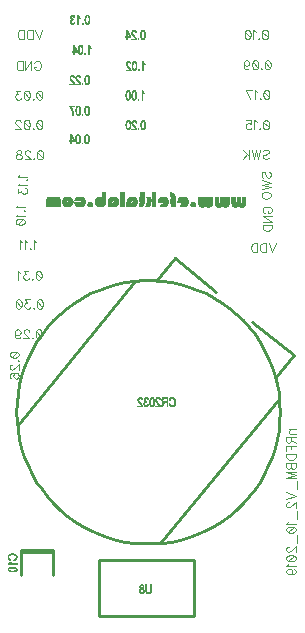
<source format=gbr>
G04 DipTrace 3.2.0.1*
G04 BottomSilk.gbr*
%MOMM*%
G04 #@! TF.FileFunction,Legend,Bot*
G04 #@! TF.Part,Single*
%ADD10C,0.25*%
%ADD12C,0.0762*%
%ADD13C,0.05*%
%ADD87C,0.11765*%
%FSLAX35Y35*%
G04*
G71*
G90*
G75*
G01*
G04 BotSilk*
%LPD*%
X-752058Y-3970566D2*
D10*
X-1022048D1*
X-752058Y-3951797D2*
X-1022048D1*
X-752058D2*
Y-4166323D1*
X-1022048Y-3951797D2*
Y-4166323D1*
X-1059772Y-2783341D2*
X-1057055Y-2705564D1*
X-1048919Y-2628165D1*
X-1035403Y-2551523D1*
X-1016572Y-2476010D1*
X-992519Y-2401994D1*
X-963361Y-2329836D1*
X-929239Y-2259887D1*
X-890321Y-2192489D1*
X-846794Y-2127969D1*
X-798873Y-2066642D1*
X-746790Y-2008807D1*
X-690798Y-1954746D1*
X-631172Y-1904721D1*
X-568200Y-1858976D1*
X-502190Y-1817736D1*
X-433464Y-1781199D1*
X-362356Y-1749545D1*
X-289213Y-1722927D1*
X-214391Y-1701476D1*
X-138255Y-1685295D1*
X-61175Y-1674464D1*
X16473Y-1669035D1*
X94310D1*
X171958Y-1674464D1*
X249037Y-1685295D1*
X325174Y-1701476D1*
X399996Y-1722927D1*
X473139Y-1749545D1*
X544247Y-1781199D1*
X612973Y-1817736D1*
X678983Y-1858976D1*
X741954Y-1904721D1*
X801581Y-1954746D1*
X857573Y-2008807D1*
X909656Y-2066642D1*
X957577Y-2127969D1*
X1001103Y-2192489D1*
X1040022Y-2259887D1*
X1074143Y-2329836D1*
X1103302Y-2401994D1*
X1127355Y-2476010D1*
X1146185Y-2551523D1*
X1159702Y-2628165D1*
X1167838Y-2705564D1*
X1170554Y-2783341D1*
X1167838Y-2861119D1*
X1159702Y-2938517D1*
X1146185Y-3015160D1*
X1127355Y-3090673D1*
X1103302Y-3164689D1*
X1074143Y-3236847D1*
X1040022Y-3306795D1*
X1001103Y-3374194D1*
X957577Y-3438713D1*
X909656Y-3500040D1*
X857573Y-3557875D1*
X801581Y-3611937D1*
X741954Y-3661962D1*
X678983Y-3707706D1*
X612973Y-3748947D1*
X544247Y-3785484D1*
X473139Y-3817138D1*
X399996Y-3843755D1*
X325174Y-3865207D1*
X249037Y-3881388D1*
X171958Y-3892219D1*
X94310Y-3897647D1*
X16473D1*
X-61175Y-3892219D1*
X-138255Y-3881388D1*
X-214391Y-3865207D1*
X-289213Y-3843755D1*
X-362356Y-3817138D1*
X-433464Y-3785484D1*
X-502190Y-3748947D1*
X-568200Y-3707706D1*
X-631172Y-3661962D1*
X-690798Y-3611937D1*
X-746790Y-3557875D1*
X-798873Y-3500040D1*
X-846794Y-3438713D1*
X-890321Y-3374194D1*
X-929239Y-3306795D1*
X-963361Y-3236847D1*
X-992519Y-3164689D1*
X-1016572Y-3090673D1*
X-1035403Y-3015160D1*
X-1048919Y-2938517D1*
X-1057055Y-2861119D1*
X-1059772Y-2783341D1*
X165558Y-3888177D2*
X1160230Y-2673148D1*
X-1049213Y-2893535D2*
X-54776Y-1678505D1*
X1286705Y-2305111D2*
X938488Y-2020202D1*
X628753Y-1766708D2*
X280536Y-1481800D1*
X1286705Y-2305111D2*
X1128318Y-2498674D1*
X280536Y-1481800D2*
X122383Y-1675122D1*
X-358580Y-4035772D2*
X441440D1*
Y-4515793D1*
X-358580D1*
Y-4035772D1*
X-1109553Y-3981560D2*
D13*
X-1084553D1*
X-1115216Y-3984060D2*
X-1078504D1*
X-1119896Y-3986560D2*
X-1073214D1*
X-1123587Y-3989060D2*
X-1068954D1*
X-1126566Y-3991560D2*
X-1114439D1*
X-1077545D2*
X-1065778D1*
X-1128979Y-3994060D2*
X-1118933D1*
X-1073592D2*
X-1063491D1*
X-1130877Y-3996560D2*
X-1122589D1*
X-1070353D2*
X-1061759D1*
X-1132355Y-3999060D2*
X-1125236D1*
X-1067853D2*
X-1060313D1*
X-1133416Y-4001560D2*
X-1127087D1*
X-1066105D2*
X-1059073D1*
X-1134033Y-4004060D2*
X-1128312D1*
X-1064882D2*
X-1058119D1*
X-1134336Y-4006560D2*
X-1128994D1*
X-1063937D2*
X-1057557D1*
X-1134469Y-4009060D2*
X-1129313D1*
X-1063205D2*
X-1057359D1*
X-1134512Y-4011560D2*
X-1129367D1*
X-1063472D2*
X-1057551D1*
X-1134445Y-4014060D2*
X-1129085D1*
X-1063994D2*
X-1058108D1*
X-1134124Y-4016560D2*
X-1128312D1*
X-1064750D2*
X-1058827D1*
X-1133430Y-4019060D2*
X-1127148D1*
X-1065786D2*
X-1059673D1*
X-1132373Y-4021560D2*
X-1124458D1*
X-1068316D2*
X-1060917D1*
X-1130913Y-4024060D2*
X-1120863D1*
X-1071956D2*
X-1062688D1*
X-1128930Y-4026560D2*
X-1116594D1*
X-1076331D2*
X-1064919D1*
X-1126346Y-4029060D2*
X-1112053D1*
X-1080143D2*
X-1067646D1*
X-1123129Y-4031560D2*
X-1113381D1*
X-1082686D2*
X-1070934D1*
X-1119553Y-4034060D2*
X-1114553D1*
X-1084553D2*
X-1074553D1*
X-1114553Y-4051560D2*
X-1109553D1*
X-1116762Y-4054060D2*
X-1110804D1*
X-1118973Y-4056560D2*
X-1112266D1*
X-1121512Y-4059060D2*
X-1113803D1*
X-1124524Y-4061560D2*
X-1115494D1*
X-1127732Y-4064060D2*
X-1117453D1*
X-1130619Y-4066560D2*
X-1057053D1*
X-1132804Y-4069060D2*
X-1057053D1*
X-1134553Y-4071560D2*
X-1057053D1*
X-1102053Y-4094060D2*
X-1089553D1*
X-1112718Y-4096560D2*
X-1079574D1*
X-1120881Y-4099060D2*
X-1072005D1*
X-1126584Y-4101560D2*
X-1066829D1*
X-1130868Y-4104060D2*
X-1119052D1*
X-1075631D2*
X-1063362D1*
X-1132950Y-4106560D2*
X-1122917D1*
X-1070537D2*
X-1061011D1*
X-1133784Y-4109060D2*
X-1125838D1*
X-1067069D2*
X-1059354D1*
X-1134229Y-4111560D2*
X-1128057D1*
X-1064539D2*
X-1058236D1*
X-1134418Y-4114060D2*
X-1128725D1*
X-1063501D2*
X-1057684D1*
X-1134410Y-4116560D2*
X-1128997D1*
X-1063799D2*
X-1057701D1*
X-1134101Y-4119060D2*
X-1128098D1*
X-1065605D2*
X-1058262D1*
X-1133328Y-4121560D2*
X-1125373D1*
X-1068454D2*
X-1059274D1*
X-1131936Y-4124060D2*
X-1121220D1*
X-1072750D2*
X-1060812D1*
X-1129697Y-4126560D2*
X-1115695D1*
X-1078357D2*
X-1063204D1*
X-1126391Y-4129060D2*
X-1066791D1*
X-1122025Y-4131560D2*
X-1071606D1*
X-1117053Y-4134060D2*
X-1077053D1*
X-128280Y448643D2*
X-123280D1*
X-75780D2*
X-60780D1*
X1720D2*
X14220D1*
X-128280Y446143D2*
X-121730D1*
X-78270D2*
X-57221D1*
X-1538D2*
X16625D1*
X-128280Y443643D2*
X-120304D1*
X-80673D2*
X-54333D1*
X-4048D2*
X18795D1*
X-128280Y441143D2*
X-118965D1*
X-82766D2*
X-72393D1*
X-60790D2*
X-52167D1*
X-5936D2*
X1815D1*
X13824D2*
X20598D1*
X-128280Y438643D2*
X-117670D1*
X-84339D2*
X-75637D1*
X-58387D2*
X-50563D1*
X-7463D2*
X-355D1*
X15606D2*
X22050D1*
X-128280Y436143D2*
X-116325D1*
X-85502D2*
X-77911D1*
X-56303D2*
X-49449D1*
X-8738D2*
X-2158D1*
X17053D2*
X23187D1*
X-128280Y433643D2*
X-114831D1*
X-86508D2*
X-79615D1*
X-54809D2*
X-48810D1*
X-9706D2*
X-3600D1*
X18188D2*
X24118D1*
X-128280Y431143D2*
X-113218D1*
X-87316D2*
X-80214D1*
X-53908D2*
X-48484D1*
X-10283D2*
X-4649D1*
X19118D2*
X25018D1*
X-128280Y428643D2*
X-123280D1*
X-118676D2*
X-111687D1*
X-87734D2*
X-80529D1*
X-53280D2*
X-48280D1*
X-10581D2*
X-5261D1*
X20018D2*
X25792D1*
X-128280Y426143D2*
X-123280D1*
X-116884D2*
X-110281D1*
X-87673D2*
X-80588D1*
X-10796D2*
X-5563D1*
X20792D2*
X26281D1*
X-128280Y423643D2*
X-123280D1*
X-115359D2*
X-108955D1*
X-87180D2*
X-80319D1*
X-11166D2*
X-5696D1*
X21281D2*
X26533D1*
X-128280Y421143D2*
X-123280D1*
X-113984D2*
X-107675D1*
X-86499D2*
X-79655D1*
X-11784D2*
X-5749D1*
X21533D2*
X26646D1*
X-128280Y418643D2*
X-123280D1*
X-112686D2*
X-106411D1*
X-85752D2*
X-78694D1*
X-12432D2*
X-5769D1*
X21646D2*
X26693D1*
X-128280Y416143D2*
X-123280D1*
X-111415D2*
X-105158D1*
X-84830D2*
X-77564D1*
X-12871D2*
X-5776D1*
X21693D2*
X26710D1*
X-128280Y413643D2*
X-123280D1*
X-110150D2*
X-103905D1*
X-83679D2*
X-76276D1*
X-13103D2*
X-5779D1*
X21710D2*
X26717D1*
X-128280Y411143D2*
X-123280D1*
X-108817D2*
X-102647D1*
X-82273D2*
X-74719D1*
X-13210D2*
X-5780D1*
X21717D2*
X26719D1*
X-128280Y408643D2*
X-123280D1*
X-107328D2*
X-101316D1*
X-80687D2*
X-72788D1*
X-13244D2*
X-5780D1*
X21719D2*
X26720D1*
X-128280Y406143D2*
X-123280D1*
X-105710D2*
X-99837D1*
X-79082D2*
X-70573D1*
X-13173D2*
X-5780D1*
X21720D2*
X26720D1*
X-128280Y403643D2*
X-123280D1*
X-104113D2*
X-98315D1*
X-77353D2*
X-68199D1*
X-12861D2*
X-5780D1*
X21720D2*
X26720D1*
X-128280Y401143D2*
X-123280D1*
X-102487D2*
X-97113D1*
X-75341D2*
X-65750D1*
X-12264D2*
X-5780D1*
X21710D2*
X26720D1*
X-128280Y398643D2*
X-123280D1*
X-100780D2*
X-96394D1*
X-73093D2*
X-63269D1*
X-11624D2*
X-5780D1*
X21622D2*
X26720D1*
X-138280Y396143D2*
X-96037D1*
X-70706D2*
X-60786D1*
X-11188D2*
X-5770D1*
X21304D2*
X26710D1*
X-138280Y393643D2*
X-95880D1*
X-68253D2*
X-58376D1*
X-10946D2*
X-5682D1*
X20695D2*
X26622D1*
X-138280Y391143D2*
X-95815D1*
X-65780D2*
X-56196D1*
X-10752D2*
X-5354D1*
X19966D2*
X26294D1*
X-128280Y388643D2*
X-123280D1*
X-63374D2*
X-54305D1*
X-10380D2*
X-4658D1*
X19202D2*
X25607D1*
X-128280Y386143D2*
X-123280D1*
X-61195D2*
X-52543D1*
X-9677D2*
X-3561D1*
X18235D2*
X24638D1*
X-128280Y383643D2*
X-123280D1*
X-59295D2*
X-50886D1*
X-8701D2*
X-2151D1*
X17047D2*
X23506D1*
X-128280Y381143D2*
X-123280D1*
X-57443D2*
X-49545D1*
X-7557D2*
X1596D1*
X14436D2*
X22207D1*
X-128280Y378643D2*
X-123280D1*
X-55417D2*
X-48486D1*
X-33280D2*
X-28280D1*
X-6172D2*
X7277D1*
X8573D2*
X20555D1*
X-128280Y376143D2*
X-123280D1*
X-88280D2*
X-47502D1*
X-33280D2*
X-28280D1*
X-4236D2*
X18238D1*
X-128280Y373643D2*
X-123280D1*
X-88280D2*
X-46593D1*
X-33280D2*
X-28280D1*
X-1492D2*
X15184D1*
X-128280Y371143D2*
X-123280D1*
X-88280D2*
X-45780D1*
X-33280D2*
X-28280D1*
X1720D2*
X11720D1*
X-580403Y323593D2*
X-575403D1*
X-525403D2*
X-512903D1*
X-452903D2*
X-447903D1*
X-580403Y321093D2*
X-573853D1*
X-528661D2*
X-510499D1*
X-452903D2*
X-446944D1*
X-580403Y318593D2*
X-572427D1*
X-531172D2*
X-508329D1*
X-452903D2*
X-445782D1*
X-580403Y316093D2*
X-571088D1*
X-533059D2*
X-525308D1*
X-513299D2*
X-506526D1*
X-452903D2*
X-444292D1*
X-580403Y313593D2*
X-569793D1*
X-534586D2*
X-527478D1*
X-511517D2*
X-505073D1*
X-452903D2*
X-442391D1*
X-580403Y311093D2*
X-568448D1*
X-535862D2*
X-529281D1*
X-510071D2*
X-503936D1*
X-452903D2*
X-440189D1*
X-580403Y308593D2*
X-566954D1*
X-536829D2*
X-530724D1*
X-508936D2*
X-503006D1*
X-452903D2*
X-437829D1*
X-580403Y306093D2*
X-565342D1*
X-537406D2*
X-531773D1*
X-508005D2*
X-502105D1*
X-452903D2*
X-435477D1*
X-580403Y303593D2*
X-575403D1*
X-570799D2*
X-563810D1*
X-537704D2*
X-532385D1*
X-507105D2*
X-501332D1*
X-452903D2*
X-445403D1*
X-440403D2*
X-433384D1*
X-580403Y301093D2*
X-575403D1*
X-569007D2*
X-562405D1*
X-537919D2*
X-532687D1*
X-506332D2*
X-500842D1*
X-452903D2*
X-445403D1*
X-437903D2*
X-431746D1*
X-580403Y298593D2*
X-575403D1*
X-567483D2*
X-561078D1*
X-538289D2*
X-532819D1*
X-505842D2*
X-500590D1*
X-452903D2*
X-445403D1*
X-435403D2*
X-430403D1*
X-580403Y296093D2*
X-575403D1*
X-566107D2*
X-559799D1*
X-538908D2*
X-532872D1*
X-505590D2*
X-500477D1*
X-452903D2*
X-445403D1*
X-580403Y293593D2*
X-575403D1*
X-564809D2*
X-558534D1*
X-539556D2*
X-532892D1*
X-505477D2*
X-500431D1*
X-452903D2*
X-445403D1*
X-580403Y291093D2*
X-575403D1*
X-563538D2*
X-557282D1*
X-539994D2*
X-532900D1*
X-505431D2*
X-500413D1*
X-452903D2*
X-445403D1*
X-580403Y288593D2*
X-575403D1*
X-562273D2*
X-556028D1*
X-540227D2*
X-532902D1*
X-505413D2*
X-500407D1*
X-452903D2*
X-445403D1*
X-580403Y286093D2*
X-575403D1*
X-560941D2*
X-554770D1*
X-540333D2*
X-532903D1*
X-505407D2*
X-500404D1*
X-452903D2*
X-445403D1*
X-580403Y283593D2*
X-575403D1*
X-559451D2*
X-553440D1*
X-540367D2*
X-532903D1*
X-505404D2*
X-500404D1*
X-452903D2*
X-445403D1*
X-580403Y281093D2*
X-575403D1*
X-557833D2*
X-551961D1*
X-540296D2*
X-532903D1*
X-505404D2*
X-500403D1*
X-452903D2*
X-445403D1*
X-580403Y278593D2*
X-575403D1*
X-556236D2*
X-550438D1*
X-539984D2*
X-532903D1*
X-505403D2*
X-500403D1*
X-452903D2*
X-445403D1*
X-580403Y276093D2*
X-575403D1*
X-554610D2*
X-549236D1*
X-539387D2*
X-532903D1*
X-505413D2*
X-500403D1*
X-452903D2*
X-445403D1*
X-580403Y273593D2*
X-575403D1*
X-552903D2*
X-548517D1*
X-538747D2*
X-532903D1*
X-505501D2*
X-500403D1*
X-452903D2*
X-445403D1*
X-590403Y271093D2*
X-548160D1*
X-538311D2*
X-532894D1*
X-505820D2*
X-500413D1*
X-452903D2*
X-445403D1*
X-590403Y268593D2*
X-548003D1*
X-538070D2*
X-532806D1*
X-506428D2*
X-500501D1*
X-452903D2*
X-445403D1*
X-590403Y266093D2*
X-547938D1*
X-537876D2*
X-532477D1*
X-507157D2*
X-500829D1*
X-452903D2*
X-445403D1*
X-580403Y263593D2*
X-575403D1*
X-537504D2*
X-531781D1*
X-507921D2*
X-501516D1*
X-452903D2*
X-445403D1*
X-580403Y261093D2*
X-575403D1*
X-536800D2*
X-530685D1*
X-508889D2*
X-502485D1*
X-452903D2*
X-445403D1*
X-580403Y258593D2*
X-575403D1*
X-535825D2*
X-529274D1*
X-510077D2*
X-503618D1*
X-452903D2*
X-445403D1*
X-580403Y256093D2*
X-575403D1*
X-534680D2*
X-525527D1*
X-512687D2*
X-504917D1*
X-452903D2*
X-445403D1*
X-580403Y253593D2*
X-575403D1*
X-533296D2*
X-519846D1*
X-518551D2*
X-506569D1*
X-485403D2*
X-480403D1*
X-452903D2*
X-445403D1*
X-580403Y251093D2*
X-575403D1*
X-531359D2*
X-508885D1*
X-485403D2*
X-480403D1*
X-452903D2*
X-445403D1*
X-580403Y248593D2*
X-575403D1*
X-528615D2*
X-511940D1*
X-485403D2*
X-480403D1*
X-452903D2*
X-445403D1*
X-580403Y246093D2*
X-575403D1*
X-525403D2*
X-515403D1*
X-485403D2*
X-480403D1*
X-452903D2*
X-445403D1*
X-121957Y187103D2*
X-106957D1*
X-69457D2*
X-56957D1*
X3043D2*
X8043D1*
X-124447Y184603D2*
X-103398D1*
X-72715D2*
X-54552D1*
X3043D2*
X9003D1*
X-126849Y182103D2*
X-100510D1*
X-75225D2*
X-52382D1*
X3043D2*
X10165D1*
X-128943Y179603D2*
X-118569D1*
X-106966D2*
X-98344D1*
X-77113D2*
X-69361D1*
X-57353D2*
X-50579D1*
X3043D2*
X11655D1*
X-130516Y177103D2*
X-121814D1*
X-104564D2*
X-96740D1*
X-78639D2*
X-71531D1*
X-55570D2*
X-49127D1*
X3043D2*
X13556D1*
X-131678Y174603D2*
X-124088D1*
X-102480D2*
X-95625D1*
X-79915D2*
X-73334D1*
X-54124D2*
X-47990D1*
X3043D2*
X15758D1*
X-132685Y172103D2*
X-125792D1*
X-100986D2*
X-94987D1*
X-80883D2*
X-74777D1*
X-52989D2*
X-47059D1*
X3043D2*
X18117D1*
X-133492Y169603D2*
X-126391D1*
X-100085D2*
X-94660D1*
X-81460D2*
X-75826D1*
X-52059D2*
X-46158D1*
X3043D2*
X20469D1*
X-133911Y167103D2*
X-126706D1*
X-99457D2*
X-94457D1*
X-81758D2*
X-76438D1*
X-51158D2*
X-45385D1*
X3043D2*
X10543D1*
X15543D2*
X22563D1*
X-133850Y164603D2*
X-126764D1*
X-81973D2*
X-76740D1*
X-50385D2*
X-44896D1*
X3043D2*
X10543D1*
X18043D2*
X24201D1*
X-133357Y162103D2*
X-126496D1*
X-82343D2*
X-76872D1*
X-49896D2*
X-44644D1*
X3043D2*
X10543D1*
X20543D2*
X25543D1*
X-132675Y159603D2*
X-125832D1*
X-82961D2*
X-76926D1*
X-49644D2*
X-44531D1*
X3043D2*
X10543D1*
X-131929Y157103D2*
X-124870D1*
X-83609D2*
X-76946D1*
X-49531D2*
X-44484D1*
X3043D2*
X10543D1*
X-131007Y154603D2*
X-123741D1*
X-84047D2*
X-76953D1*
X-49484D2*
X-44466D1*
X3043D2*
X10543D1*
X-129856Y152103D2*
X-122453D1*
X-84280D2*
X-76955D1*
X-49466D2*
X-44460D1*
X3043D2*
X10543D1*
X-128449Y149603D2*
X-120896D1*
X-84386D2*
X-76956D1*
X-49460D2*
X-44458D1*
X3043D2*
X10543D1*
X-126864Y147103D2*
X-118964D1*
X-84421D2*
X-76957D1*
X-49458D2*
X-44457D1*
X3043D2*
X10543D1*
X-125258Y144603D2*
X-116749D1*
X-84350D2*
X-76957D1*
X-49457D2*
X-44457D1*
X3043D2*
X10543D1*
X-123529Y142103D2*
X-114376D1*
X-84037D2*
X-76957D1*
X-49457D2*
X-44457D1*
X3043D2*
X10543D1*
X-121518Y139603D2*
X-111927D1*
X-83441D2*
X-76957D1*
X-49466D2*
X-44457D1*
X3043D2*
X10543D1*
X-119270Y137103D2*
X-109446D1*
X-82800D2*
X-76957D1*
X-49554D2*
X-44457D1*
X3043D2*
X10543D1*
X-116883Y134603D2*
X-106963D1*
X-82365D2*
X-76947D1*
X-49873D2*
X-44466D1*
X3043D2*
X10543D1*
X-114429Y132103D2*
X-104553D1*
X-82123D2*
X-76859D1*
X-50481D2*
X-44554D1*
X3043D2*
X10543D1*
X-111957Y129603D2*
X-102373D1*
X-81929D2*
X-76531D1*
X-51210D2*
X-44883D1*
X3043D2*
X10543D1*
X-109551Y127103D2*
X-100481D1*
X-81557D2*
X-75834D1*
X-51975D2*
X-45569D1*
X3043D2*
X10543D1*
X-107372Y124603D2*
X-98720D1*
X-80853D2*
X-74738D1*
X-52942D2*
X-46539D1*
X3043D2*
X10543D1*
X-105472Y122103D2*
X-97063D1*
X-79878D2*
X-73328D1*
X-54130D2*
X-47671D1*
X3043D2*
X10543D1*
X-103619Y119603D2*
X-95722D1*
X-78734D2*
X-69580D1*
X-56741D2*
X-48970D1*
X3043D2*
X10543D1*
X-101593Y117103D2*
X-94663D1*
X-77349D2*
X-63900D1*
X-62604D2*
X-50622D1*
X-29457D2*
X-24457D1*
X3043D2*
X10543D1*
X-134457Y114603D2*
X-93679D1*
X-75412D2*
X-52938D1*
X-29457D2*
X-24457D1*
X3043D2*
X10543D1*
X-134457Y112103D2*
X-92769D1*
X-72669D2*
X-55993D1*
X-29457D2*
X-24457D1*
X3043D2*
X10543D1*
X-134457Y109603D2*
X-91957D1*
X-69457D2*
X-59457D1*
X-29457D2*
X-24457D1*
X3043D2*
X10543D1*
X-597967Y68390D2*
X-582967D1*
X-547967D2*
X-532967D1*
X-470467D2*
X-457967D1*
X-600457Y65890D2*
X-579408D1*
X-550457D2*
X-529408D1*
X-473725D2*
X-455562D1*
X-602859Y63390D2*
X-576520D1*
X-552859D2*
X-526520D1*
X-476235D2*
X-453392D1*
X-604953Y60890D2*
X-594579D1*
X-582976D2*
X-574354D1*
X-554953D2*
X-544579D1*
X-532976D2*
X-524354D1*
X-478123D2*
X-470371D1*
X-458363D2*
X-451589D1*
X-606526Y58390D2*
X-597824D1*
X-580574D2*
X-572750D1*
X-556526D2*
X-547824D1*
X-530574D2*
X-522750D1*
X-479649D2*
X-472541D1*
X-456580D2*
X-450137D1*
X-607688Y55890D2*
X-600098D1*
X-578490D2*
X-571635D1*
X-557688D2*
X-550098D1*
X-528490D2*
X-521635D1*
X-480925D2*
X-474344D1*
X-455134D2*
X-449000D1*
X-608695Y53390D2*
X-601802D1*
X-576996D2*
X-570997D1*
X-558695D2*
X-551802D1*
X-526996D2*
X-520997D1*
X-481893D2*
X-475787D1*
X-453999D2*
X-448069D1*
X-609502Y50890D2*
X-602401D1*
X-576095D2*
X-570670D1*
X-559502D2*
X-552401D1*
X-526095D2*
X-520670D1*
X-482470D2*
X-476836D1*
X-453069D2*
X-447168D1*
X-609921Y48390D2*
X-602716D1*
X-575467D2*
X-570467D1*
X-559921D2*
X-552716D1*
X-525467D2*
X-520467D1*
X-482768D2*
X-477448D1*
X-452168D2*
X-446395D1*
X-609860Y45890D2*
X-602774D1*
X-559860D2*
X-552774D1*
X-482983D2*
X-477750D1*
X-451395D2*
X-445906D1*
X-609367Y43390D2*
X-602506D1*
X-559367D2*
X-552506D1*
X-483353D2*
X-477882D1*
X-450906D2*
X-445654D1*
X-608685Y40890D2*
X-601842D1*
X-558685D2*
X-551842D1*
X-483971D2*
X-477936D1*
X-450654D2*
X-445541D1*
X-607939Y38390D2*
X-600880D1*
X-557939D2*
X-550880D1*
X-484619D2*
X-477956D1*
X-450541D2*
X-445494D1*
X-607017Y35890D2*
X-599751D1*
X-557017D2*
X-549751D1*
X-485057D2*
X-477963D1*
X-450494D2*
X-445476D1*
X-605866Y33390D2*
X-598463D1*
X-555866D2*
X-548463D1*
X-485290D2*
X-477965D1*
X-450476D2*
X-445470D1*
X-604459Y30890D2*
X-596906D1*
X-554459D2*
X-546906D1*
X-485396D2*
X-477966D1*
X-450470D2*
X-445468D1*
X-602874Y28390D2*
X-594974D1*
X-552874D2*
X-544974D1*
X-485431D2*
X-477967D1*
X-450468D2*
X-445467D1*
X-601268Y25890D2*
X-592759D1*
X-551268D2*
X-542759D1*
X-485360D2*
X-477967D1*
X-450467D2*
X-445467D1*
X-599539Y23390D2*
X-590386D1*
X-549539D2*
X-540386D1*
X-485047D2*
X-477967D1*
X-450467D2*
X-445467D1*
X-597528Y20890D2*
X-587937D1*
X-547528D2*
X-537937D1*
X-484451D2*
X-477967D1*
X-450476D2*
X-445467D1*
X-595280Y18390D2*
X-585456D1*
X-545280D2*
X-535456D1*
X-483810D2*
X-477967D1*
X-450564D2*
X-445467D1*
X-592893Y15890D2*
X-582973D1*
X-542893D2*
X-532973D1*
X-483375D2*
X-477957D1*
X-450883D2*
X-445476D1*
X-590439Y13390D2*
X-580563D1*
X-540439D2*
X-530563D1*
X-483133D2*
X-477869D1*
X-451491D2*
X-445564D1*
X-587967Y10890D2*
X-578383D1*
X-537967D2*
X-528383D1*
X-482939D2*
X-477541D1*
X-452220D2*
X-445893D1*
X-585561Y8390D2*
X-576491D1*
X-535561D2*
X-526491D1*
X-482567D2*
X-476844D1*
X-452985D2*
X-446579D1*
X-583382Y5890D2*
X-574730D1*
X-533382D2*
X-524730D1*
X-481863D2*
X-475748D1*
X-453952D2*
X-447549D1*
X-581482Y3390D2*
X-573073D1*
X-531482D2*
X-523073D1*
X-480888D2*
X-474338D1*
X-455140D2*
X-448681D1*
X-579629Y890D2*
X-571732D1*
X-529629D2*
X-521732D1*
X-479744D2*
X-470590D1*
X-457751D2*
X-449980D1*
X-577603Y-1610D2*
X-570673D1*
X-527603D2*
X-520673D1*
X-505467D2*
X-500467D1*
X-478359D2*
X-464910D1*
X-463614D2*
X-451632D1*
X-610467Y-4110D2*
X-569689D1*
X-560467D2*
X-519689D1*
X-505467D2*
X-500467D1*
X-476422D2*
X-453948D1*
X-610467Y-6610D2*
X-568779D1*
X-560467D2*
X-518779D1*
X-505467D2*
X-500467D1*
X-473679D2*
X-457003D1*
X-610467Y-9110D2*
X-567967D1*
X-560467D2*
X-517967D1*
X-505467D2*
X-500467D1*
X-470467D2*
X-460467D1*
X-122320Y-62643D2*
X-109820D1*
X-72320D2*
X-59820D1*
X180D2*
X5180D1*
X-125578Y-65143D2*
X-107415D1*
X-75578D2*
X-57415D1*
X180D2*
X6140D1*
X-128088Y-67643D2*
X-105245D1*
X-78088D2*
X-55245D1*
X180D2*
X7302D1*
X-129976Y-70143D2*
X-122225D1*
X-110216D2*
X-103442D1*
X-79976D2*
X-72225D1*
X-60216D2*
X-53442D1*
X180D2*
X8791D1*
X-131503Y-72643D2*
X-124395D1*
X-108434D2*
X-101990D1*
X-81503D2*
X-74395D1*
X-58434D2*
X-51990D1*
X180D2*
X10692D1*
X-132778Y-75143D2*
X-126198D1*
X-106987D2*
X-100853D1*
X-82778D2*
X-76198D1*
X-56987D2*
X-50853D1*
X180D2*
X12895D1*
X-133746Y-77643D2*
X-127640D1*
X-105852D2*
X-99922D1*
X-83746D2*
X-77640D1*
X-55852D2*
X-49922D1*
X180D2*
X15254D1*
X-134323Y-80143D2*
X-128689D1*
X-104922D2*
X-99022D1*
X-84323D2*
X-78689D1*
X-54922D2*
X-49022D1*
X180D2*
X17606D1*
X-134621Y-82643D2*
X-129301D1*
X-104022D2*
X-98248D1*
X-84621D2*
X-79301D1*
X-54022D2*
X-48248D1*
X180D2*
X7680D1*
X12680D2*
X19700D1*
X-134836Y-85143D2*
X-129603D1*
X-103248D2*
X-97759D1*
X-84836D2*
X-79603D1*
X-53248D2*
X-47759D1*
X180D2*
X7680D1*
X15180D2*
X21338D1*
X-135206Y-87643D2*
X-129736D1*
X-102759D2*
X-97507D1*
X-85206D2*
X-79736D1*
X-52759D2*
X-47507D1*
X180D2*
X7680D1*
X17680D2*
X22680D1*
X-135824Y-90143D2*
X-129789D1*
X-102507D2*
X-97394D1*
X-85824D2*
X-79789D1*
X-52507D2*
X-47394D1*
X180D2*
X7680D1*
X-136472Y-92643D2*
X-129809D1*
X-102394D2*
X-97347D1*
X-86472D2*
X-79809D1*
X-52394D2*
X-47347D1*
X180D2*
X7680D1*
X-136911Y-95143D2*
X-129816D1*
X-102347D2*
X-97330D1*
X-86911D2*
X-79816D1*
X-52347D2*
X-47330D1*
X180D2*
X7680D1*
X-137143Y-97643D2*
X-129819D1*
X-102330D2*
X-97323D1*
X-87143D2*
X-79819D1*
X-52330D2*
X-47323D1*
X180D2*
X7680D1*
X-137250Y-100143D2*
X-129820D1*
X-102323D2*
X-97321D1*
X-87250D2*
X-79820D1*
X-52323D2*
X-47321D1*
X180D2*
X7680D1*
X-137284Y-102643D2*
X-129820D1*
X-102321D2*
X-97320D1*
X-87284D2*
X-79820D1*
X-52321D2*
X-47320D1*
X180D2*
X7680D1*
X-137213Y-105143D2*
X-129820D1*
X-102320D2*
X-97320D1*
X-87213D2*
X-79820D1*
X-52320D2*
X-47320D1*
X180D2*
X7680D1*
X-136901Y-107643D2*
X-129820D1*
X-102320D2*
X-97320D1*
X-86901D2*
X-79820D1*
X-52320D2*
X-47320D1*
X180D2*
X7680D1*
X-136304Y-110143D2*
X-129820D1*
X-102330D2*
X-97320D1*
X-86304D2*
X-79820D1*
X-52330D2*
X-47320D1*
X180D2*
X7680D1*
X-135664Y-112643D2*
X-129820D1*
X-102418D2*
X-97320D1*
X-85664D2*
X-79820D1*
X-52418D2*
X-47320D1*
X180D2*
X7680D1*
X-135228Y-115143D2*
X-129810D1*
X-102736D2*
X-97330D1*
X-85228D2*
X-79810D1*
X-52736D2*
X-47330D1*
X180D2*
X7680D1*
X-134986Y-117643D2*
X-129722D1*
X-103345D2*
X-97418D1*
X-84986D2*
X-79722D1*
X-53345D2*
X-47418D1*
X180D2*
X7680D1*
X-134792Y-120143D2*
X-129394D1*
X-104074D2*
X-97746D1*
X-84792D2*
X-79394D1*
X-54074D2*
X-47746D1*
X180D2*
X7680D1*
X-134420Y-122643D2*
X-128698D1*
X-104838D2*
X-98433D1*
X-84420D2*
X-78698D1*
X-54838D2*
X-48433D1*
X180D2*
X7680D1*
X-133717Y-125143D2*
X-127601D1*
X-105805D2*
X-99402D1*
X-83717D2*
X-77601D1*
X-55805D2*
X-49402D1*
X180D2*
X7680D1*
X-132741Y-127643D2*
X-126191D1*
X-106993D2*
X-100534D1*
X-82741D2*
X-76191D1*
X-56993D2*
X-50534D1*
X180D2*
X7680D1*
X-131597Y-130143D2*
X-122444D1*
X-109604D2*
X-101833D1*
X-81597D2*
X-72444D1*
X-59604D2*
X-51833D1*
X180D2*
X7680D1*
X-130212Y-132643D2*
X-116763D1*
X-115467D2*
X-103485D1*
X-80212D2*
X-66763D1*
X-65467D2*
X-53485D1*
X-32320D2*
X-27320D1*
X180D2*
X7680D1*
X-128276Y-135143D2*
X-105802D1*
X-78276D2*
X-55802D1*
X-32320D2*
X-27320D1*
X180D2*
X7680D1*
X-125532Y-137643D2*
X-108856D1*
X-75532D2*
X-58856D1*
X-32320D2*
X-27320D1*
X180D2*
X7680D1*
X-122320Y-140143D2*
X-112320D1*
X-72320D2*
X-62320D1*
X-32320D2*
X-27320D1*
X180D2*
X7680D1*
X-610660Y-192650D2*
X-570660D1*
X-545660D2*
X-533160D1*
X-470660D2*
X-458160D1*
X-610264Y-195150D2*
X-570660D1*
X-548918D2*
X-530755D1*
X-473918D2*
X-455755D1*
X-609546Y-197650D2*
X-570660D1*
X-551428D2*
X-528585D1*
X-476428D2*
X-453585D1*
X-608493Y-200150D2*
X-601056D1*
X-553316D2*
X-545565D1*
X-533556D2*
X-526782D1*
X-478316D2*
X-470565D1*
X-458556D2*
X-451782D1*
X-607128Y-202650D2*
X-599264D1*
X-554843D2*
X-547735D1*
X-531774D2*
X-525330D1*
X-479843D2*
X-472735D1*
X-456774D2*
X-450330D1*
X-605568Y-205150D2*
X-597739D1*
X-556118D2*
X-549538D1*
X-530327D2*
X-524193D1*
X-481118D2*
X-474538D1*
X-455327D2*
X-449193D1*
X-604056Y-207650D2*
X-596364D1*
X-557086D2*
X-550980D1*
X-529192D2*
X-523262D1*
X-482086D2*
X-475980D1*
X-454192D2*
X-448262D1*
X-602658Y-210150D2*
X-595066D1*
X-557663D2*
X-552029D1*
X-528262D2*
X-522362D1*
X-482663D2*
X-477029D1*
X-453262D2*
X-447362D1*
X-601334Y-212650D2*
X-593795D1*
X-557961D2*
X-552641D1*
X-527362D2*
X-521588D1*
X-482961D2*
X-477641D1*
X-452362D2*
X-446588D1*
X-600055Y-215150D2*
X-592540D1*
X-558176D2*
X-552943D1*
X-526588D2*
X-521099D1*
X-483176D2*
X-477943D1*
X-451588D2*
X-446099D1*
X-598801Y-217650D2*
X-591295D1*
X-558546D2*
X-553076D1*
X-526099D2*
X-520847D1*
X-483546D2*
X-478076D1*
X-451099D2*
X-445847D1*
X-597626Y-220150D2*
X-590124D1*
X-559164D2*
X-553129D1*
X-525847D2*
X-520734D1*
X-484164D2*
X-478129D1*
X-450847D2*
X-445734D1*
X-596613Y-222650D2*
X-589112D1*
X-559812D2*
X-553149D1*
X-525734D2*
X-520687D1*
X-484812D2*
X-478149D1*
X-450734D2*
X-445687D1*
X-595723Y-225150D2*
X-588232D1*
X-560251D2*
X-553156D1*
X-525687D2*
X-520670D1*
X-485251D2*
X-478156D1*
X-450687D2*
X-445670D1*
X-594753Y-227650D2*
X-587341D1*
X-560483D2*
X-553159D1*
X-525670D2*
X-520663D1*
X-485483D2*
X-478159D1*
X-450670D2*
X-445663D1*
X-593668Y-230150D2*
X-586487D1*
X-560590D2*
X-553160D1*
X-525663D2*
X-520661D1*
X-485590D2*
X-478160D1*
X-450663D2*
X-445661D1*
X-592573Y-232650D2*
X-585682D1*
X-560624D2*
X-553160D1*
X-525661D2*
X-520660D1*
X-485624D2*
X-478160D1*
X-450661D2*
X-445660D1*
X-591593Y-235150D2*
X-584832D1*
X-560553D2*
X-553160D1*
X-525660D2*
X-520660D1*
X-485553D2*
X-478160D1*
X-450660D2*
X-445660D1*
X-590725Y-237650D2*
X-584068D1*
X-560241D2*
X-553160D1*
X-525660D2*
X-520660D1*
X-485241D2*
X-478160D1*
X-450660D2*
X-445660D1*
X-589849Y-240150D2*
X-583498D1*
X-559644D2*
X-553160D1*
X-525670D2*
X-520660D1*
X-484644D2*
X-478160D1*
X-450670D2*
X-445660D1*
X-589084Y-242650D2*
X-582930D1*
X-559004D2*
X-553160D1*
X-525758D2*
X-520660D1*
X-484004D2*
X-478160D1*
X-450758D2*
X-445660D1*
X-588588Y-245150D2*
X-582218D1*
X-558568D2*
X-553150D1*
X-526076D2*
X-520670D1*
X-483568D2*
X-478150D1*
X-451076D2*
X-445670D1*
X-588249Y-247650D2*
X-581531D1*
X-558326D2*
X-553062D1*
X-526685D2*
X-520758D1*
X-483326D2*
X-478062D1*
X-451685D2*
X-445758D1*
X-587817Y-250150D2*
X-581078D1*
X-558132D2*
X-552734D1*
X-527414D2*
X-521086D1*
X-483132D2*
X-477734D1*
X-452414D2*
X-446086D1*
X-587172Y-252650D2*
X-580830D1*
X-557760D2*
X-552038D1*
X-528178D2*
X-521773D1*
X-482760D2*
X-477038D1*
X-453178D2*
X-446773D1*
X-586514Y-255150D2*
X-580634D1*
X-557057D2*
X-550941D1*
X-529145D2*
X-522742D1*
X-482057D2*
X-475941D1*
X-454145D2*
X-447742D1*
X-586071Y-257650D2*
X-580270D1*
X-556081D2*
X-549531D1*
X-530333D2*
X-523874D1*
X-481081D2*
X-474531D1*
X-455333D2*
X-448874D1*
X-585837Y-260150D2*
X-579654D1*
X-554937D2*
X-545784D1*
X-532944D2*
X-525173D1*
X-479937D2*
X-470784D1*
X-457944D2*
X-450173D1*
X-585730Y-262650D2*
X-579007D1*
X-553552D2*
X-540103D1*
X-538807D2*
X-526825D1*
X-505660D2*
X-500660D1*
X-478552D2*
X-465103D1*
X-463807D2*
X-451825D1*
X-585686Y-265150D2*
X-578567D1*
X-551616D2*
X-529142D1*
X-505660D2*
X-500660D1*
X-476616D2*
X-454142D1*
X-585669Y-267650D2*
X-578321D1*
X-548872D2*
X-532196D1*
X-505660D2*
X-500660D1*
X-473872D2*
X-457196D1*
X-585660Y-270150D2*
X-578160D1*
X-545660D2*
X-535660D1*
X-505660D2*
X-500660D1*
X-470660D2*
X-460660D1*
X-121330Y-314107D2*
X-108830D1*
X-73830D2*
X-58830D1*
X3670D2*
X16170D1*
X-124588Y-316607D2*
X-106425D1*
X-76320D2*
X-55271D1*
X412D2*
X18575D1*
X-127098Y-319107D2*
X-104255D1*
X-78723D2*
X-52383D1*
X-2098D2*
X20745D1*
X-128986Y-321607D2*
X-121235D1*
X-109226D2*
X-102452D1*
X-80816D2*
X-70443D1*
X-58840D2*
X-50217D1*
X-3986D2*
X3765D1*
X15774D2*
X22548D1*
X-130513Y-324107D2*
X-123405D1*
X-107444D2*
X-101000D1*
X-82389D2*
X-73687D1*
X-56437D2*
X-48613D1*
X-5513D2*
X1595D1*
X17556D2*
X24000D1*
X-131788Y-326607D2*
X-125208D1*
X-105997D2*
X-99863D1*
X-83552D2*
X-75961D1*
X-54353D2*
X-47499D1*
X-6788D2*
X-208D1*
X19003D2*
X25137D1*
X-132756Y-329107D2*
X-126650D1*
X-104862D2*
X-98932D1*
X-84558D2*
X-77665D1*
X-52859D2*
X-46860D1*
X-7756D2*
X-1650D1*
X20138D2*
X26068D1*
X-133333Y-331607D2*
X-127699D1*
X-103932D2*
X-98032D1*
X-85366D2*
X-78264D1*
X-51958D2*
X-46534D1*
X-8333D2*
X-2699D1*
X21068D2*
X26968D1*
X-133631Y-334107D2*
X-128311D1*
X-103032D2*
X-97258D1*
X-85784D2*
X-78579D1*
X-51330D2*
X-46330D1*
X-8631D2*
X-3311D1*
X21968D2*
X27742D1*
X-133846Y-336607D2*
X-128613D1*
X-102258D2*
X-96769D1*
X-85723D2*
X-78638D1*
X-8846D2*
X-3613D1*
X22742D2*
X28231D1*
X-134216Y-339107D2*
X-128746D1*
X-101769D2*
X-96517D1*
X-85230D2*
X-78369D1*
X-9216D2*
X-3746D1*
X23231D2*
X28483D1*
X-134834Y-341607D2*
X-128799D1*
X-101517D2*
X-96404D1*
X-84549D2*
X-77705D1*
X-9834D2*
X-3799D1*
X23483D2*
X28596D1*
X-135482Y-344107D2*
X-128819D1*
X-101404D2*
X-96357D1*
X-83802D2*
X-76744D1*
X-10482D2*
X-3819D1*
X23596D2*
X28643D1*
X-135921Y-346607D2*
X-128826D1*
X-101357D2*
X-96340D1*
X-82880D2*
X-75614D1*
X-10921D2*
X-3826D1*
X23643D2*
X28660D1*
X-136153Y-349107D2*
X-128829D1*
X-101340D2*
X-96333D1*
X-81729D2*
X-74326D1*
X-11153D2*
X-3829D1*
X23660D2*
X28667D1*
X-136260Y-351607D2*
X-128830D1*
X-101333D2*
X-96331D1*
X-80323D2*
X-72769D1*
X-11260D2*
X-3830D1*
X23667D2*
X28669D1*
X-136294Y-354107D2*
X-128830D1*
X-101331D2*
X-96330D1*
X-78737D2*
X-70838D1*
X-11294D2*
X-3830D1*
X23669D2*
X28670D1*
X-136223Y-356607D2*
X-128830D1*
X-101330D2*
X-96330D1*
X-77132D2*
X-68623D1*
X-11223D2*
X-3830D1*
X23670D2*
X28670D1*
X-135911Y-359107D2*
X-128830D1*
X-101330D2*
X-96330D1*
X-75403D2*
X-66249D1*
X-10911D2*
X-3830D1*
X23670D2*
X28670D1*
X-135314Y-361607D2*
X-128830D1*
X-101340D2*
X-96330D1*
X-73391D2*
X-63800D1*
X-10314D2*
X-3830D1*
X23660D2*
X28670D1*
X-134674Y-364107D2*
X-128830D1*
X-101428D2*
X-96330D1*
X-71143D2*
X-61319D1*
X-9674D2*
X-3830D1*
X23572D2*
X28670D1*
X-134238Y-366607D2*
X-128820D1*
X-101746D2*
X-96340D1*
X-68756D2*
X-58836D1*
X-9238D2*
X-3820D1*
X23254D2*
X28660D1*
X-133996Y-369107D2*
X-128732D1*
X-102355D2*
X-96428D1*
X-66303D2*
X-56426D1*
X-8996D2*
X-3732D1*
X22645D2*
X28572D1*
X-133802Y-371607D2*
X-128404D1*
X-103084D2*
X-96756D1*
X-63830D2*
X-54246D1*
X-8802D2*
X-3404D1*
X21916D2*
X28244D1*
X-133430Y-374107D2*
X-127708D1*
X-103848D2*
X-97443D1*
X-61424D2*
X-52355D1*
X-8430D2*
X-2708D1*
X21152D2*
X27557D1*
X-132727Y-376607D2*
X-126611D1*
X-104815D2*
X-98412D1*
X-59245D2*
X-50593D1*
X-7727D2*
X-1611D1*
X20185D2*
X26588D1*
X-131751Y-379107D2*
X-125201D1*
X-106003D2*
X-99544D1*
X-57345D2*
X-48936D1*
X-6751D2*
X-201D1*
X18997D2*
X25456D1*
X-130607Y-381607D2*
X-121454D1*
X-108614D2*
X-100843D1*
X-55493D2*
X-47595D1*
X-5607D2*
X3546D1*
X16386D2*
X24157D1*
X-129222Y-384107D2*
X-115773D1*
X-114477D2*
X-102495D1*
X-53467D2*
X-46536D1*
X-31330D2*
X-26330D1*
X-4222D2*
X9227D1*
X10523D2*
X22505D1*
X-127286Y-386607D2*
X-104812D1*
X-86330D2*
X-45552D1*
X-31330D2*
X-26330D1*
X-2286D2*
X20188D1*
X-124542Y-389107D2*
X-107866D1*
X-86330D2*
X-44643D1*
X-31330D2*
X-26330D1*
X458D2*
X17134D1*
X-121330Y-391607D2*
X-111330D1*
X-86330D2*
X-43830D1*
X-31330D2*
X-26330D1*
X3670D2*
X13670D1*
X-602500Y-433503D2*
X-597500D1*
X-547500D2*
X-535000D1*
X-472500D2*
X-460000D1*
X-602500Y-436003D2*
X-595950D1*
X-550758D2*
X-532595D1*
X-475758D2*
X-457595D1*
X-602500Y-438503D2*
X-594524D1*
X-553268D2*
X-530425D1*
X-478268D2*
X-455425D1*
X-602500Y-441003D2*
X-593185D1*
X-555156D2*
X-547405D1*
X-535396D2*
X-528622D1*
X-480156D2*
X-472405D1*
X-460396D2*
X-453622D1*
X-602500Y-443503D2*
X-591890D1*
X-556683D2*
X-549575D1*
X-533614D2*
X-527170D1*
X-481683D2*
X-474575D1*
X-458614D2*
X-452170D1*
X-602500Y-446003D2*
X-590545D1*
X-557958D2*
X-551378D1*
X-532167D2*
X-526033D1*
X-482958D2*
X-476378D1*
X-457167D2*
X-451033D1*
X-602500Y-448503D2*
X-589051D1*
X-558926D2*
X-552820D1*
X-531032D2*
X-525102D1*
X-483926D2*
X-477820D1*
X-456032D2*
X-450102D1*
X-602500Y-451003D2*
X-587438D1*
X-559503D2*
X-553869D1*
X-530102D2*
X-524202D1*
X-484503D2*
X-478869D1*
X-455102D2*
X-449202D1*
X-602500Y-453503D2*
X-597500D1*
X-592896D2*
X-585907D1*
X-559801D2*
X-554481D1*
X-529202D2*
X-523428D1*
X-484801D2*
X-479481D1*
X-454202D2*
X-448428D1*
X-602500Y-456003D2*
X-597500D1*
X-591104D2*
X-584501D1*
X-560016D2*
X-554783D1*
X-528428D2*
X-522939D1*
X-485016D2*
X-479783D1*
X-453428D2*
X-447939D1*
X-602500Y-458503D2*
X-597500D1*
X-589579D2*
X-583175D1*
X-560386D2*
X-554916D1*
X-527939D2*
X-522687D1*
X-485386D2*
X-479916D1*
X-452939D2*
X-447687D1*
X-602500Y-461003D2*
X-597500D1*
X-588204D2*
X-581895D1*
X-561004D2*
X-554969D1*
X-527687D2*
X-522574D1*
X-486004D2*
X-479969D1*
X-452687D2*
X-447574D1*
X-602500Y-463503D2*
X-597500D1*
X-586906D2*
X-580631D1*
X-561652D2*
X-554989D1*
X-527574D2*
X-522527D1*
X-486652D2*
X-479989D1*
X-452574D2*
X-447527D1*
X-602500Y-466003D2*
X-597500D1*
X-585635D2*
X-579378D1*
X-562091D2*
X-554996D1*
X-527527D2*
X-522510D1*
X-487091D2*
X-479996D1*
X-452527D2*
X-447510D1*
X-602500Y-468503D2*
X-597500D1*
X-584370D2*
X-578125D1*
X-562323D2*
X-554999D1*
X-527510D2*
X-522503D1*
X-487323D2*
X-479999D1*
X-452510D2*
X-447503D1*
X-602500Y-471003D2*
X-597500D1*
X-583037D2*
X-576867D1*
X-562430D2*
X-555000D1*
X-527503D2*
X-522501D1*
X-487430D2*
X-480000D1*
X-452503D2*
X-447501D1*
X-602500Y-473503D2*
X-597500D1*
X-581548D2*
X-575536D1*
X-562464D2*
X-555000D1*
X-527501D2*
X-522500D1*
X-487464D2*
X-480000D1*
X-452501D2*
X-447500D1*
X-602500Y-476003D2*
X-597500D1*
X-579930D2*
X-574057D1*
X-562393D2*
X-555000D1*
X-527500D2*
X-522500D1*
X-487393D2*
X-480000D1*
X-452500D2*
X-447500D1*
X-602500Y-478503D2*
X-597500D1*
X-578333D2*
X-572535D1*
X-562081D2*
X-555000D1*
X-527500D2*
X-522500D1*
X-487081D2*
X-480000D1*
X-452500D2*
X-447500D1*
X-602500Y-481003D2*
X-597500D1*
X-576707D2*
X-571333D1*
X-561484D2*
X-555000D1*
X-527510D2*
X-522500D1*
X-486484D2*
X-480000D1*
X-452510D2*
X-447500D1*
X-602500Y-483503D2*
X-597500D1*
X-575000D2*
X-570614D1*
X-560844D2*
X-555000D1*
X-527598D2*
X-522500D1*
X-485844D2*
X-480000D1*
X-452598D2*
X-447500D1*
X-612500Y-486003D2*
X-570257D1*
X-560408D2*
X-554990D1*
X-527916D2*
X-522510D1*
X-485408D2*
X-479990D1*
X-452916D2*
X-447510D1*
X-612500Y-488503D2*
X-570100D1*
X-560166D2*
X-554902D1*
X-528525D2*
X-522598D1*
X-485166D2*
X-479902D1*
X-453525D2*
X-447598D1*
X-612500Y-491003D2*
X-570035D1*
X-559972D2*
X-554574D1*
X-529254D2*
X-522926D1*
X-484972D2*
X-479574D1*
X-454254D2*
X-447926D1*
X-602500Y-493503D2*
X-597500D1*
X-559600D2*
X-553878D1*
X-530018D2*
X-523613D1*
X-484600D2*
X-478878D1*
X-455018D2*
X-448613D1*
X-602500Y-496003D2*
X-597500D1*
X-558897D2*
X-552781D1*
X-530985D2*
X-524582D1*
X-483897D2*
X-477781D1*
X-455985D2*
X-449582D1*
X-602500Y-498503D2*
X-597500D1*
X-557921D2*
X-551371D1*
X-532173D2*
X-525714D1*
X-482921D2*
X-476371D1*
X-457173D2*
X-450714D1*
X-602500Y-501003D2*
X-597500D1*
X-556777D2*
X-547624D1*
X-534784D2*
X-527013D1*
X-481777D2*
X-472624D1*
X-459784D2*
X-452013D1*
X-602500Y-503503D2*
X-597500D1*
X-555392D2*
X-541943D1*
X-540647D2*
X-528665D1*
X-507500D2*
X-502500D1*
X-480392D2*
X-466943D1*
X-465647D2*
X-453665D1*
X-602500Y-506003D2*
X-597500D1*
X-553456D2*
X-530982D1*
X-507500D2*
X-502500D1*
X-478456D2*
X-455982D1*
X-602500Y-508503D2*
X-597500D1*
X-550712D2*
X-534036D1*
X-507500D2*
X-502500D1*
X-475712D2*
X-459036D1*
X-602500Y-511003D2*
X-597500D1*
X-547500D2*
X-537500D1*
X-507500D2*
X-502500D1*
X-472500D2*
X-462500D1*
X-593280Y577643D2*
X-580780D1*
X-545780D2*
X-540780D1*
X-468280D2*
X-455780D1*
X-596239Y575143D2*
X-577522D1*
X-545780D2*
X-539820D1*
X-471538D2*
X-453375D1*
X-598765Y572643D2*
X-575012D1*
X-545780D2*
X-538658D1*
X-474048D2*
X-451205D1*
X-600676Y570143D2*
X-593175D1*
X-580885D2*
X-573124D1*
X-545780D2*
X-537169D1*
X-475936D2*
X-468185D1*
X-456176D2*
X-449402D1*
X-601968Y567643D2*
X-595257D1*
X-578802D2*
X-571595D1*
X-545780D2*
X-535268D1*
X-477463D2*
X-470355D1*
X-454394D2*
X-447950D1*
X-602690Y565143D2*
X-596741D1*
X-577309D2*
X-570296D1*
X-545780D2*
X-533065D1*
X-478738D2*
X-472158D1*
X-452947D2*
X-446813D1*
X-603037Y562643D2*
X-597585D1*
X-576408D2*
X-569210D1*
X-545780D2*
X-530706D1*
X-479706D2*
X-473600D1*
X-451812D2*
X-445882D1*
X-603186Y560143D2*
X-597984D1*
X-575780D2*
X-568280D1*
X-545780D2*
X-528354D1*
X-480283D2*
X-474649D1*
X-450882D2*
X-444982D1*
X-603236Y557643D2*
X-598052D1*
X-545780D2*
X-538280D1*
X-533280D2*
X-526260D1*
X-480581D2*
X-475261D1*
X-449982D2*
X-444208D1*
X-603161Y555143D2*
X-597877D1*
X-545780D2*
X-538280D1*
X-530780D2*
X-524622D1*
X-480796D2*
X-475563D1*
X-449208D2*
X-443719D1*
X-602762Y552643D2*
X-596588D1*
X-545780D2*
X-538280D1*
X-528280D2*
X-523280D1*
X-481166D2*
X-475696D1*
X-448719D2*
X-443467D1*
X-601857Y550143D2*
X-593456D1*
X-545780D2*
X-538280D1*
X-481784D2*
X-475749D1*
X-448467D2*
X-443354D1*
X-600716Y547643D2*
X-589857D1*
X-545780D2*
X-538280D1*
X-482432D2*
X-475769D1*
X-448354D2*
X-443307D1*
X-599733Y545143D2*
X-586786D1*
X-545780D2*
X-538280D1*
X-482871D2*
X-475776D1*
X-448307D2*
X-443290D1*
X-600041Y542643D2*
X-584759D1*
X-545780D2*
X-538280D1*
X-483103D2*
X-475779D1*
X-448290D2*
X-443283D1*
X-601525Y540143D2*
X-583280D1*
X-545780D2*
X-538280D1*
X-483210D2*
X-475780D1*
X-448283D2*
X-443281D1*
X-603127Y537643D2*
X-589701D1*
X-545780D2*
X-538280D1*
X-483244D2*
X-475780D1*
X-448281D2*
X-443280D1*
X-604480Y535143D2*
X-594381D1*
X-545780D2*
X-538280D1*
X-483173D2*
X-475780D1*
X-448280D2*
X-443280D1*
X-605553Y532643D2*
X-597829D1*
X-545780D2*
X-538280D1*
X-482861D2*
X-475780D1*
X-448280D2*
X-443280D1*
X-606526Y530143D2*
X-599269D1*
X-545780D2*
X-538280D1*
X-482264D2*
X-475780D1*
X-448290D2*
X-443280D1*
X-607322Y527643D2*
X-600103D1*
X-545780D2*
X-538280D1*
X-481624D2*
X-475780D1*
X-448378D2*
X-443280D1*
X-607736Y525143D2*
X-600503D1*
X-545780D2*
X-538280D1*
X-481188D2*
X-475770D1*
X-448696D2*
X-443290D1*
X-607674Y522643D2*
X-600664D1*
X-545780D2*
X-538280D1*
X-480946D2*
X-475682D1*
X-449305D2*
X-443378D1*
X-607180Y520143D2*
X-600634D1*
X-573280D2*
X-568280D1*
X-545780D2*
X-538280D1*
X-480752D2*
X-475354D1*
X-450034D2*
X-443706D1*
X-606499Y517643D2*
X-600243D1*
X-574240D2*
X-568375D1*
X-545780D2*
X-538280D1*
X-480380D2*
X-474658D1*
X-450798D2*
X-444393D1*
X-605752Y515143D2*
X-599474D1*
X-575441D2*
X-568705D1*
X-545780D2*
X-538280D1*
X-479677D2*
X-473561D1*
X-451765D2*
X-445362D1*
X-604830Y512643D2*
X-597233D1*
X-576900D2*
X-569402D1*
X-545780D2*
X-538280D1*
X-478701D2*
X-472151D1*
X-452953D2*
X-446494D1*
X-603660Y510143D2*
X-593546D1*
X-580653D2*
X-570469D1*
X-545780D2*
X-538280D1*
X-477557D2*
X-468404D1*
X-455564D2*
X-447793D1*
X-602070Y507643D2*
X-587797D1*
X-586336D2*
X-572016D1*
X-545780D2*
X-538280D1*
X-503280D2*
X-498280D1*
X-476172D2*
X-462723D1*
X-461427D2*
X-449445D1*
X-599782Y505143D2*
X-574288D1*
X-545780D2*
X-538280D1*
X-503280D2*
X-498280D1*
X-474236D2*
X-451762D1*
X-596738Y502643D2*
X-577325D1*
X-545780D2*
X-538280D1*
X-503280D2*
X-498280D1*
X-471492D2*
X-454816D1*
X-593280Y500143D2*
X-580780D1*
X-545780D2*
X-538280D1*
X-503280D2*
X-498280D1*
X-468280D2*
X-458280D1*
X-22747Y-2659080D2*
X-7747D1*
X29753D2*
X42253D1*
X79753D2*
X92253D1*
X127253D2*
X142253D1*
X179753D2*
X217253D1*
X247253D2*
X262253D1*
X-25238Y-2661580D2*
X-4189D1*
X26794D2*
X45510D1*
X76495D2*
X94657D1*
X124762D2*
X145811D1*
X176495D2*
X217253D1*
X243608D2*
X266751D1*
X-27640Y-2664080D2*
X-1301D1*
X24267D2*
X48021D1*
X73984D2*
X96827D1*
X122360D2*
X148699D1*
X173984D2*
X217253D1*
X240478D2*
X270626D1*
X-29734Y-2666580D2*
X-19360D1*
X-7757D2*
X866D1*
X22357D2*
X29858D1*
X42148D2*
X49908D1*
X72097D2*
X79848D1*
X91856D2*
X98630D1*
X120266D2*
X130640D1*
X142243D2*
X150866D1*
X172097D2*
X183140D1*
X212253D2*
X217253D1*
X237943D2*
X248130D1*
X261751D2*
X273635D1*
X-31306Y-2669080D2*
X-22605D1*
X-5355D2*
X2469D1*
X21065D2*
X27776D1*
X44230D2*
X51437D1*
X70570D2*
X77678D1*
X93639D2*
X100083D1*
X118694D2*
X127395D1*
X144645D2*
X152469D1*
X170570D2*
X179895D1*
X212253D2*
X217253D1*
X235969D2*
X244798D1*
X265626D2*
X275854D1*
X-32469Y-2671580D2*
X-24878D1*
X-3271D2*
X3584D1*
X20343D2*
X26291D1*
X45723D2*
X52736D1*
X69294D2*
X75875D1*
X95085D2*
X101219D1*
X117531D2*
X125122D1*
X146729D2*
X153584D1*
X169294D2*
X177622D1*
X212253D2*
X217253D1*
X234365D2*
X242205D1*
X268635D2*
X277560D1*
X-33476Y-2674080D2*
X-26582D1*
X-1777D2*
X4223D1*
X19996D2*
X25447D1*
X46625D2*
X53822D1*
X68327D2*
X74432D1*
X96220D2*
X102150D1*
X116524D2*
X123418D1*
X148223D2*
X154223D1*
X168327D2*
X175918D1*
X212253D2*
X217253D1*
X232898D2*
X240153D1*
X270854D2*
X278998D1*
X-34283Y-2676580D2*
X-27181D1*
X-875D2*
X4549D1*
X19846D2*
X25049D1*
X47253D2*
X54753D1*
X67749D2*
X73383D1*
X97150D2*
X103051D1*
X115717D2*
X122819D1*
X149125D2*
X154549D1*
X167759D2*
X175319D1*
X212253D2*
X217253D1*
X231378D2*
X238716D1*
X272560D2*
X280235D1*
X-34701Y-2679080D2*
X-27496D1*
X-247D2*
X4753D1*
X19797D2*
X24980D1*
X67452D2*
X72771D1*
X98051D2*
X103824D1*
X115299D2*
X122504D1*
X149753D2*
X154753D1*
X167559D2*
X175004D1*
X212253D2*
X217253D1*
X229753D2*
X237853D1*
X273998D2*
X281197D1*
X-34641Y-2681580D2*
X-27555D1*
X19872D2*
X25155D1*
X67236D2*
X72469D1*
X98824D2*
X104313D1*
X115359D2*
X122445D1*
X167750D2*
X174955D1*
X212253D2*
X217253D1*
X234753D2*
X237253D1*
X275235D2*
X281856D1*
X-34148Y-2684080D2*
X-27287D1*
X20271D2*
X26444D1*
X66866D2*
X72337D1*
X99313D2*
X104565D1*
X115852D2*
X122713D1*
X168307D2*
X175311D1*
X212253D2*
X217253D1*
X276187D2*
X282461D1*
X-33466Y-2686580D2*
X-26622D1*
X21175D2*
X29576D1*
X66248D2*
X72284D1*
X99565D2*
X104679D1*
X116534D2*
X123378D1*
X169027D2*
X176062D1*
X212253D2*
X217253D1*
X276759D2*
X283186D1*
X-32720Y-2689080D2*
X-25661D1*
X22317D2*
X33176D1*
X65600D2*
X72264D1*
X99679D2*
X104725D1*
X117280D2*
X124339D1*
X169872D2*
X178208D1*
X212253D2*
X217253D1*
X277045D2*
X283878D1*
X-31798Y-2691580D2*
X-24532D1*
X23300D2*
X36246D1*
X65162D2*
X72256D1*
X99725D2*
X104743D1*
X118202D2*
X125468D1*
X171136D2*
X185220D1*
X212253D2*
X217253D1*
X277171D2*
X284334D1*
X-30647Y-2694080D2*
X-23243D1*
X22992D2*
X38273D1*
X64929D2*
X72254D1*
X99743D2*
X104749D1*
X119353D2*
X126757D1*
X173087D2*
X197106D1*
X212253D2*
X217253D1*
X277222D2*
X284573D1*
X-29240Y-2696580D2*
X-21687D1*
X21507D2*
X39753D1*
X64823D2*
X72253D1*
X99749D2*
X104751D1*
X120760D2*
X128313D1*
X175995D2*
X217253D1*
X277242D2*
X284681D1*
X-27654Y-2699080D2*
X-19755D1*
X19905D2*
X33332D1*
X64789D2*
X72253D1*
X99751D2*
X104752D1*
X122346D2*
X130245D1*
X180039D2*
X217253D1*
X277249D2*
X284716D1*
X-26049Y-2701580D2*
X-17540D1*
X18553D2*
X28651D1*
X64860D2*
X72253D1*
X99752D2*
X104752D1*
X123951D2*
X132460D1*
X184753D2*
X217253D1*
X277251D2*
X284645D1*
X-24320Y-2704080D2*
X-15166D1*
X17479D2*
X25203D1*
X65172D2*
X72253D1*
X99752D2*
X104753D1*
X125680D2*
X134834D1*
X182348D2*
X192262D1*
X212253D2*
X217253D1*
X277242D2*
X284333D1*
X-22309Y-2706580D2*
X-12717D1*
X16506D2*
X23764D1*
X65769D2*
X72253D1*
X99743D2*
X104753D1*
X127691D2*
X137283D1*
X180178D2*
X189850D1*
X212253D2*
X217253D1*
X277155D2*
X283736D1*
X-20060Y-2709080D2*
X-10237D1*
X15711D2*
X22930D1*
X66409D2*
X72253D1*
X99655D2*
X104753D1*
X129940D2*
X139763D1*
X178365D2*
X187679D1*
X212253D2*
X217253D1*
X232253D2*
X234753D1*
X276826D2*
X283086D1*
X-17674Y-2711580D2*
X-7754D1*
X15297D2*
X22530D1*
X66845D2*
X72262D1*
X99336D2*
X104743D1*
X132326D2*
X142246D1*
X176835D2*
X185865D1*
X212253D2*
X217253D1*
X231194D2*
X235617D1*
X276140D2*
X282563D1*
X-15220Y-2714080D2*
X-5344D1*
X15358D2*
X22368D1*
X67086D2*
X72350D1*
X98728D2*
X104655D1*
X134780D2*
X144656D1*
X175457D2*
X184325D1*
X212253D2*
X217253D1*
X230547D2*
X236459D1*
X275171D2*
X282003D1*
X-12747Y-2716580D2*
X-3163D1*
X15852D2*
X22398D1*
X49753D2*
X54753D1*
X67280D2*
X72679D1*
X97999D2*
X104327D1*
X137253D2*
X146837D1*
X174149D2*
X182869D1*
X212253D2*
X217253D1*
X231065D2*
X237349D1*
X274038D2*
X281210D1*
X-10342Y-2719080D2*
X-1272D1*
X16534D2*
X22790D1*
X48793D2*
X54657D1*
X67652D2*
X73375D1*
X97234D2*
X103640D1*
X139658D2*
X148728D1*
X172799D2*
X181330D1*
X212253D2*
X217253D1*
X231922D2*
X238609D1*
X272739D2*
X280197D1*
X-8163Y-2721580D2*
X489D1*
X17280D2*
X23558D1*
X47592D2*
X54327D1*
X68356D2*
X74471D1*
X96267D2*
X102671D1*
X141837D2*
X150489D1*
X171304D2*
X179700D1*
X212253D2*
X217253D1*
X233001D2*
X240424D1*
X271036D2*
X279047D1*
X-6263Y-2724080D2*
X2147D1*
X18202D2*
X25799D1*
X46132D2*
X53630D1*
X69331D2*
X75882D1*
X95079D2*
X101538D1*
X143737D2*
X152147D1*
X169691D2*
X178163D1*
X212253D2*
X217253D1*
X234269D2*
X243037D1*
X268833D2*
X277752D1*
X-4410Y-2726580D2*
X3488D1*
X19373D2*
X29487D1*
X42380D2*
X52563D1*
X70476D2*
X79629D1*
X92469D2*
X100239D1*
X145590D2*
X153488D1*
X168160D2*
X176755D1*
X212253D2*
X217253D1*
X235827D2*
X247310D1*
X263215D2*
X276183D1*
X-2384Y-2729080D2*
X4546D1*
X20962D2*
X35236D1*
X36697D2*
X51017D1*
X71860D2*
X85309D1*
X86605D2*
X98587D1*
X147616D2*
X154546D1*
X166746D2*
X175436D1*
X212253D2*
X217253D1*
X237851D2*
X254018D1*
X254858D2*
X274156D1*
X-35247Y-2731580D2*
X5531D1*
X23251D2*
X48745D1*
X73797D2*
X96271D1*
X114753D2*
X155531D1*
X165355D2*
X174221D1*
X212253D2*
X217253D1*
X240451D2*
X271555D1*
X-35247Y-2734080D2*
X6440D1*
X26295D2*
X45707D1*
X76541D2*
X93216D1*
X114753D2*
X156440D1*
X163863D2*
X173166D1*
X212253D2*
X217253D1*
X243674D2*
X268331D1*
X-35247Y-2736580D2*
X7253D1*
X29753D2*
X42253D1*
X79753D2*
X89753D1*
X114753D2*
X157253D1*
X162253D2*
X172253D1*
X212253D2*
X217253D1*
X247253D2*
X264753D1*
X-6970Y-4243020D2*
X5530D1*
X33030D2*
X38030D1*
X75530D2*
X80530D1*
X-10228Y-4245520D2*
X8020D1*
X33030D2*
X38030D1*
X75530D2*
X80530D1*
X-12728Y-4248020D2*
X10423D1*
X33030D2*
X38030D1*
X75530D2*
X80530D1*
X-14538Y-4250520D2*
X-6865D1*
X5134D2*
X12506D1*
X33030D2*
X38030D1*
X75530D2*
X80530D1*
X-15834Y-4253020D2*
X-8947D1*
X6916D2*
X13991D1*
X33030D2*
X38030D1*
X75530D2*
X80530D1*
X-16830Y-4255520D2*
X-10431D1*
X8353D2*
X14835D1*
X33030D2*
X38030D1*
X75530D2*
X80530D1*
X-17745Y-4258020D2*
X-11275D1*
X9390D2*
X15243D1*
X33030D2*
X38030D1*
X75530D2*
X80530D1*
X-18439Y-4260520D2*
X-11674D1*
X9914D2*
X15419D1*
X33030D2*
X38030D1*
X75530D2*
X80530D1*
X-18818Y-4263020D2*
X-11752D1*
X9887D2*
X15480D1*
X33030D2*
X38030D1*
X75530D2*
X80530D1*
X-18214Y-4265520D2*
X-11606D1*
X9284D2*
X15408D1*
X33030D2*
X38030D1*
X75530D2*
X80530D1*
X-17230Y-4268020D2*
X-10503D1*
X8295D2*
X15002D1*
X33030D2*
X38030D1*
X75530D2*
X80530D1*
X-15815Y-4270520D2*
X-6934D1*
X5726D2*
X13990D1*
X33030D2*
X38030D1*
X75530D2*
X80530D1*
X-13945Y-4273020D2*
X-1352D1*
X-126D2*
X12338D1*
X33030D2*
X38030D1*
X75530D2*
X80530D1*
X-11768Y-4275520D2*
X10265D1*
X33030D2*
X38030D1*
X75530D2*
X80530D1*
X-9470Y-4278020D2*
X8030D1*
X33030D2*
X38030D1*
X75530D2*
X80530D1*
X-13019Y-4280520D2*
X11288D1*
X33030D2*
X38030D1*
X75530D2*
X80530D1*
X-15829Y-4283020D2*
X-6960D1*
X5435D2*
X13788D1*
X33030D2*
X38030D1*
X75530D2*
X80530D1*
X-17764Y-4285520D2*
X-9363D1*
X7605D2*
X15588D1*
X33030D2*
X38030D1*
X75530D2*
X80530D1*
X-19088Y-4288020D2*
X-11446D1*
X9408D2*
X16797D1*
X33030D2*
X38030D1*
X75520D2*
X80530D1*
X-20160Y-4290520D2*
X-12931D1*
X10850D2*
X17473D1*
X33030D2*
X38040D1*
X75432D2*
X80530D1*
X-21002Y-4293020D2*
X-13775D1*
X11899D2*
X17800D1*
X33030D2*
X38128D1*
X75114D2*
X80520D1*
X-21507Y-4295520D2*
X-14183D1*
X12502D2*
X17941D1*
X33040D2*
X38446D1*
X74515D2*
X80432D1*
X-21680Y-4298020D2*
X-14350D1*
X12716D2*
X17997D1*
X33128D2*
X39055D1*
X73864D2*
X80114D1*
X-21478Y-4300520D2*
X-14332D1*
X12520D2*
X18009D1*
X33446D2*
X39784D1*
X73331D2*
X79505D1*
X-20917Y-4303020D2*
X-14020D1*
X11876D2*
X17928D1*
X34055D2*
X40558D1*
X72682D2*
X78776D1*
X-20197Y-4305520D2*
X-13196D1*
X10800D2*
X17603D1*
X34793D2*
X41642D1*
X71771D2*
X78012D1*
X-19351Y-4308020D2*
X-11910D1*
X9399D2*
X16907D1*
X35646D2*
X43123D1*
X69787D2*
X77084D1*
X-18097Y-4310520D2*
X-7493D1*
X5653D2*
X15840D1*
X36902D2*
X48437D1*
X64944D2*
X75911D1*
X-16240Y-4313020D2*
X-526D1*
X-27D2*
X14294D1*
X38760D2*
X57150D1*
X57388D2*
X74321D1*
X-13719Y-4315520D2*
X12022D1*
X41281D2*
X72032D1*
X-10529Y-4318020D2*
X8985D1*
X44471D2*
X68988D1*
X-6970Y-4320520D2*
X5530D1*
X48030D2*
X65530D1*
X-337177Y-926330D2*
D12*
X-306697D1*
X-180967D2*
X-150487D1*
X-9517D2*
X20963D1*
X85733D2*
X116213D1*
X238133D2*
X253373D1*
X-337177Y-930140D2*
X-306697D1*
X-180967D2*
X-150487D1*
X-9517D2*
X20963D1*
X85733D2*
X116213D1*
X238133D2*
X258942D1*
X-337177Y-933950D2*
X-306697D1*
X-180967D2*
X-150487D1*
X-9517D2*
X20963D1*
X85733D2*
X116213D1*
X238133D2*
X263846D1*
X-337177Y-937760D2*
X-306697D1*
X-180967D2*
X-150487D1*
X-9517D2*
X20963D1*
X85733D2*
X116213D1*
X238133D2*
X268195D1*
X-337177Y-941570D2*
X-306697D1*
X-180967D2*
X-150487D1*
X-9517D2*
X20963D1*
X85733D2*
X116213D1*
X238133D2*
X272117D1*
X-337177Y-945380D2*
X-306697D1*
X-180967D2*
X-150487D1*
X-9517D2*
X20963D1*
X85733D2*
X116213D1*
X238163D2*
X275526D1*
X-337177Y-949190D2*
X-306697D1*
X-180967D2*
X-150487D1*
X-9517D2*
X20963D1*
X85733D2*
X116213D1*
X238446D2*
X278312D1*
X-337177Y-953000D2*
X-306697D1*
X-180967D2*
X-150487D1*
X-9517D2*
X20963D1*
X85733D2*
X116213D1*
X239116D2*
X280524D1*
X-337177Y-956810D2*
X-306697D1*
X-180967D2*
X-150487D1*
X-9517D2*
X20963D1*
X85733D2*
X116213D1*
X241898D2*
X282128D1*
X-786757Y-960620D2*
X-767707D1*
X-733417D2*
X-714367D1*
X-641977D2*
X-615307D1*
X-539107D2*
X-512437D1*
X-367657D2*
X-344797D1*
X-337177D2*
X-306697D1*
X-257167D2*
X-230497D1*
X-180967D2*
X-150487D1*
X-97147D2*
X-70477D1*
X-24757D2*
X20963D1*
X36203D2*
X66683D1*
X85733D2*
X116213D1*
X165743D2*
X192413D1*
X245334D2*
X283062D1*
X333383D2*
X360053D1*
X478163D2*
X508643D1*
X523883D2*
X554363D1*
X565793D2*
X596273D1*
X619133D2*
X649613D1*
X664853D2*
X695333D1*
X706763D2*
X737243D1*
X760103D2*
X790583D1*
X805823D2*
X836303D1*
X847733D2*
X878213D1*
X-792311Y-964430D2*
X-752943D1*
X-748180D2*
X-708084D1*
X-648848D2*
X-608435D1*
X-545963D2*
X-505565D1*
X-373799D2*
X-344797D1*
X-337177D2*
X-306697D1*
X-264023D2*
X-223625D1*
X-180967D2*
X-150487D1*
X-104003D2*
X-63605D1*
X-24757D2*
X20963D1*
X38566D2*
X69046D1*
X85733D2*
X116213D1*
X158887D2*
X199285D1*
X248573D2*
X283523D1*
X326527D2*
X366925D1*
X478163D2*
X508643D1*
X523883D2*
X554363D1*
X565793D2*
X596273D1*
X619133D2*
X649613D1*
X664853D2*
X695333D1*
X706763D2*
X737243D1*
X760103D2*
X790583D1*
X805823D2*
X836303D1*
X847733D2*
X878213D1*
X-797081Y-968240D2*
X-703005D1*
X-654871D2*
X-602412D1*
X-551867D2*
X-499542D1*
X-379514D2*
X-344797D1*
X-337177D2*
X-306697D1*
X-269927D2*
X-217602D1*
X-180967D2*
X-150487D1*
X-109907D2*
X-57582D1*
X-24757D2*
X20963D1*
X40739D2*
X71219D1*
X85733D2*
X116213D1*
X152983D2*
X205308D1*
X250927D2*
X283725D1*
X320623D2*
X372948D1*
X478163D2*
X508643D1*
X523883D2*
X554363D1*
X565793D2*
X596273D1*
X619133D2*
X649613D1*
X664853D2*
X695333D1*
X706763D2*
X737243D1*
X760103D2*
X790583D1*
X805823D2*
X836303D1*
X847733D2*
X878213D1*
X-800944Y-972050D2*
X-699055D1*
X-659823D2*
X-597460D1*
X-556453D2*
X-494590D1*
X-384364D2*
X-344797D1*
X-337177D2*
X-306697D1*
X-274513D2*
X-212650D1*
X-180967D2*
X-150487D1*
X-114493D2*
X-52630D1*
X-24757D2*
X20963D1*
X42779D2*
X73259D1*
X85718D2*
X116213D1*
X148397D2*
X210260D1*
X252273D2*
X283806D1*
X316037D2*
X377900D1*
X478163D2*
X508643D1*
X523883D2*
X554363D1*
X565793D2*
X596273D1*
X619133D2*
X649613D1*
X664853D2*
X695333D1*
X706763D2*
X737243D1*
X760103D2*
X790583D1*
X805823D2*
X836303D1*
X847733D2*
X878213D1*
X-803938Y-975860D2*
X-695928D1*
X-663752D2*
X-593532D1*
X-559835D2*
X-490662D1*
X-388040D2*
X-344797D1*
X-337177D2*
X-306697D1*
X-277895D2*
X-208722D1*
X-180967D2*
X-150487D1*
X-117875D2*
X-48702D1*
X-24757D2*
X20963D1*
X44738D2*
X75230D1*
X85573D2*
X116213D1*
X145015D2*
X214188D1*
X252953D2*
X283837D1*
X312655D2*
X381828D1*
X478163D2*
X508643D1*
X523883D2*
X554363D1*
X565793D2*
X596273D1*
X619133D2*
X649613D1*
X664853D2*
X695333D1*
X706763D2*
X737243D1*
X760103D2*
X790583D1*
X805823D2*
X836303D1*
X847733D2*
X878213D1*
X-806237Y-979670D2*
X-693751D1*
X-666768D2*
X-590515D1*
X-562447D2*
X-487645D1*
X-390827D2*
X-344797D1*
X-337177D2*
X-306697D1*
X-280495D2*
X-205705D1*
X-180967D2*
X-150487D1*
X-120475D2*
X-45685D1*
X-24757D2*
X20963D1*
X46654D2*
X77260D1*
X84985D2*
X116213D1*
X142415D2*
X217205D1*
X238133D2*
X283848D1*
X310055D2*
X384845D1*
X478163D2*
X508643D1*
X523883D2*
X554363D1*
X565793D2*
X596273D1*
X619133D2*
X649613D1*
X664853D2*
X695333D1*
X706763D2*
X737243D1*
X760103D2*
X790583D1*
X805823D2*
X836303D1*
X847733D2*
X878213D1*
X-807873Y-983480D2*
X-692520D1*
X-669073D2*
X-588195D1*
X-564752D2*
X-485340D1*
X-393110D2*
X-344797D1*
X-337177D2*
X-306697D1*
X-282686D2*
X-203400D1*
X-180967D2*
X-150487D1*
X-122666D2*
X-43380D1*
X-24757D2*
X20963D1*
X48416D2*
X79492D1*
X83682D2*
X116213D1*
X140224D2*
X219510D1*
X238133D2*
X283851D1*
X307864D2*
X387150D1*
X478163D2*
X508643D1*
X523883D2*
X554363D1*
X565793D2*
X596273D1*
X619133D2*
X649613D1*
X664853D2*
X695333D1*
X706763D2*
X737243D1*
X760103D2*
X790583D1*
X805823D2*
X836303D1*
X847733D2*
X878213D1*
X-808819Y-987290D2*
X-691925D1*
X-670712D2*
X-586423D1*
X-567096D2*
X-483701D1*
X-395036D2*
X-344797D1*
X-337177D2*
X-306697D1*
X-284572D2*
X-201761D1*
X-180967D2*
X-150487D1*
X-124552D2*
X-41741D1*
X-24757D2*
X20963D1*
X49693D2*
X116213D1*
X138338D2*
X169553D1*
X184633D2*
X221149D1*
X238133D2*
X283853D1*
X305978D2*
X337193D1*
X352273D2*
X388789D1*
X478163D2*
X508643D1*
X523883D2*
X554363D1*
X565793D2*
X596273D1*
X619133D2*
X649613D1*
X664853D2*
X695333D1*
X706763D2*
X737243D1*
X760103D2*
X790583D1*
X805823D2*
X836303D1*
X847733D2*
X878213D1*
X-809284Y-991100D2*
X-691668D1*
X-671659D2*
X-584990D1*
X-569587D2*
X-482754D1*
X-396504D2*
X-344797D1*
X-337192D2*
X-306697D1*
X-286023D2*
X-200814D1*
X-180967D2*
X-150487D1*
X-126003D2*
X-40794D1*
X-24757D2*
X20963D1*
X50401D2*
X116213D1*
X136887D2*
X165743D1*
X187806D2*
X222096D1*
X238133D2*
X283853D1*
X304527D2*
X333383D1*
X355446D2*
X389736D1*
X478163D2*
X508643D1*
X523883D2*
X554363D1*
X565793D2*
X596273D1*
X619133D2*
X649613D1*
X664853D2*
X695333D1*
X706763D2*
X737243D1*
X760103D2*
X790583D1*
X805823D2*
X836303D1*
X847733D2*
X878213D1*
X-809487Y-994910D2*
X-779137D1*
X-768455D2*
X-733417D1*
X-721987D2*
X-691566D1*
X-672124D2*
X-637403D1*
X-619880D2*
X-583627D1*
X-517010D2*
X-482289D1*
X-397381D2*
X-354878D1*
X-337340D2*
X-306712D1*
X-286894D2*
X-252608D1*
X-235070D2*
X-200349D1*
X-180967D2*
X-150487D1*
X-126874D2*
X-92588D1*
X-75050D2*
X-40329D1*
X-9517D2*
X20963D1*
X49522D2*
X116213D1*
X136016D2*
X184793D1*
X190069D2*
X222561D1*
X238133D2*
X283853D1*
X303656D2*
X352433D1*
X357709D2*
X390201D1*
X478163D2*
X508643D1*
X523883D2*
X554363D1*
X565793D2*
X596273D1*
X619133D2*
X649613D1*
X664853D2*
X695333D1*
X706763D2*
X737243D1*
X760103D2*
X790583D1*
X805823D2*
X836303D1*
X847733D2*
X878213D1*
X-809569Y-998720D2*
X-779137D1*
X-766227D2*
X-733417D1*
X-721987D2*
X-691527D1*
X-672327D2*
X-639934D1*
X-617349D2*
X-582581D1*
X-514479D2*
X-482086D1*
X-397819D2*
X-362619D1*
X-337698D2*
X-306845D1*
X-287330D2*
X-254836D1*
X-232539D2*
X-200146D1*
X-180967D2*
X-150487D1*
X-127310D2*
X-94816D1*
X-72519D2*
X-40126D1*
X-9706D2*
X20963D1*
X48169D2*
X77525D1*
X85733D2*
X116213D1*
X135579D2*
X184793D1*
X191355D2*
X222764D1*
X238133D2*
X283853D1*
X303219D2*
X352433D1*
X358995D2*
X390404D1*
X478163D2*
X508643D1*
X523868D2*
X554363D1*
X565793D2*
X596273D1*
X619133D2*
X649613D1*
X664838D2*
X695333D1*
X706763D2*
X737243D1*
X760103D2*
X790583D1*
X805808D2*
X836303D1*
X847733D2*
X878213D1*
X-809600Y-1002530D2*
X-779137D1*
X-764951D2*
X-733417D1*
X-721987D2*
X-691514D1*
X-672409D2*
X-640420D1*
X-616863D2*
X-582009D1*
X-513993D2*
X-482004D1*
X-397998D2*
X-365430D1*
X-339402D2*
X-307331D1*
X-287523D2*
X-256112D1*
X-231993D2*
X-200064D1*
X-180967D2*
X-150487D1*
X-127503D2*
X-96092D1*
X-71973D2*
X-40044D1*
X-10157D2*
X20948D1*
X46519D2*
X76565D1*
X85733D2*
X116213D1*
X135379D2*
X184793D1*
X191962D2*
X222846D1*
X238133D2*
X283853D1*
X303019D2*
X352433D1*
X359602D2*
X390486D1*
X478163D2*
X508673D1*
X523690D2*
X554393D1*
X565764D2*
X596273D1*
X619133D2*
X649643D1*
X664660D2*
X695363D1*
X706734D2*
X737243D1*
X760103D2*
X790613D1*
X805630D2*
X836333D1*
X847704D2*
X878213D1*
X-809611Y-1006340D2*
X-779137D1*
X-764332D2*
X-733417D1*
X-721987D2*
X-691509D1*
X-672425D2*
X-639313D1*
X-617971D2*
X-582786D1*
X-569587D2*
X-539107D1*
X-515101D2*
X-481988D1*
X-447667D2*
X-432427D1*
X-397942D2*
X-366585D1*
X-344846D2*
X-308258D1*
X-287601D2*
X-256731D1*
X-234102D2*
X-200048D1*
X-180967D2*
X-150487D1*
X-127581D2*
X-96711D1*
X-74082D2*
X-40028D1*
X-12856D2*
X20815D1*
X44729D2*
X75445D1*
X85733D2*
X116213D1*
X135263D2*
X184793D1*
X192007D2*
X222862D1*
X238133D2*
X283853D1*
X302903D2*
X352433D1*
X359662D2*
X390502D1*
X424823D2*
X440063D1*
X478163D2*
X508963D1*
X523243D2*
X554683D1*
X565473D2*
X596273D1*
X619133D2*
X649933D1*
X664213D2*
X695653D1*
X706443D2*
X737243D1*
X760103D2*
X790903D1*
X805183D2*
X836623D1*
X847413D2*
X878213D1*
X-809615Y-1010150D2*
X-779137D1*
X-764065D2*
X-733417D1*
X-721987D2*
X-691507D1*
X-672302D2*
X-629826D1*
X-627458D2*
X-583782D1*
X-568983D2*
X-528153D1*
X-524588D2*
X-482111D1*
X-451317D2*
X-428320D1*
X-397471D2*
X-356201D1*
X-353358D2*
X-309369D1*
X-287630D2*
X-256998D1*
X-239147D2*
X-200171D1*
X-180967D2*
X-150487D1*
X-127610D2*
X-96978D1*
X-79127D2*
X-40151D1*
X-16653D2*
X20314D1*
X42985D2*
X74292D1*
X85733D2*
X116213D1*
X191561D2*
X222739D1*
X238133D2*
X283853D1*
X359261D2*
X390379D1*
X421173D2*
X444170D1*
X478178D2*
X509655D1*
X520888D2*
X555375D1*
X564781D2*
X596273D1*
X619148D2*
X650625D1*
X661858D2*
X696345D1*
X705751D2*
X737243D1*
X760118D2*
X791595D1*
X802828D2*
X837315D1*
X846721D2*
X878213D1*
X-809616Y-1013960D2*
X-779137D1*
X-763958D2*
X-733417D1*
X-721987D2*
X-691507D1*
X-671806D2*
X-584891D1*
X-567904D2*
X-482608D1*
X-454490D2*
X-425187D1*
X-396435D2*
X-310534D1*
X-287641D2*
X-257105D1*
X-243784D2*
X-200668D1*
X-180967D2*
X-150487D1*
X-127621D2*
X-97085D1*
X-83764D2*
X-40648D1*
X-20269D2*
X19268D1*
X41457D2*
X73010D1*
X85733D2*
X116213D1*
X188109D2*
X222242D1*
X253373D2*
X283853D1*
X356035D2*
X389882D1*
X418000D2*
X447303D1*
X478312D2*
X512624D1*
X515222D2*
X558344D1*
X561812D2*
X596258D1*
X619282D2*
X653594D1*
X656192D2*
X699314D1*
X702782D2*
X737228D1*
X760252D2*
X794564D1*
X797162D2*
X840284D1*
X843752D2*
X878198D1*
X-809616Y-1017770D2*
X-779137D1*
X-763918D2*
X-733417D1*
X-721987D2*
X-691507D1*
X-670745D2*
X-586282D1*
X-566418D2*
X-483668D1*
X-456752D2*
X-423093D1*
X-394962D2*
X-311949D1*
X-287645D2*
X-257145D1*
X-247348D2*
X-201728D1*
X-180967D2*
X-150487D1*
X-127625D2*
X-97125D1*
X-87328D2*
X-41708D1*
X-23051D2*
X17790D1*
X40106D2*
X71738D1*
X85733D2*
X116213D1*
X180111D2*
X221182D1*
X253373D2*
X283853D1*
X337193D2*
D3*
X347407D2*
X388822D1*
X415738D2*
X449397D1*
X478798D2*
X596125D1*
X619768D2*
X737095D1*
X760738D2*
X878065D1*
X-809617Y-1021580D2*
X-779137D1*
X-763904D2*
X-733417D1*
X-721987D2*
X-691507D1*
X-669135D2*
X-588046D1*
X-564689D2*
X-485279D1*
X-458023D2*
X-421935D1*
X-393222D2*
X-313722D1*
X-287646D2*
X-257159D1*
X-248507D2*
X-203339D1*
X-180967D2*
X-150487D1*
X-127626D2*
X-97139D1*
X-88487D2*
X-43319D1*
X-23952D2*
X16065D1*
X38631D2*
X70521D1*
X85733D2*
X116213D1*
X171827D2*
X219571D1*
X253373D2*
X283853D1*
X333398D2*
X387211D1*
X414467D2*
X450555D1*
X479725D2*
X595624D1*
X620695D2*
X736594D1*
X761665D2*
X877564D1*
X-809617Y-1025390D2*
X-779137D1*
X-763899D2*
X-733417D1*
X-721987D2*
X-691507D1*
X-666909D2*
X-590336D1*
X-562709D2*
X-487505D1*
X-458496D2*
X-421397D1*
X-391124D2*
X-316000D1*
X-287646D2*
X-257164D1*
X-249115D2*
X-205565D1*
X-180967D2*
X-150487D1*
X-127626D2*
X-97144D1*
X-89095D2*
X-45545D1*
X-24423D2*
X14085D1*
X36963D2*
X69214D1*
X85733D2*
X116213D1*
X165071D2*
X217345D1*
X253373D2*
X283853D1*
X329752D2*
X384985D1*
X413994D2*
X451093D1*
X480851D2*
X594563D1*
X621821D2*
X735533D1*
X762791D2*
X876503D1*
X-809617Y-1029200D2*
X-779137D1*
X-763897D2*
X-733417D1*
X-721987D2*
X-691507D1*
X-663883D2*
X-593387D1*
X-560187D2*
X-490531D1*
X-458474D2*
X-421323D1*
X-388251D2*
X-318932D1*
X-287647D2*
X-257166D1*
X-249381D2*
X-208591D1*
X-180967D2*
X-150487D1*
X-127627D2*
X-97146D1*
X-89361D2*
X-48571D1*
X-24629D2*
X11563D1*
X35175D2*
X67933D1*
X85733D2*
X116213D1*
X160150D2*
X214319D1*
X253373D2*
X283853D1*
X326740D2*
X381959D1*
X414016D2*
X451167D1*
X482150D2*
X592952D1*
X623120D2*
X733922D1*
X764090D2*
X874892D1*
X-809617Y-1033010D2*
X-779137D1*
X-763897D2*
X-733417D1*
X-721987D2*
X-691507D1*
X-659899D2*
X-597379D1*
X-556609D2*
X-494514D1*
X-456776D2*
X-421607D1*
X-384249D2*
X-322582D1*
X-287647D2*
X-257166D1*
X-249487D2*
X-212574D1*
X-180967D2*
X-150487D1*
X-127627D2*
X-97146D1*
X-89467D2*
X-52554D1*
X-24711D2*
X7986D1*
X33327D2*
X66710D1*
X85733D2*
X116213D1*
X156270D2*
X210336D1*
X253373D2*
X283853D1*
X324521D2*
X377976D1*
X415714D2*
X450883D1*
X484065D2*
X590725D1*
X625035D2*
X731695D1*
X766005D2*
X872665D1*
X-809617Y-1036820D2*
X-779137D1*
X-763897D2*
X-733417D1*
X-721987D2*
X-691507D1*
X-654758D2*
X-602524D1*
X-551701D2*
X-499655D1*
X-454232D2*
X-423495D1*
X-379299D2*
X-327371D1*
X-287647D2*
X-257167D1*
X-249526D2*
X-217715D1*
X-180967D2*
X-150487D1*
X-127627D2*
X-97147D1*
X-89506D2*
X-57695D1*
X-24741D2*
X3078D1*
X31542D2*
X65384D1*
X85733D2*
X116213D1*
X157476D2*
X205195D1*
X253373D2*
X283853D1*
X324260D2*
X372835D1*
X418258D2*
X448995D1*
X486895D2*
X587703D1*
X627865D2*
X728673D1*
X768835D2*
X869643D1*
X-809617Y-1040630D2*
X-779137D1*
X-763897D2*
X-733417D1*
X-721987D2*
X-691507D1*
X-648595D2*
X-608688D1*
X-545654D2*
X-505818D1*
X-451072D2*
X-427671D1*
X-373664D2*
X-333703D1*
X-287647D2*
X-257167D1*
X-249540D2*
X-223878D1*
X-180967D2*
X-150487D1*
X-127627D2*
X-97147D1*
X-89520D2*
X-63858D1*
X-24752D2*
X-2969D1*
X29963D2*
X64072D1*
X85733D2*
X116213D1*
X161280D2*
X199032D1*
X253373D2*
X283853D1*
X328596D2*
X366672D1*
X421418D2*
X444819D1*
X490738D2*
X530803D1*
X543634D2*
X583765D1*
X631708D2*
X671773D1*
X684604D2*
X724735D1*
X772678D2*
X812743D1*
X825574D2*
X865705D1*
X-809617Y-1044440D2*
X-779137D1*
X-763897D2*
X-733417D1*
X-721987D2*
X-691507D1*
X-641977D2*
X-615307D1*
X-539107D2*
X-512437D1*
X-447667D2*
X-432427D1*
X-367657D2*
X-340987D1*
X-287647D2*
X-257167D1*
X-249547D2*
X-230497D1*
X-180967D2*
X-150487D1*
X-127627D2*
X-97147D1*
X-89527D2*
X-70477D1*
X-24757D2*
X-9517D1*
X28583D2*
X62873D1*
X85733D2*
X116213D1*
X165743D2*
X192413D1*
X253373D2*
X283853D1*
X333383D2*
X360053D1*
X424823D2*
X440063D1*
X495599D2*
X525656D1*
X548781D2*
X578862D1*
X636569D2*
X666626D1*
X689751D2*
X719832D1*
X777539D2*
X807596D1*
X830721D2*
X860802D1*
X501023Y-1048250D2*
X520073D1*
X554363D2*
X573413D1*
X641993D2*
X661043D1*
X695333D2*
X714383D1*
X782963D2*
X802013D1*
X836303D2*
X855353D1*
X-1109553Y-3981560D2*
D13*
X-1115216Y-3984060D1*
X-1119896Y-3986560D1*
X-1123587Y-3989060D1*
X-1126566Y-3991560D1*
X-1128979Y-3994060D1*
X-1130877Y-3996560D1*
X-1132355Y-3999060D1*
X-1133416Y-4001560D1*
X-1134033Y-4004060D1*
X-1134336Y-4006560D1*
X-1134469Y-4009060D1*
X-1134512Y-4011560D1*
X-1134445Y-4014060D1*
X-1134124Y-4016560D1*
X-1133430Y-4019060D1*
X-1132373Y-4021560D1*
X-1130913Y-4024060D1*
X-1128930Y-4026560D1*
X-1126346Y-4029060D1*
X-1123129Y-4031560D1*
X-1119553Y-4034060D1*
X-1084553Y-3981560D2*
X-1078504Y-3984060D1*
X-1073214Y-3986560D1*
X-1068954Y-3989060D1*
X-1065778Y-3991560D1*
X-1063491Y-3994060D1*
X-1061759Y-3996560D1*
X-1060313Y-3999060D1*
X-1059073Y-4001560D1*
X-1058119Y-4004060D1*
X-1057557Y-4006560D1*
X-1057359Y-4009060D1*
X-1057551Y-4011560D1*
X-1058108Y-4014060D1*
X-1058827Y-4016560D1*
X-1059673Y-4019060D1*
X-1060917Y-4021560D1*
X-1062688Y-4024060D1*
X-1064919Y-4026560D1*
X-1067646Y-4029060D1*
X-1070934Y-4031560D1*
X-1074553Y-4034060D1*
X-1109553Y-3989060D2*
X-1114439Y-3991560D1*
X-1118933Y-3994060D1*
X-1122589Y-3996560D1*
X-1125236Y-3999060D1*
X-1127087Y-4001560D1*
X-1128312Y-4004060D1*
X-1128994Y-4006560D1*
X-1129313Y-4009060D1*
X-1129367Y-4011560D1*
X-1129085Y-4014060D1*
X-1128312Y-4016560D1*
X-1127148Y-4019060D1*
X-1124458Y-4021560D1*
X-1120863Y-4024060D1*
X-1116594Y-4026560D1*
X-1112053Y-4029060D1*
X-1113381Y-4031560D1*
X-1114553Y-4034060D1*
X-1082053Y-3989060D2*
X-1077545Y-3991560D1*
X-1073592Y-3994060D1*
X-1070353Y-3996560D1*
X-1067853Y-3999060D1*
X-1066105Y-4001560D1*
X-1064882Y-4004060D1*
X-1063937Y-4006560D1*
X-1063205Y-4009060D1*
X-1063472Y-4011560D1*
X-1063994Y-4014060D1*
X-1064750Y-4016560D1*
X-1065786Y-4019060D1*
X-1068316Y-4021560D1*
X-1071956Y-4024060D1*
X-1076331Y-4026560D1*
X-1080143Y-4029060D1*
X-1082686Y-4031560D1*
X-1084553Y-4034060D1*
X-1114553Y-4051560D2*
X-1116762Y-4054060D1*
X-1118973Y-4056560D1*
X-1121512Y-4059060D1*
X-1124524Y-4061560D1*
X-1127732Y-4064060D1*
X-1130619Y-4066560D1*
X-1132804Y-4069060D1*
X-1134553Y-4071560D1*
X-1109553Y-4051560D2*
X-1110804Y-4054060D1*
X-1112266Y-4056560D1*
X-1113803Y-4059060D1*
X-1115494Y-4061560D1*
X-1117453Y-4064060D1*
X-1119553Y-4066560D1*
X-1057053D2*
Y-4069060D1*
Y-4071560D1*
X-1102053Y-4094060D2*
X-1112718Y-4096560D1*
X-1120881Y-4099060D1*
X-1126584Y-4101560D1*
X-1130868Y-4104060D1*
X-1132950Y-4106560D1*
X-1133784Y-4109060D1*
X-1134229Y-4111560D1*
X-1134418Y-4114060D1*
X-1134410Y-4116560D1*
X-1134101Y-4119060D1*
X-1133328Y-4121560D1*
X-1131936Y-4124060D1*
X-1129697Y-4126560D1*
X-1126391Y-4129060D1*
X-1122025Y-4131560D1*
X-1117053Y-4134060D1*
X-1089553Y-4094060D2*
X-1079574Y-4096560D1*
X-1072005Y-4099060D1*
X-1066829Y-4101560D1*
X-1063362Y-4104060D1*
X-1061011Y-4106560D1*
X-1059354Y-4109060D1*
X-1058236Y-4111560D1*
X-1057684Y-4114060D1*
X-1057701Y-4116560D1*
X-1058262Y-4119060D1*
X-1059274Y-4121560D1*
X-1060812Y-4124060D1*
X-1063204Y-4126560D1*
X-1066791Y-4129060D1*
X-1071606Y-4131560D1*
X-1077053Y-4134060D1*
X-1114553Y-4101560D2*
X-1119052Y-4104060D1*
X-1122917Y-4106560D1*
X-1125838Y-4109060D1*
X-1128057Y-4111560D1*
X-1128725Y-4114060D1*
X-1128997Y-4116560D1*
X-1128098Y-4119060D1*
X-1125373Y-4121560D1*
X-1121220Y-4124060D1*
X-1115695Y-4126560D1*
X-1109553Y-4129060D1*
X-1082053Y-4101560D2*
X-1075631Y-4104060D1*
X-1070537Y-4106560D1*
X-1067069Y-4109060D1*
X-1064539Y-4111560D1*
X-1063501Y-4114060D1*
X-1063799Y-4116560D1*
X-1065605Y-4119060D1*
X-1068454Y-4121560D1*
X-1072750Y-4124060D1*
X-1078357Y-4126560D1*
X-1084553Y-4129060D1*
X-128280Y448643D2*
Y446143D1*
Y443643D1*
Y441143D1*
Y438643D1*
Y436143D1*
Y433643D1*
Y431143D1*
Y428643D1*
Y426143D1*
Y423643D1*
Y421143D1*
Y418643D1*
Y416143D1*
Y413643D1*
Y411143D1*
Y408643D1*
Y406143D1*
Y403643D1*
Y401143D1*
Y398643D1*
Y396143D1*
X-138280D1*
Y393643D1*
Y391143D1*
Y388643D1*
X-128280D1*
Y386143D1*
Y383643D1*
Y381143D1*
Y378643D1*
Y376143D1*
Y373643D1*
Y371143D1*
X-123280Y448643D2*
X-121730Y446143D1*
X-120304Y443643D1*
X-118965Y441143D1*
X-117670Y438643D1*
X-116325Y436143D1*
X-114831Y433643D1*
X-113218Y431143D1*
X-111687Y428643D1*
X-110281Y426143D1*
X-108955Y423643D1*
X-107675Y421143D1*
X-106411Y418643D1*
X-105158Y416143D1*
X-103905Y413643D1*
X-102647Y411143D1*
X-101316Y408643D1*
X-99837Y406143D1*
X-98315Y403643D1*
X-97113Y401143D1*
X-96394Y398643D1*
X-96037Y396143D1*
X-95880Y393643D1*
X-95815Y391143D1*
X-95780Y388643D1*
X-123280D1*
Y386143D1*
Y383643D1*
Y381143D1*
Y378643D1*
Y376143D1*
Y373643D1*
Y371143D1*
X-75780Y448643D2*
X-78270Y446143D1*
X-80673Y443643D1*
X-82766Y441143D1*
X-84339Y438643D1*
X-85502Y436143D1*
X-86508Y433643D1*
X-87316Y431143D1*
X-87734Y428643D1*
X-87673Y426143D1*
X-87180Y423643D1*
X-86499Y421143D1*
X-85752Y418643D1*
X-84830Y416143D1*
X-83679Y413643D1*
X-82273Y411143D1*
X-80687Y408643D1*
X-79082Y406143D1*
X-77353Y403643D1*
X-75341Y401143D1*
X-73093Y398643D1*
X-70706Y396143D1*
X-68253Y393643D1*
X-65780Y391143D1*
X-63374Y388643D1*
X-61195Y386143D1*
X-59295Y383643D1*
X-57443Y381143D1*
X-55417Y378643D1*
X-53280Y376143D1*
X-60780Y448643D2*
X-57221Y446143D1*
X-54333Y443643D1*
X-52167Y441143D1*
X-50563Y438643D1*
X-49449Y436143D1*
X-48810Y433643D1*
X-48484Y431143D1*
X-48280Y428643D1*
X1720Y448643D2*
X-1538Y446143D1*
X-4048Y443643D1*
X-5936Y441143D1*
X-7463Y438643D1*
X-8738Y436143D1*
X-9706Y433643D1*
X-10283Y431143D1*
X-10581Y428643D1*
X-10796Y426143D1*
X-11166Y423643D1*
X-11784Y421143D1*
X-12432Y418643D1*
X-12871Y416143D1*
X-13103Y413643D1*
X-13210Y411143D1*
X-13244Y408643D1*
X-13173Y406143D1*
X-12861Y403643D1*
X-12264Y401143D1*
X-11624Y398643D1*
X-11188Y396143D1*
X-10946Y393643D1*
X-10752Y391143D1*
X-10380Y388643D1*
X-9677Y386143D1*
X-8701Y383643D1*
X-7557Y381143D1*
X-6172Y378643D1*
X-4236Y376143D1*
X-1492Y373643D1*
X1720Y371143D1*
X14220Y448643D2*
X16625Y446143D1*
X18795Y443643D1*
X20598Y441143D1*
X22050Y438643D1*
X23187Y436143D1*
X24118Y433643D1*
X25018Y431143D1*
X25792Y428643D1*
X26281Y426143D1*
X26533Y423643D1*
X26646Y421143D1*
X26693Y418643D1*
X26710Y416143D1*
X26717Y413643D1*
X26719Y411143D1*
X26720Y408643D1*
Y406143D1*
Y403643D1*
Y401143D1*
Y398643D1*
X26710Y396143D1*
X26622Y393643D1*
X26294Y391143D1*
X25607Y388643D1*
X24638Y386143D1*
X23506Y383643D1*
X22207Y381143D1*
X20555Y378643D1*
X18238Y376143D1*
X15184Y373643D1*
X11720Y371143D1*
X-68280Y443643D2*
X-72393Y441143D1*
X-75637Y438643D1*
X-77911Y436143D1*
X-79615Y433643D1*
X-80214Y431143D1*
X-80529Y428643D1*
X-80588Y426143D1*
X-80319Y423643D1*
X-79655Y421143D1*
X-78694Y418643D1*
X-77564Y416143D1*
X-76276Y413643D1*
X-74719Y411143D1*
X-72788Y408643D1*
X-70573Y406143D1*
X-68199Y403643D1*
X-65750Y401143D1*
X-63269Y398643D1*
X-60786Y396143D1*
X-58376Y393643D1*
X-56196Y391143D1*
X-54305Y388643D1*
X-52543Y386143D1*
X-50886Y383643D1*
X-49545Y381143D1*
X-48486Y378643D1*
X-47502Y376143D1*
X-46593Y373643D1*
X-45780Y371143D1*
X-63280Y443643D2*
X-60790Y441143D1*
X-58387Y438643D1*
X-56303Y436143D1*
X-54809Y433643D1*
X-53908Y431143D1*
X-53280Y428643D1*
X4220Y443643D2*
X1815Y441143D1*
X-355Y438643D1*
X-2158Y436143D1*
X-3600Y433643D1*
X-4649Y431143D1*
X-5261Y428643D1*
X-5563Y426143D1*
X-5696Y423643D1*
X-5749Y421143D1*
X-5769Y418643D1*
X-5776Y416143D1*
X-5779Y413643D1*
X-5780Y411143D1*
Y408643D1*
Y406143D1*
Y403643D1*
Y401143D1*
Y398643D1*
X-5770Y396143D1*
X-5682Y393643D1*
X-5354Y391143D1*
X-4658Y388643D1*
X-3561Y386143D1*
X-2151Y383643D1*
X1596Y381143D1*
X7277Y378643D1*
X14220Y376143D1*
X11720Y443643D2*
X13824Y441143D1*
X15606Y438643D1*
X17053Y436143D1*
X18188Y433643D1*
X19118Y431143D1*
X20018Y428643D1*
X20792Y426143D1*
X21281Y423643D1*
X21533Y421143D1*
X21646Y418643D1*
X21693Y416143D1*
X21710Y413643D1*
X21717Y411143D1*
X21719Y408643D1*
X21720Y406143D1*
Y403643D1*
X21710Y401143D1*
X21622Y398643D1*
X21304Y396143D1*
X20695Y393643D1*
X19966Y391143D1*
X19202Y388643D1*
X18235Y386143D1*
X17047Y383643D1*
X14436Y381143D1*
X8573Y378643D1*
X1720Y376143D1*
X-123280Y431143D2*
Y428643D1*
Y426143D1*
Y423643D1*
Y421143D1*
Y418643D1*
Y416143D1*
Y413643D1*
Y411143D1*
Y408643D1*
Y406143D1*
Y403643D1*
Y401143D1*
Y398643D1*
X-103280Y396143D1*
X-120780Y431143D2*
X-118676Y428643D1*
X-116884Y426143D1*
X-115359Y423643D1*
X-113984Y421143D1*
X-112686Y418643D1*
X-111415Y416143D1*
X-110150Y413643D1*
X-108817Y411143D1*
X-107328Y408643D1*
X-105710Y406143D1*
X-104113Y403643D1*
X-102487Y401143D1*
X-100780Y398643D1*
X-118280Y396143D1*
X-33280Y378643D2*
Y376143D1*
Y373643D1*
Y371143D1*
X-28280Y378643D2*
Y376143D1*
Y373643D1*
Y371143D1*
X-88280Y376143D2*
Y373643D1*
Y371143D1*
X-580403Y323593D2*
Y321093D1*
Y318593D1*
Y316093D1*
Y313593D1*
Y311093D1*
Y308593D1*
Y306093D1*
Y303593D1*
Y301093D1*
Y298593D1*
Y296093D1*
Y293593D1*
Y291093D1*
Y288593D1*
Y286093D1*
Y283593D1*
Y281093D1*
Y278593D1*
Y276093D1*
Y273593D1*
Y271093D1*
X-590403D1*
Y268593D1*
Y266093D1*
Y263593D1*
X-580403D1*
Y261093D1*
Y258593D1*
Y256093D1*
Y253593D1*
Y251093D1*
Y248593D1*
Y246093D1*
X-575403Y323593D2*
X-573853Y321093D1*
X-572427Y318593D1*
X-571088Y316093D1*
X-569793Y313593D1*
X-568448Y311093D1*
X-566954Y308593D1*
X-565342Y306093D1*
X-563810Y303593D1*
X-562405Y301093D1*
X-561078Y298593D1*
X-559799Y296093D1*
X-558534Y293593D1*
X-557282Y291093D1*
X-556028Y288593D1*
X-554770Y286093D1*
X-553440Y283593D1*
X-551961Y281093D1*
X-550438Y278593D1*
X-549236Y276093D1*
X-548517Y273593D1*
X-548160Y271093D1*
X-548003Y268593D1*
X-547938Y266093D1*
X-547903Y263593D1*
X-575403D1*
Y261093D1*
Y258593D1*
Y256093D1*
Y253593D1*
Y251093D1*
Y248593D1*
Y246093D1*
X-525403Y323593D2*
X-528661Y321093D1*
X-531172Y318593D1*
X-533059Y316093D1*
X-534586Y313593D1*
X-535862Y311093D1*
X-536829Y308593D1*
X-537406Y306093D1*
X-537704Y303593D1*
X-537919Y301093D1*
X-538289Y298593D1*
X-538908Y296093D1*
X-539556Y293593D1*
X-539994Y291093D1*
X-540227Y288593D1*
X-540333Y286093D1*
X-540367Y283593D1*
X-540296Y281093D1*
X-539984Y278593D1*
X-539387Y276093D1*
X-538747Y273593D1*
X-538311Y271093D1*
X-538070Y268593D1*
X-537876Y266093D1*
X-537504Y263593D1*
X-536800Y261093D1*
X-535825Y258593D1*
X-534680Y256093D1*
X-533296Y253593D1*
X-531359Y251093D1*
X-528615Y248593D1*
X-525403Y246093D1*
X-512903Y323593D2*
X-510499Y321093D1*
X-508329Y318593D1*
X-506526Y316093D1*
X-505073Y313593D1*
X-503936Y311093D1*
X-503006Y308593D1*
X-502105Y306093D1*
X-501332Y303593D1*
X-500842Y301093D1*
X-500590Y298593D1*
X-500477Y296093D1*
X-500431Y293593D1*
X-500413Y291093D1*
X-500407Y288593D1*
X-500404Y286093D1*
Y283593D1*
X-500403Y281093D1*
Y278593D1*
Y276093D1*
Y273593D1*
X-500413Y271093D1*
X-500501Y268593D1*
X-500829Y266093D1*
X-501516Y263593D1*
X-502485Y261093D1*
X-503618Y258593D1*
X-504917Y256093D1*
X-506569Y253593D1*
X-508885Y251093D1*
X-511940Y248593D1*
X-515403Y246093D1*
X-452903Y323593D2*
Y321093D1*
Y318593D1*
Y316093D1*
Y313593D1*
Y311093D1*
Y308593D1*
Y306093D1*
Y303593D1*
Y301093D1*
Y298593D1*
Y296093D1*
Y293593D1*
Y291093D1*
Y288593D1*
Y286093D1*
Y283593D1*
Y281093D1*
Y278593D1*
Y276093D1*
Y273593D1*
Y271093D1*
Y268593D1*
Y266093D1*
Y263593D1*
Y261093D1*
Y258593D1*
Y256093D1*
Y253593D1*
Y251093D1*
Y248593D1*
Y246093D1*
X-447903Y323593D2*
X-446944Y321093D1*
X-445782Y318593D1*
X-444292Y316093D1*
X-442391Y313593D1*
X-440189Y311093D1*
X-437829Y308593D1*
X-435477Y306093D1*
X-433384Y303593D1*
X-431746Y301093D1*
X-430403Y298593D1*
X-522903Y318593D2*
X-525308Y316093D1*
X-527478Y313593D1*
X-529281Y311093D1*
X-530724Y308593D1*
X-531773Y306093D1*
X-532385Y303593D1*
X-532687Y301093D1*
X-532819Y298593D1*
X-532872Y296093D1*
X-532892Y293593D1*
X-532900Y291093D1*
X-532902Y288593D1*
X-532903Y286093D1*
Y283593D1*
Y281093D1*
Y278593D1*
Y276093D1*
Y273593D1*
X-532894Y271093D1*
X-532806Y268593D1*
X-532477Y266093D1*
X-531781Y263593D1*
X-530685Y261093D1*
X-529274Y258593D1*
X-525527Y256093D1*
X-519846Y253593D1*
X-512903Y251093D1*
X-515403Y318593D2*
X-513299Y316093D1*
X-511517Y313593D1*
X-510071Y311093D1*
X-508936Y308593D1*
X-508005Y306093D1*
X-507105Y303593D1*
X-506332Y301093D1*
X-505842Y298593D1*
X-505590Y296093D1*
X-505477Y293593D1*
X-505431Y291093D1*
X-505413Y288593D1*
X-505407Y286093D1*
X-505404Y283593D1*
Y281093D1*
X-505403Y278593D1*
X-505413Y276093D1*
X-505501Y273593D1*
X-505820Y271093D1*
X-506428Y268593D1*
X-507157Y266093D1*
X-507921Y263593D1*
X-508889Y261093D1*
X-510077Y258593D1*
X-512687Y256093D1*
X-518551Y253593D1*
X-525403Y251093D1*
X-575403Y306093D2*
Y303593D1*
Y301093D1*
Y298593D1*
Y296093D1*
Y293593D1*
Y291093D1*
Y288593D1*
Y286093D1*
Y283593D1*
Y281093D1*
Y278593D1*
Y276093D1*
Y273593D1*
X-555403Y271093D1*
X-572903Y306093D2*
X-570799Y303593D1*
X-569007Y301093D1*
X-567483Y298593D1*
X-566107Y296093D1*
X-564809Y293593D1*
X-563538Y291093D1*
X-562273Y288593D1*
X-560941Y286093D1*
X-559451Y283593D1*
X-557833Y281093D1*
X-556236Y278593D1*
X-554610Y276093D1*
X-552903Y273593D1*
X-570403Y271093D1*
X-445403Y306093D2*
Y303593D1*
Y301093D1*
Y298593D1*
Y296093D1*
Y293593D1*
Y291093D1*
Y288593D1*
Y286093D1*
Y283593D1*
Y281093D1*
Y278593D1*
Y276093D1*
Y273593D1*
Y271093D1*
Y268593D1*
Y266093D1*
Y263593D1*
Y261093D1*
Y258593D1*
Y256093D1*
Y253593D1*
Y251093D1*
Y248593D1*
Y246093D1*
X-442903Y306093D2*
X-440403Y303593D1*
X-437903Y301093D1*
X-435403Y298593D1*
X-485403Y253593D2*
Y251093D1*
Y248593D1*
Y246093D1*
X-480403Y253593D2*
Y251093D1*
Y248593D1*
Y246093D1*
X-121957Y187103D2*
X-124447Y184603D1*
X-126849Y182103D1*
X-128943Y179603D1*
X-130516Y177103D1*
X-131678Y174603D1*
X-132685Y172103D1*
X-133492Y169603D1*
X-133911Y167103D1*
X-133850Y164603D1*
X-133357Y162103D1*
X-132675Y159603D1*
X-131929Y157103D1*
X-131007Y154603D1*
X-129856Y152103D1*
X-128449Y149603D1*
X-126864Y147103D1*
X-125258Y144603D1*
X-123529Y142103D1*
X-121518Y139603D1*
X-119270Y137103D1*
X-116883Y134603D1*
X-114429Y132103D1*
X-111957Y129603D1*
X-109551Y127103D1*
X-107372Y124603D1*
X-105472Y122103D1*
X-103619Y119603D1*
X-101593Y117103D1*
X-99457Y114603D1*
X-106957Y187103D2*
X-103398Y184603D1*
X-100510Y182103D1*
X-98344Y179603D1*
X-96740Y177103D1*
X-95625Y174603D1*
X-94987Y172103D1*
X-94660Y169603D1*
X-94457Y167103D1*
X-69457Y187103D2*
X-72715Y184603D1*
X-75225Y182103D1*
X-77113Y179603D1*
X-78639Y177103D1*
X-79915Y174603D1*
X-80883Y172103D1*
X-81460Y169603D1*
X-81758Y167103D1*
X-81973Y164603D1*
X-82343Y162103D1*
X-82961Y159603D1*
X-83609Y157103D1*
X-84047Y154603D1*
X-84280Y152103D1*
X-84386Y149603D1*
X-84421Y147103D1*
X-84350Y144603D1*
X-84037Y142103D1*
X-83441Y139603D1*
X-82800Y137103D1*
X-82365Y134603D1*
X-82123Y132103D1*
X-81929Y129603D1*
X-81557Y127103D1*
X-80853Y124603D1*
X-79878Y122103D1*
X-78734Y119603D1*
X-77349Y117103D1*
X-75412Y114603D1*
X-72669Y112103D1*
X-69457Y109603D1*
X-56957Y187103D2*
X-54552Y184603D1*
X-52382Y182103D1*
X-50579Y179603D1*
X-49127Y177103D1*
X-47990Y174603D1*
X-47059Y172103D1*
X-46158Y169603D1*
X-45385Y167103D1*
X-44896Y164603D1*
X-44644Y162103D1*
X-44531Y159603D1*
X-44484Y157103D1*
X-44466Y154603D1*
X-44460Y152103D1*
X-44458Y149603D1*
X-44457Y147103D1*
Y144603D1*
Y142103D1*
Y139603D1*
Y137103D1*
X-44466Y134603D1*
X-44554Y132103D1*
X-44883Y129603D1*
X-45569Y127103D1*
X-46539Y124603D1*
X-47671Y122103D1*
X-48970Y119603D1*
X-50622Y117103D1*
X-52938Y114603D1*
X-55993Y112103D1*
X-59457Y109603D1*
X3043Y187103D2*
Y184603D1*
Y182103D1*
Y179603D1*
Y177103D1*
Y174603D1*
Y172103D1*
Y169603D1*
Y167103D1*
Y164603D1*
Y162103D1*
Y159603D1*
Y157103D1*
Y154603D1*
Y152103D1*
Y149603D1*
Y147103D1*
Y144603D1*
Y142103D1*
Y139603D1*
Y137103D1*
Y134603D1*
Y132103D1*
Y129603D1*
Y127103D1*
Y124603D1*
Y122103D1*
Y119603D1*
Y117103D1*
Y114603D1*
Y112103D1*
Y109603D1*
X8043Y187103D2*
X9003Y184603D1*
X10165Y182103D1*
X11655Y179603D1*
X13556Y177103D1*
X15758Y174603D1*
X18117Y172103D1*
X20469Y169603D1*
X22563Y167103D1*
X24201Y164603D1*
X25543Y162103D1*
X-114457Y182103D2*
X-118569Y179603D1*
X-121814Y177103D1*
X-124088Y174603D1*
X-125792Y172103D1*
X-126391Y169603D1*
X-126706Y167103D1*
X-126764Y164603D1*
X-126496Y162103D1*
X-125832Y159603D1*
X-124870Y157103D1*
X-123741Y154603D1*
X-122453Y152103D1*
X-120896Y149603D1*
X-118964Y147103D1*
X-116749Y144603D1*
X-114376Y142103D1*
X-111927Y139603D1*
X-109446Y137103D1*
X-106963Y134603D1*
X-104553Y132103D1*
X-102373Y129603D1*
X-100481Y127103D1*
X-98720Y124603D1*
X-97063Y122103D1*
X-95722Y119603D1*
X-94663Y117103D1*
X-93679Y114603D1*
X-92769Y112103D1*
X-91957Y109603D1*
X-109457Y182103D2*
X-106966Y179603D1*
X-104564Y177103D1*
X-102480Y174603D1*
X-100986Y172103D1*
X-100085Y169603D1*
X-99457Y167103D1*
X-66957Y182103D2*
X-69361Y179603D1*
X-71531Y177103D1*
X-73334Y174603D1*
X-74777Y172103D1*
X-75826Y169603D1*
X-76438Y167103D1*
X-76740Y164603D1*
X-76872Y162103D1*
X-76926Y159603D1*
X-76946Y157103D1*
X-76953Y154603D1*
X-76955Y152103D1*
X-76956Y149603D1*
X-76957Y147103D1*
Y144603D1*
Y142103D1*
Y139603D1*
Y137103D1*
X-76947Y134603D1*
X-76859Y132103D1*
X-76531Y129603D1*
X-75834Y127103D1*
X-74738Y124603D1*
X-73328Y122103D1*
X-69580Y119603D1*
X-63900Y117103D1*
X-56957Y114603D1*
X-59457Y182103D2*
X-57353Y179603D1*
X-55570Y177103D1*
X-54124Y174603D1*
X-52989Y172103D1*
X-52059Y169603D1*
X-51158Y167103D1*
X-50385Y164603D1*
X-49896Y162103D1*
X-49644Y159603D1*
X-49531Y157103D1*
X-49484Y154603D1*
X-49466Y152103D1*
X-49460Y149603D1*
X-49458Y147103D1*
X-49457Y144603D1*
Y142103D1*
X-49466Y139603D1*
X-49554Y137103D1*
X-49873Y134603D1*
X-50481Y132103D1*
X-51210Y129603D1*
X-51975Y127103D1*
X-52942Y124603D1*
X-54130Y122103D1*
X-56741Y119603D1*
X-62604Y117103D1*
X-69457Y114603D1*
X10543Y169603D2*
Y167103D1*
Y164603D1*
Y162103D1*
Y159603D1*
Y157103D1*
Y154603D1*
Y152103D1*
Y149603D1*
Y147103D1*
Y144603D1*
Y142103D1*
Y139603D1*
Y137103D1*
Y134603D1*
Y132103D1*
Y129603D1*
Y127103D1*
Y124603D1*
Y122103D1*
Y119603D1*
Y117103D1*
Y114603D1*
Y112103D1*
Y109603D1*
X13043Y169603D2*
X15543Y167103D1*
X18043Y164603D1*
X20543Y162103D1*
X-29457Y117103D2*
Y114603D1*
Y112103D1*
Y109603D1*
X-24457Y117103D2*
Y114603D1*
Y112103D1*
Y109603D1*
X-134457Y114603D2*
Y112103D1*
Y109603D1*
X-597967Y68390D2*
X-600457Y65890D1*
X-602859Y63390D1*
X-604953Y60890D1*
X-606526Y58390D1*
X-607688Y55890D1*
X-608695Y53390D1*
X-609502Y50890D1*
X-609921Y48390D1*
X-609860Y45890D1*
X-609367Y43390D1*
X-608685Y40890D1*
X-607939Y38390D1*
X-607017Y35890D1*
X-605866Y33390D1*
X-604459Y30890D1*
X-602874Y28390D1*
X-601268Y25890D1*
X-599539Y23390D1*
X-597528Y20890D1*
X-595280Y18390D1*
X-592893Y15890D1*
X-590439Y13390D1*
X-587967Y10890D1*
X-585561Y8390D1*
X-583382Y5890D1*
X-581482Y3390D1*
X-579629Y890D1*
X-577603Y-1610D1*
X-575467Y-4110D1*
X-582967Y68390D2*
X-579408Y65890D1*
X-576520Y63390D1*
X-574354Y60890D1*
X-572750Y58390D1*
X-571635Y55890D1*
X-570997Y53390D1*
X-570670Y50890D1*
X-570467Y48390D1*
X-547967Y68390D2*
X-550457Y65890D1*
X-552859Y63390D1*
X-554953Y60890D1*
X-556526Y58390D1*
X-557688Y55890D1*
X-558695Y53390D1*
X-559502Y50890D1*
X-559921Y48390D1*
X-559860Y45890D1*
X-559367Y43390D1*
X-558685Y40890D1*
X-557939Y38390D1*
X-557017Y35890D1*
X-555866Y33390D1*
X-554459Y30890D1*
X-552874Y28390D1*
X-551268Y25890D1*
X-549539Y23390D1*
X-547528Y20890D1*
X-545280Y18390D1*
X-542893Y15890D1*
X-540439Y13390D1*
X-537967Y10890D1*
X-535561Y8390D1*
X-533382Y5890D1*
X-531482Y3390D1*
X-529629Y890D1*
X-527603Y-1610D1*
X-525467Y-4110D1*
X-532967Y68390D2*
X-529408Y65890D1*
X-526520Y63390D1*
X-524354Y60890D1*
X-522750Y58390D1*
X-521635Y55890D1*
X-520997Y53390D1*
X-520670Y50890D1*
X-520467Y48390D1*
X-470467Y68390D2*
X-473725Y65890D1*
X-476235Y63390D1*
X-478123Y60890D1*
X-479649Y58390D1*
X-480925Y55890D1*
X-481893Y53390D1*
X-482470Y50890D1*
X-482768Y48390D1*
X-482983Y45890D1*
X-483353Y43390D1*
X-483971Y40890D1*
X-484619Y38390D1*
X-485057Y35890D1*
X-485290Y33390D1*
X-485396Y30890D1*
X-485431Y28390D1*
X-485360Y25890D1*
X-485047Y23390D1*
X-484451Y20890D1*
X-483810Y18390D1*
X-483375Y15890D1*
X-483133Y13390D1*
X-482939Y10890D1*
X-482567Y8390D1*
X-481863Y5890D1*
X-480888Y3390D1*
X-479744Y890D1*
X-478359Y-1610D1*
X-476422Y-4110D1*
X-473679Y-6610D1*
X-470467Y-9110D1*
X-457967Y68390D2*
X-455562Y65890D1*
X-453392Y63390D1*
X-451589Y60890D1*
X-450137Y58390D1*
X-449000Y55890D1*
X-448069Y53390D1*
X-447168Y50890D1*
X-446395Y48390D1*
X-445906Y45890D1*
X-445654Y43390D1*
X-445541Y40890D1*
X-445494Y38390D1*
X-445476Y35890D1*
X-445470Y33390D1*
X-445468Y30890D1*
X-445467Y28390D1*
Y25890D1*
Y23390D1*
Y20890D1*
Y18390D1*
X-445476Y15890D1*
X-445564Y13390D1*
X-445893Y10890D1*
X-446579Y8390D1*
X-447549Y5890D1*
X-448681Y3390D1*
X-449980Y890D1*
X-451632Y-1610D1*
X-453948Y-4110D1*
X-457003Y-6610D1*
X-460467Y-9110D1*
X-590467Y63390D2*
X-594579Y60890D1*
X-597824Y58390D1*
X-600098Y55890D1*
X-601802Y53390D1*
X-602401Y50890D1*
X-602716Y48390D1*
X-602774Y45890D1*
X-602506Y43390D1*
X-601842Y40890D1*
X-600880Y38390D1*
X-599751Y35890D1*
X-598463Y33390D1*
X-596906Y30890D1*
X-594974Y28390D1*
X-592759Y25890D1*
X-590386Y23390D1*
X-587937Y20890D1*
X-585456Y18390D1*
X-582973Y15890D1*
X-580563Y13390D1*
X-578383Y10890D1*
X-576491Y8390D1*
X-574730Y5890D1*
X-573073Y3390D1*
X-571732Y890D1*
X-570673Y-1610D1*
X-569689Y-4110D1*
X-568779Y-6610D1*
X-567967Y-9110D1*
X-585467Y63390D2*
X-582976Y60890D1*
X-580574Y58390D1*
X-578490Y55890D1*
X-576996Y53390D1*
X-576095Y50890D1*
X-575467Y48390D1*
X-540467Y63390D2*
X-544579Y60890D1*
X-547824Y58390D1*
X-550098Y55890D1*
X-551802Y53390D1*
X-552401Y50890D1*
X-552716Y48390D1*
X-552774Y45890D1*
X-552506Y43390D1*
X-551842Y40890D1*
X-550880Y38390D1*
X-549751Y35890D1*
X-548463Y33390D1*
X-546906Y30890D1*
X-544974Y28390D1*
X-542759Y25890D1*
X-540386Y23390D1*
X-537937Y20890D1*
X-535456Y18390D1*
X-532973Y15890D1*
X-530563Y13390D1*
X-528383Y10890D1*
X-526491Y8390D1*
X-524730Y5890D1*
X-523073Y3390D1*
X-521732Y890D1*
X-520673Y-1610D1*
X-519689Y-4110D1*
X-518779Y-6610D1*
X-517967Y-9110D1*
X-535467Y63390D2*
X-532976Y60890D1*
X-530574Y58390D1*
X-528490Y55890D1*
X-526996Y53390D1*
X-526095Y50890D1*
X-525467Y48390D1*
X-467967Y63390D2*
X-470371Y60890D1*
X-472541Y58390D1*
X-474344Y55890D1*
X-475787Y53390D1*
X-476836Y50890D1*
X-477448Y48390D1*
X-477750Y45890D1*
X-477882Y43390D1*
X-477936Y40890D1*
X-477956Y38390D1*
X-477963Y35890D1*
X-477965Y33390D1*
X-477966Y30890D1*
X-477967Y28390D1*
Y25890D1*
Y23390D1*
Y20890D1*
Y18390D1*
X-477957Y15890D1*
X-477869Y13390D1*
X-477541Y10890D1*
X-476844Y8390D1*
X-475748Y5890D1*
X-474338Y3390D1*
X-470590Y890D1*
X-464910Y-1610D1*
X-457967Y-4110D1*
X-460467Y63390D2*
X-458363Y60890D1*
X-456580Y58390D1*
X-455134Y55890D1*
X-453999Y53390D1*
X-453069Y50890D1*
X-452168Y48390D1*
X-451395Y45890D1*
X-450906Y43390D1*
X-450654Y40890D1*
X-450541Y38390D1*
X-450494Y35890D1*
X-450476Y33390D1*
X-450470Y30890D1*
X-450468Y28390D1*
X-450467Y25890D1*
Y23390D1*
X-450476Y20890D1*
X-450564Y18390D1*
X-450883Y15890D1*
X-451491Y13390D1*
X-452220Y10890D1*
X-452985Y8390D1*
X-453952Y5890D1*
X-455140Y3390D1*
X-457751Y890D1*
X-463614Y-1610D1*
X-470467Y-4110D1*
X-505467Y-1610D2*
Y-4110D1*
Y-6610D1*
Y-9110D1*
X-500467Y-1610D2*
Y-4110D1*
Y-6610D1*
Y-9110D1*
X-610467Y-4110D2*
Y-6610D1*
Y-9110D1*
X-560467Y-4110D2*
Y-6610D1*
Y-9110D1*
X-122320Y-62643D2*
X-125578Y-65143D1*
X-128088Y-67643D1*
X-129976Y-70143D1*
X-131503Y-72643D1*
X-132778Y-75143D1*
X-133746Y-77643D1*
X-134323Y-80143D1*
X-134621Y-82643D1*
X-134836Y-85143D1*
X-135206Y-87643D1*
X-135824Y-90143D1*
X-136472Y-92643D1*
X-136911Y-95143D1*
X-137143Y-97643D1*
X-137250Y-100143D1*
X-137284Y-102643D1*
X-137213Y-105143D1*
X-136901Y-107643D1*
X-136304Y-110143D1*
X-135664Y-112643D1*
X-135228Y-115143D1*
X-134986Y-117643D1*
X-134792Y-120143D1*
X-134420Y-122643D1*
X-133717Y-125143D1*
X-132741Y-127643D1*
X-131597Y-130143D1*
X-130212Y-132643D1*
X-128276Y-135143D1*
X-125532Y-137643D1*
X-122320Y-140143D1*
X-109820Y-62643D2*
X-107415Y-65143D1*
X-105245Y-67643D1*
X-103442Y-70143D1*
X-101990Y-72643D1*
X-100853Y-75143D1*
X-99922Y-77643D1*
X-99022Y-80143D1*
X-98248Y-82643D1*
X-97759Y-85143D1*
X-97507Y-87643D1*
X-97394Y-90143D1*
X-97347Y-92643D1*
X-97330Y-95143D1*
X-97323Y-97643D1*
X-97321Y-100143D1*
X-97320Y-102643D1*
Y-105143D1*
Y-107643D1*
Y-110143D1*
Y-112643D1*
X-97330Y-115143D1*
X-97418Y-117643D1*
X-97746Y-120143D1*
X-98433Y-122643D1*
X-99402Y-125143D1*
X-100534Y-127643D1*
X-101833Y-130143D1*
X-103485Y-132643D1*
X-105802Y-135143D1*
X-108856Y-137643D1*
X-112320Y-140143D1*
X-72320Y-62643D2*
X-75578Y-65143D1*
X-78088Y-67643D1*
X-79976Y-70143D1*
X-81503Y-72643D1*
X-82778Y-75143D1*
X-83746Y-77643D1*
X-84323Y-80143D1*
X-84621Y-82643D1*
X-84836Y-85143D1*
X-85206Y-87643D1*
X-85824Y-90143D1*
X-86472Y-92643D1*
X-86911Y-95143D1*
X-87143Y-97643D1*
X-87250Y-100143D1*
X-87284Y-102643D1*
X-87213Y-105143D1*
X-86901Y-107643D1*
X-86304Y-110143D1*
X-85664Y-112643D1*
X-85228Y-115143D1*
X-84986Y-117643D1*
X-84792Y-120143D1*
X-84420Y-122643D1*
X-83717Y-125143D1*
X-82741Y-127643D1*
X-81597Y-130143D1*
X-80212Y-132643D1*
X-78276Y-135143D1*
X-75532Y-137643D1*
X-72320Y-140143D1*
X-59820Y-62643D2*
X-57415Y-65143D1*
X-55245Y-67643D1*
X-53442Y-70143D1*
X-51990Y-72643D1*
X-50853Y-75143D1*
X-49922Y-77643D1*
X-49022Y-80143D1*
X-48248Y-82643D1*
X-47759Y-85143D1*
X-47507Y-87643D1*
X-47394Y-90143D1*
X-47347Y-92643D1*
X-47330Y-95143D1*
X-47323Y-97643D1*
X-47321Y-100143D1*
X-47320Y-102643D1*
Y-105143D1*
Y-107643D1*
Y-110143D1*
Y-112643D1*
X-47330Y-115143D1*
X-47418Y-117643D1*
X-47746Y-120143D1*
X-48433Y-122643D1*
X-49402Y-125143D1*
X-50534Y-127643D1*
X-51833Y-130143D1*
X-53485Y-132643D1*
X-55802Y-135143D1*
X-58856Y-137643D1*
X-62320Y-140143D1*
X180Y-62643D2*
Y-65143D1*
Y-67643D1*
Y-70143D1*
Y-72643D1*
Y-75143D1*
Y-77643D1*
Y-80143D1*
Y-82643D1*
Y-85143D1*
Y-87643D1*
Y-90143D1*
Y-92643D1*
Y-95143D1*
Y-97643D1*
Y-100143D1*
Y-102643D1*
Y-105143D1*
Y-107643D1*
Y-110143D1*
Y-112643D1*
Y-115143D1*
Y-117643D1*
Y-120143D1*
Y-122643D1*
Y-125143D1*
Y-127643D1*
Y-130143D1*
Y-132643D1*
Y-135143D1*
Y-137643D1*
Y-140143D1*
X5180Y-62643D2*
X6140Y-65143D1*
X7302Y-67643D1*
X8791Y-70143D1*
X10692Y-72643D1*
X12895Y-75143D1*
X15254Y-77643D1*
X17606Y-80143D1*
X19700Y-82643D1*
X21338Y-85143D1*
X22680Y-87643D1*
X-119820Y-67643D2*
X-122225Y-70143D1*
X-124395Y-72643D1*
X-126198Y-75143D1*
X-127640Y-77643D1*
X-128689Y-80143D1*
X-129301Y-82643D1*
X-129603Y-85143D1*
X-129736Y-87643D1*
X-129789Y-90143D1*
X-129809Y-92643D1*
X-129816Y-95143D1*
X-129819Y-97643D1*
X-129820Y-100143D1*
Y-102643D1*
Y-105143D1*
Y-107643D1*
Y-110143D1*
Y-112643D1*
X-129810Y-115143D1*
X-129722Y-117643D1*
X-129394Y-120143D1*
X-128698Y-122643D1*
X-127601Y-125143D1*
X-126191Y-127643D1*
X-122444Y-130143D1*
X-116763Y-132643D1*
X-109820Y-135143D1*
X-112320Y-67643D2*
X-110216Y-70143D1*
X-108434Y-72643D1*
X-106987Y-75143D1*
X-105852Y-77643D1*
X-104922Y-80143D1*
X-104022Y-82643D1*
X-103248Y-85143D1*
X-102759Y-87643D1*
X-102507Y-90143D1*
X-102394Y-92643D1*
X-102347Y-95143D1*
X-102330Y-97643D1*
X-102323Y-100143D1*
X-102321Y-102643D1*
X-102320Y-105143D1*
Y-107643D1*
X-102330Y-110143D1*
X-102418Y-112643D1*
X-102736Y-115143D1*
X-103345Y-117643D1*
X-104074Y-120143D1*
X-104838Y-122643D1*
X-105805Y-125143D1*
X-106993Y-127643D1*
X-109604Y-130143D1*
X-115467Y-132643D1*
X-122320Y-135143D1*
X-69820Y-67643D2*
X-72225Y-70143D1*
X-74395Y-72643D1*
X-76198Y-75143D1*
X-77640Y-77643D1*
X-78689Y-80143D1*
X-79301Y-82643D1*
X-79603Y-85143D1*
X-79736Y-87643D1*
X-79789Y-90143D1*
X-79809Y-92643D1*
X-79816Y-95143D1*
X-79819Y-97643D1*
X-79820Y-100143D1*
Y-102643D1*
Y-105143D1*
Y-107643D1*
Y-110143D1*
Y-112643D1*
X-79810Y-115143D1*
X-79722Y-117643D1*
X-79394Y-120143D1*
X-78698Y-122643D1*
X-77601Y-125143D1*
X-76191Y-127643D1*
X-72444Y-130143D1*
X-66763Y-132643D1*
X-59820Y-135143D1*
X-62320Y-67643D2*
X-60216Y-70143D1*
X-58434Y-72643D1*
X-56987Y-75143D1*
X-55852Y-77643D1*
X-54922Y-80143D1*
X-54022Y-82643D1*
X-53248Y-85143D1*
X-52759Y-87643D1*
X-52507Y-90143D1*
X-52394Y-92643D1*
X-52347Y-95143D1*
X-52330Y-97643D1*
X-52323Y-100143D1*
X-52321Y-102643D1*
X-52320Y-105143D1*
Y-107643D1*
X-52330Y-110143D1*
X-52418Y-112643D1*
X-52736Y-115143D1*
X-53345Y-117643D1*
X-54074Y-120143D1*
X-54838Y-122643D1*
X-55805Y-125143D1*
X-56993Y-127643D1*
X-59604Y-130143D1*
X-65467Y-132643D1*
X-72320Y-135143D1*
X7680Y-80143D2*
Y-82643D1*
Y-85143D1*
Y-87643D1*
Y-90143D1*
Y-92643D1*
Y-95143D1*
Y-97643D1*
Y-100143D1*
Y-102643D1*
Y-105143D1*
Y-107643D1*
Y-110143D1*
Y-112643D1*
Y-115143D1*
Y-117643D1*
Y-120143D1*
Y-122643D1*
Y-125143D1*
Y-127643D1*
Y-130143D1*
Y-132643D1*
Y-135143D1*
Y-137643D1*
Y-140143D1*
X10180Y-80143D2*
X12680Y-82643D1*
X15180Y-85143D1*
X17680Y-87643D1*
X-32320Y-132643D2*
Y-135143D1*
Y-137643D1*
Y-140143D1*
X-27320Y-132643D2*
Y-135143D1*
Y-137643D1*
Y-140143D1*
X-610660Y-192650D2*
X-610264Y-195150D1*
X-609546Y-197650D1*
X-608493Y-200150D1*
X-607128Y-202650D1*
X-605568Y-205150D1*
X-604056Y-207650D1*
X-602658Y-210150D1*
X-601334Y-212650D1*
X-600055Y-215150D1*
X-598801Y-217650D1*
X-597626Y-220150D1*
X-596613Y-222650D1*
X-595723Y-225150D1*
X-594753Y-227650D1*
X-593668Y-230150D1*
X-592573Y-232650D1*
X-591593Y-235150D1*
X-590725Y-237650D1*
X-589849Y-240150D1*
X-589084Y-242650D1*
X-588588Y-245150D1*
X-588249Y-247650D1*
X-587817Y-250150D1*
X-587172Y-252650D1*
X-586514Y-255150D1*
X-586071Y-257650D1*
X-585837Y-260150D1*
X-585730Y-262650D1*
X-585686Y-265150D1*
X-585669Y-267650D1*
X-585660Y-270150D1*
X-570660Y-192650D2*
Y-195150D1*
Y-197650D1*
X-545660Y-192650D2*
X-548918Y-195150D1*
X-551428Y-197650D1*
X-553316Y-200150D1*
X-554843Y-202650D1*
X-556118Y-205150D1*
X-557086Y-207650D1*
X-557663Y-210150D1*
X-557961Y-212650D1*
X-558176Y-215150D1*
X-558546Y-217650D1*
X-559164Y-220150D1*
X-559812Y-222650D1*
X-560251Y-225150D1*
X-560483Y-227650D1*
X-560590Y-230150D1*
X-560624Y-232650D1*
X-560553Y-235150D1*
X-560241Y-237650D1*
X-559644Y-240150D1*
X-559004Y-242650D1*
X-558568Y-245150D1*
X-558326Y-247650D1*
X-558132Y-250150D1*
X-557760Y-252650D1*
X-557057Y-255150D1*
X-556081Y-257650D1*
X-554937Y-260150D1*
X-553552Y-262650D1*
X-551616Y-265150D1*
X-548872Y-267650D1*
X-545660Y-270150D1*
X-533160Y-192650D2*
X-530755Y-195150D1*
X-528585Y-197650D1*
X-526782Y-200150D1*
X-525330Y-202650D1*
X-524193Y-205150D1*
X-523262Y-207650D1*
X-522362Y-210150D1*
X-521588Y-212650D1*
X-521099Y-215150D1*
X-520847Y-217650D1*
X-520734Y-220150D1*
X-520687Y-222650D1*
X-520670Y-225150D1*
X-520663Y-227650D1*
X-520661Y-230150D1*
X-520660Y-232650D1*
Y-235150D1*
Y-237650D1*
Y-240150D1*
Y-242650D1*
X-520670Y-245150D1*
X-520758Y-247650D1*
X-521086Y-250150D1*
X-521773Y-252650D1*
X-522742Y-255150D1*
X-523874Y-257650D1*
X-525173Y-260150D1*
X-526825Y-262650D1*
X-529142Y-265150D1*
X-532196Y-267650D1*
X-535660Y-270150D1*
X-470660Y-192650D2*
X-473918Y-195150D1*
X-476428Y-197650D1*
X-478316Y-200150D1*
X-479843Y-202650D1*
X-481118Y-205150D1*
X-482086Y-207650D1*
X-482663Y-210150D1*
X-482961Y-212650D1*
X-483176Y-215150D1*
X-483546Y-217650D1*
X-484164Y-220150D1*
X-484812Y-222650D1*
X-485251Y-225150D1*
X-485483Y-227650D1*
X-485590Y-230150D1*
X-485624Y-232650D1*
X-485553Y-235150D1*
X-485241Y-237650D1*
X-484644Y-240150D1*
X-484004Y-242650D1*
X-483568Y-245150D1*
X-483326Y-247650D1*
X-483132Y-250150D1*
X-482760Y-252650D1*
X-482057Y-255150D1*
X-481081Y-257650D1*
X-479937Y-260150D1*
X-478552Y-262650D1*
X-476616Y-265150D1*
X-473872Y-267650D1*
X-470660Y-270150D1*
X-458160Y-192650D2*
X-455755Y-195150D1*
X-453585Y-197650D1*
X-451782Y-200150D1*
X-450330Y-202650D1*
X-449193Y-205150D1*
X-448262Y-207650D1*
X-447362Y-210150D1*
X-446588Y-212650D1*
X-446099Y-215150D1*
X-445847Y-217650D1*
X-445734Y-220150D1*
X-445687Y-222650D1*
X-445670Y-225150D1*
X-445663Y-227650D1*
X-445661Y-230150D1*
X-445660Y-232650D1*
Y-235150D1*
Y-237650D1*
Y-240150D1*
Y-242650D1*
X-445670Y-245150D1*
X-445758Y-247650D1*
X-446086Y-250150D1*
X-446773Y-252650D1*
X-447742Y-255150D1*
X-448874Y-257650D1*
X-450173Y-260150D1*
X-451825Y-262650D1*
X-454142Y-265150D1*
X-457196Y-267650D1*
X-460660Y-270150D1*
X-603160Y-197650D2*
X-601056Y-200150D1*
X-599264Y-202650D1*
X-597739Y-205150D1*
X-596364Y-207650D1*
X-595066Y-210150D1*
X-593795Y-212650D1*
X-592540Y-215150D1*
X-591295Y-217650D1*
X-590124Y-220150D1*
X-589112Y-222650D1*
X-588232Y-225150D1*
X-587341Y-227650D1*
X-586487Y-230150D1*
X-585682Y-232650D1*
X-584832Y-235150D1*
X-584068Y-237650D1*
X-583498Y-240150D1*
X-582930Y-242650D1*
X-582218Y-245150D1*
X-581531Y-247650D1*
X-581078Y-250150D1*
X-580830Y-252650D1*
X-580634Y-255150D1*
X-580270Y-257650D1*
X-579654Y-260150D1*
X-579007Y-262650D1*
X-578567Y-265150D1*
X-578321Y-267650D1*
X-578160Y-270150D1*
X-543160Y-197650D2*
X-545565Y-200150D1*
X-547735Y-202650D1*
X-549538Y-205150D1*
X-550980Y-207650D1*
X-552029Y-210150D1*
X-552641Y-212650D1*
X-552943Y-215150D1*
X-553076Y-217650D1*
X-553129Y-220150D1*
X-553149Y-222650D1*
X-553156Y-225150D1*
X-553159Y-227650D1*
X-553160Y-230150D1*
Y-232650D1*
Y-235150D1*
Y-237650D1*
Y-240150D1*
Y-242650D1*
X-553150Y-245150D1*
X-553062Y-247650D1*
X-552734Y-250150D1*
X-552038Y-252650D1*
X-550941Y-255150D1*
X-549531Y-257650D1*
X-545784Y-260150D1*
X-540103Y-262650D1*
X-533160Y-265150D1*
X-535660Y-197650D2*
X-533556Y-200150D1*
X-531774Y-202650D1*
X-530327Y-205150D1*
X-529192Y-207650D1*
X-528262Y-210150D1*
X-527362Y-212650D1*
X-526588Y-215150D1*
X-526099Y-217650D1*
X-525847Y-220150D1*
X-525734Y-222650D1*
X-525687Y-225150D1*
X-525670Y-227650D1*
X-525663Y-230150D1*
X-525661Y-232650D1*
X-525660Y-235150D1*
Y-237650D1*
X-525670Y-240150D1*
X-525758Y-242650D1*
X-526076Y-245150D1*
X-526685Y-247650D1*
X-527414Y-250150D1*
X-528178Y-252650D1*
X-529145Y-255150D1*
X-530333Y-257650D1*
X-532944Y-260150D1*
X-538807Y-262650D1*
X-545660Y-265150D1*
X-468160Y-197650D2*
X-470565Y-200150D1*
X-472735Y-202650D1*
X-474538Y-205150D1*
X-475980Y-207650D1*
X-477029Y-210150D1*
X-477641Y-212650D1*
X-477943Y-215150D1*
X-478076Y-217650D1*
X-478129Y-220150D1*
X-478149Y-222650D1*
X-478156Y-225150D1*
X-478159Y-227650D1*
X-478160Y-230150D1*
Y-232650D1*
Y-235150D1*
Y-237650D1*
Y-240150D1*
Y-242650D1*
X-478150Y-245150D1*
X-478062Y-247650D1*
X-477734Y-250150D1*
X-477038Y-252650D1*
X-475941Y-255150D1*
X-474531Y-257650D1*
X-470784Y-260150D1*
X-465103Y-262650D1*
X-458160Y-265150D1*
X-460660Y-197650D2*
X-458556Y-200150D1*
X-456774Y-202650D1*
X-455327Y-205150D1*
X-454192Y-207650D1*
X-453262Y-210150D1*
X-452362Y-212650D1*
X-451588Y-215150D1*
X-451099Y-217650D1*
X-450847Y-220150D1*
X-450734Y-222650D1*
X-450687Y-225150D1*
X-450670Y-227650D1*
X-450663Y-230150D1*
X-450661Y-232650D1*
X-450660Y-235150D1*
Y-237650D1*
X-450670Y-240150D1*
X-450758Y-242650D1*
X-451076Y-245150D1*
X-451685Y-247650D1*
X-452414Y-250150D1*
X-453178Y-252650D1*
X-454145Y-255150D1*
X-455333Y-257650D1*
X-457944Y-260150D1*
X-463807Y-262650D1*
X-470660Y-265150D1*
X-505660Y-262650D2*
Y-265150D1*
Y-267650D1*
Y-270150D1*
X-500660Y-262650D2*
Y-265150D1*
Y-267650D1*
Y-270150D1*
X-121330Y-314107D2*
X-124588Y-316607D1*
X-127098Y-319107D1*
X-128986Y-321607D1*
X-130513Y-324107D1*
X-131788Y-326607D1*
X-132756Y-329107D1*
X-133333Y-331607D1*
X-133631Y-334107D1*
X-133846Y-336607D1*
X-134216Y-339107D1*
X-134834Y-341607D1*
X-135482Y-344107D1*
X-135921Y-346607D1*
X-136153Y-349107D1*
X-136260Y-351607D1*
X-136294Y-354107D1*
X-136223Y-356607D1*
X-135911Y-359107D1*
X-135314Y-361607D1*
X-134674Y-364107D1*
X-134238Y-366607D1*
X-133996Y-369107D1*
X-133802Y-371607D1*
X-133430Y-374107D1*
X-132727Y-376607D1*
X-131751Y-379107D1*
X-130607Y-381607D1*
X-129222Y-384107D1*
X-127286Y-386607D1*
X-124542Y-389107D1*
X-121330Y-391607D1*
X-108830Y-314107D2*
X-106425Y-316607D1*
X-104255Y-319107D1*
X-102452Y-321607D1*
X-101000Y-324107D1*
X-99863Y-326607D1*
X-98932Y-329107D1*
X-98032Y-331607D1*
X-97258Y-334107D1*
X-96769Y-336607D1*
X-96517Y-339107D1*
X-96404Y-341607D1*
X-96357Y-344107D1*
X-96340Y-346607D1*
X-96333Y-349107D1*
X-96331Y-351607D1*
X-96330Y-354107D1*
Y-356607D1*
Y-359107D1*
Y-361607D1*
Y-364107D1*
X-96340Y-366607D1*
X-96428Y-369107D1*
X-96756Y-371607D1*
X-97443Y-374107D1*
X-98412Y-376607D1*
X-99544Y-379107D1*
X-100843Y-381607D1*
X-102495Y-384107D1*
X-104812Y-386607D1*
X-107866Y-389107D1*
X-111330Y-391607D1*
X-73830Y-314107D2*
X-76320Y-316607D1*
X-78723Y-319107D1*
X-80816Y-321607D1*
X-82389Y-324107D1*
X-83552Y-326607D1*
X-84558Y-329107D1*
X-85366Y-331607D1*
X-85784Y-334107D1*
X-85723Y-336607D1*
X-85230Y-339107D1*
X-84549Y-341607D1*
X-83802Y-344107D1*
X-82880Y-346607D1*
X-81729Y-349107D1*
X-80323Y-351607D1*
X-78737Y-354107D1*
X-77132Y-356607D1*
X-75403Y-359107D1*
X-73391Y-361607D1*
X-71143Y-364107D1*
X-68756Y-366607D1*
X-66303Y-369107D1*
X-63830Y-371607D1*
X-61424Y-374107D1*
X-59245Y-376607D1*
X-57345Y-379107D1*
X-55493Y-381607D1*
X-53467Y-384107D1*
X-51330Y-386607D1*
X-58830Y-314107D2*
X-55271Y-316607D1*
X-52383Y-319107D1*
X-50217Y-321607D1*
X-48613Y-324107D1*
X-47499Y-326607D1*
X-46860Y-329107D1*
X-46534Y-331607D1*
X-46330Y-334107D1*
X3670Y-314107D2*
X412Y-316607D1*
X-2098Y-319107D1*
X-3986Y-321607D1*
X-5513Y-324107D1*
X-6788Y-326607D1*
X-7756Y-329107D1*
X-8333Y-331607D1*
X-8631Y-334107D1*
X-8846Y-336607D1*
X-9216Y-339107D1*
X-9834Y-341607D1*
X-10482Y-344107D1*
X-10921Y-346607D1*
X-11153Y-349107D1*
X-11260Y-351607D1*
X-11294Y-354107D1*
X-11223Y-356607D1*
X-10911Y-359107D1*
X-10314Y-361607D1*
X-9674Y-364107D1*
X-9238Y-366607D1*
X-8996Y-369107D1*
X-8802Y-371607D1*
X-8430Y-374107D1*
X-7727Y-376607D1*
X-6751Y-379107D1*
X-5607Y-381607D1*
X-4222Y-384107D1*
X-2286Y-386607D1*
X458Y-389107D1*
X3670Y-391607D1*
X16170Y-314107D2*
X18575Y-316607D1*
X20745Y-319107D1*
X22548Y-321607D1*
X24000Y-324107D1*
X25137Y-326607D1*
X26068Y-329107D1*
X26968Y-331607D1*
X27742Y-334107D1*
X28231Y-336607D1*
X28483Y-339107D1*
X28596Y-341607D1*
X28643Y-344107D1*
X28660Y-346607D1*
X28667Y-349107D1*
X28669Y-351607D1*
X28670Y-354107D1*
Y-356607D1*
Y-359107D1*
Y-361607D1*
Y-364107D1*
X28660Y-366607D1*
X28572Y-369107D1*
X28244Y-371607D1*
X27557Y-374107D1*
X26588Y-376607D1*
X25456Y-379107D1*
X24157Y-381607D1*
X22505Y-384107D1*
X20188Y-386607D1*
X17134Y-389107D1*
X13670Y-391607D1*
X-118830Y-319107D2*
X-121235Y-321607D1*
X-123405Y-324107D1*
X-125208Y-326607D1*
X-126650Y-329107D1*
X-127699Y-331607D1*
X-128311Y-334107D1*
X-128613Y-336607D1*
X-128746Y-339107D1*
X-128799Y-341607D1*
X-128819Y-344107D1*
X-128826Y-346607D1*
X-128829Y-349107D1*
X-128830Y-351607D1*
Y-354107D1*
Y-356607D1*
Y-359107D1*
Y-361607D1*
Y-364107D1*
X-128820Y-366607D1*
X-128732Y-369107D1*
X-128404Y-371607D1*
X-127708Y-374107D1*
X-126611Y-376607D1*
X-125201Y-379107D1*
X-121454Y-381607D1*
X-115773Y-384107D1*
X-108830Y-386607D1*
X-111330Y-319107D2*
X-109226Y-321607D1*
X-107444Y-324107D1*
X-105997Y-326607D1*
X-104862Y-329107D1*
X-103932Y-331607D1*
X-103032Y-334107D1*
X-102258Y-336607D1*
X-101769Y-339107D1*
X-101517Y-341607D1*
X-101404Y-344107D1*
X-101357Y-346607D1*
X-101340Y-349107D1*
X-101333Y-351607D1*
X-101331Y-354107D1*
X-101330Y-356607D1*
Y-359107D1*
X-101340Y-361607D1*
X-101428Y-364107D1*
X-101746Y-366607D1*
X-102355Y-369107D1*
X-103084Y-371607D1*
X-103848Y-374107D1*
X-104815Y-376607D1*
X-106003Y-379107D1*
X-108614Y-381607D1*
X-114477Y-384107D1*
X-121330Y-386607D1*
X-66330Y-319107D2*
X-70443Y-321607D1*
X-73687Y-324107D1*
X-75961Y-326607D1*
X-77665Y-329107D1*
X-78264Y-331607D1*
X-78579Y-334107D1*
X-78638Y-336607D1*
X-78369Y-339107D1*
X-77705Y-341607D1*
X-76744Y-344107D1*
X-75614Y-346607D1*
X-74326Y-349107D1*
X-72769Y-351607D1*
X-70838Y-354107D1*
X-68623Y-356607D1*
X-66249Y-359107D1*
X-63800Y-361607D1*
X-61319Y-364107D1*
X-58836Y-366607D1*
X-56426Y-369107D1*
X-54246Y-371607D1*
X-52355Y-374107D1*
X-50593Y-376607D1*
X-48936Y-379107D1*
X-47595Y-381607D1*
X-46536Y-384107D1*
X-45552Y-386607D1*
X-44643Y-389107D1*
X-43830Y-391607D1*
X-61330Y-319107D2*
X-58840Y-321607D1*
X-56437Y-324107D1*
X-54353Y-326607D1*
X-52859Y-329107D1*
X-51958Y-331607D1*
X-51330Y-334107D1*
X6170Y-319107D2*
X3765Y-321607D1*
X1595Y-324107D1*
X-208Y-326607D1*
X-1650Y-329107D1*
X-2699Y-331607D1*
X-3311Y-334107D1*
X-3613Y-336607D1*
X-3746Y-339107D1*
X-3799Y-341607D1*
X-3819Y-344107D1*
X-3826Y-346607D1*
X-3829Y-349107D1*
X-3830Y-351607D1*
Y-354107D1*
Y-356607D1*
Y-359107D1*
Y-361607D1*
Y-364107D1*
X-3820Y-366607D1*
X-3732Y-369107D1*
X-3404Y-371607D1*
X-2708Y-374107D1*
X-1611Y-376607D1*
X-201Y-379107D1*
X3546Y-381607D1*
X9227Y-384107D1*
X16170Y-386607D1*
X13670Y-319107D2*
X15774Y-321607D1*
X17556Y-324107D1*
X19003Y-326607D1*
X20138Y-329107D1*
X21068Y-331607D1*
X21968Y-334107D1*
X22742Y-336607D1*
X23231Y-339107D1*
X23483Y-341607D1*
X23596Y-344107D1*
X23643Y-346607D1*
X23660Y-349107D1*
X23667Y-351607D1*
X23669Y-354107D1*
X23670Y-356607D1*
Y-359107D1*
X23660Y-361607D1*
X23572Y-364107D1*
X23254Y-366607D1*
X22645Y-369107D1*
X21916Y-371607D1*
X21152Y-374107D1*
X20185Y-376607D1*
X18997Y-379107D1*
X16386Y-381607D1*
X10523Y-384107D1*
X3670Y-386607D1*
X-31330Y-384107D2*
Y-386607D1*
Y-389107D1*
Y-391607D1*
X-26330Y-384107D2*
Y-386607D1*
Y-389107D1*
Y-391607D1*
X-86330Y-386607D2*
Y-389107D1*
Y-391607D1*
X-602500Y-433503D2*
Y-436003D1*
Y-438503D1*
Y-441003D1*
Y-443503D1*
Y-446003D1*
Y-448503D1*
Y-451003D1*
Y-453503D1*
Y-456003D1*
Y-458503D1*
Y-461003D1*
Y-463503D1*
Y-466003D1*
Y-468503D1*
Y-471003D1*
Y-473503D1*
Y-476003D1*
Y-478503D1*
Y-481003D1*
Y-483503D1*
Y-486003D1*
X-612500D1*
Y-488503D1*
Y-491003D1*
Y-493503D1*
X-602500D1*
Y-496003D1*
Y-498503D1*
Y-501003D1*
Y-503503D1*
Y-506003D1*
Y-508503D1*
Y-511003D1*
X-597500Y-433503D2*
X-595950Y-436003D1*
X-594524Y-438503D1*
X-593185Y-441003D1*
X-591890Y-443503D1*
X-590545Y-446003D1*
X-589051Y-448503D1*
X-587438Y-451003D1*
X-585907Y-453503D1*
X-584501Y-456003D1*
X-583175Y-458503D1*
X-581895Y-461003D1*
X-580631Y-463503D1*
X-579378Y-466003D1*
X-578125Y-468503D1*
X-576867Y-471003D1*
X-575536Y-473503D1*
X-574057Y-476003D1*
X-572535Y-478503D1*
X-571333Y-481003D1*
X-570614Y-483503D1*
X-570257Y-486003D1*
X-570100Y-488503D1*
X-570035Y-491003D1*
X-570000Y-493503D1*
X-597500D1*
Y-496003D1*
Y-498503D1*
Y-501003D1*
Y-503503D1*
Y-506003D1*
Y-508503D1*
Y-511003D1*
X-547500Y-433503D2*
X-550758Y-436003D1*
X-553268Y-438503D1*
X-555156Y-441003D1*
X-556683Y-443503D1*
X-557958Y-446003D1*
X-558926Y-448503D1*
X-559503Y-451003D1*
X-559801Y-453503D1*
X-560016Y-456003D1*
X-560386Y-458503D1*
X-561004Y-461003D1*
X-561652Y-463503D1*
X-562091Y-466003D1*
X-562323Y-468503D1*
X-562430Y-471003D1*
X-562464Y-473503D1*
X-562393Y-476003D1*
X-562081Y-478503D1*
X-561484Y-481003D1*
X-560844Y-483503D1*
X-560408Y-486003D1*
X-560166Y-488503D1*
X-559972Y-491003D1*
X-559600Y-493503D1*
X-558897Y-496003D1*
X-557921Y-498503D1*
X-556777Y-501003D1*
X-555392Y-503503D1*
X-553456Y-506003D1*
X-550712Y-508503D1*
X-547500Y-511003D1*
X-535000Y-433503D2*
X-532595Y-436003D1*
X-530425Y-438503D1*
X-528622Y-441003D1*
X-527170Y-443503D1*
X-526033Y-446003D1*
X-525102Y-448503D1*
X-524202Y-451003D1*
X-523428Y-453503D1*
X-522939Y-456003D1*
X-522687Y-458503D1*
X-522574Y-461003D1*
X-522527Y-463503D1*
X-522510Y-466003D1*
X-522503Y-468503D1*
X-522501Y-471003D1*
X-522500Y-473503D1*
Y-476003D1*
Y-478503D1*
Y-481003D1*
Y-483503D1*
X-522510Y-486003D1*
X-522598Y-488503D1*
X-522926Y-491003D1*
X-523613Y-493503D1*
X-524582Y-496003D1*
X-525714Y-498503D1*
X-527013Y-501003D1*
X-528665Y-503503D1*
X-530982Y-506003D1*
X-534036Y-508503D1*
X-537500Y-511003D1*
X-472500Y-433503D2*
X-475758Y-436003D1*
X-478268Y-438503D1*
X-480156Y-441003D1*
X-481683Y-443503D1*
X-482958Y-446003D1*
X-483926Y-448503D1*
X-484503Y-451003D1*
X-484801Y-453503D1*
X-485016Y-456003D1*
X-485386Y-458503D1*
X-486004Y-461003D1*
X-486652Y-463503D1*
X-487091Y-466003D1*
X-487323Y-468503D1*
X-487430Y-471003D1*
X-487464Y-473503D1*
X-487393Y-476003D1*
X-487081Y-478503D1*
X-486484Y-481003D1*
X-485844Y-483503D1*
X-485408Y-486003D1*
X-485166Y-488503D1*
X-484972Y-491003D1*
X-484600Y-493503D1*
X-483897Y-496003D1*
X-482921Y-498503D1*
X-481777Y-501003D1*
X-480392Y-503503D1*
X-478456Y-506003D1*
X-475712Y-508503D1*
X-472500Y-511003D1*
X-460000Y-433503D2*
X-457595Y-436003D1*
X-455425Y-438503D1*
X-453622Y-441003D1*
X-452170Y-443503D1*
X-451033Y-446003D1*
X-450102Y-448503D1*
X-449202Y-451003D1*
X-448428Y-453503D1*
X-447939Y-456003D1*
X-447687Y-458503D1*
X-447574Y-461003D1*
X-447527Y-463503D1*
X-447510Y-466003D1*
X-447503Y-468503D1*
X-447501Y-471003D1*
X-447500Y-473503D1*
Y-476003D1*
Y-478503D1*
Y-481003D1*
Y-483503D1*
X-447510Y-486003D1*
X-447598Y-488503D1*
X-447926Y-491003D1*
X-448613Y-493503D1*
X-449582Y-496003D1*
X-450714Y-498503D1*
X-452013Y-501003D1*
X-453665Y-503503D1*
X-455982Y-506003D1*
X-459036Y-508503D1*
X-462500Y-511003D1*
X-545000Y-438503D2*
X-547405Y-441003D1*
X-549575Y-443503D1*
X-551378Y-446003D1*
X-552820Y-448503D1*
X-553869Y-451003D1*
X-554481Y-453503D1*
X-554783Y-456003D1*
X-554916Y-458503D1*
X-554969Y-461003D1*
X-554989Y-463503D1*
X-554996Y-466003D1*
X-554999Y-468503D1*
X-555000Y-471003D1*
Y-473503D1*
Y-476003D1*
Y-478503D1*
Y-481003D1*
Y-483503D1*
X-554990Y-486003D1*
X-554902Y-488503D1*
X-554574Y-491003D1*
X-553878Y-493503D1*
X-552781Y-496003D1*
X-551371Y-498503D1*
X-547624Y-501003D1*
X-541943Y-503503D1*
X-535000Y-506003D1*
X-537500Y-438503D2*
X-535396Y-441003D1*
X-533614Y-443503D1*
X-532167Y-446003D1*
X-531032Y-448503D1*
X-530102Y-451003D1*
X-529202Y-453503D1*
X-528428Y-456003D1*
X-527939Y-458503D1*
X-527687Y-461003D1*
X-527574Y-463503D1*
X-527527Y-466003D1*
X-527510Y-468503D1*
X-527503Y-471003D1*
X-527501Y-473503D1*
X-527500Y-476003D1*
Y-478503D1*
X-527510Y-481003D1*
X-527598Y-483503D1*
X-527916Y-486003D1*
X-528525Y-488503D1*
X-529254Y-491003D1*
X-530018Y-493503D1*
X-530985Y-496003D1*
X-532173Y-498503D1*
X-534784Y-501003D1*
X-540647Y-503503D1*
X-547500Y-506003D1*
X-470000Y-438503D2*
X-472405Y-441003D1*
X-474575Y-443503D1*
X-476378Y-446003D1*
X-477820Y-448503D1*
X-478869Y-451003D1*
X-479481Y-453503D1*
X-479783Y-456003D1*
X-479916Y-458503D1*
X-479969Y-461003D1*
X-479989Y-463503D1*
X-479996Y-466003D1*
X-479999Y-468503D1*
X-480000Y-471003D1*
Y-473503D1*
Y-476003D1*
Y-478503D1*
Y-481003D1*
Y-483503D1*
X-479990Y-486003D1*
X-479902Y-488503D1*
X-479574Y-491003D1*
X-478878Y-493503D1*
X-477781Y-496003D1*
X-476371Y-498503D1*
X-472624Y-501003D1*
X-466943Y-503503D1*
X-460000Y-506003D1*
X-462500Y-438503D2*
X-460396Y-441003D1*
X-458614Y-443503D1*
X-457167Y-446003D1*
X-456032Y-448503D1*
X-455102Y-451003D1*
X-454202Y-453503D1*
X-453428Y-456003D1*
X-452939Y-458503D1*
X-452687Y-461003D1*
X-452574Y-463503D1*
X-452527Y-466003D1*
X-452510Y-468503D1*
X-452503Y-471003D1*
X-452501Y-473503D1*
X-452500Y-476003D1*
Y-478503D1*
X-452510Y-481003D1*
X-452598Y-483503D1*
X-452916Y-486003D1*
X-453525Y-488503D1*
X-454254Y-491003D1*
X-455018Y-493503D1*
X-455985Y-496003D1*
X-457173Y-498503D1*
X-459784Y-501003D1*
X-465647Y-503503D1*
X-472500Y-506003D1*
X-597500Y-451003D2*
Y-453503D1*
Y-456003D1*
Y-458503D1*
Y-461003D1*
Y-463503D1*
Y-466003D1*
Y-468503D1*
Y-471003D1*
Y-473503D1*
Y-476003D1*
Y-478503D1*
Y-481003D1*
Y-483503D1*
X-577500Y-486003D1*
X-595000Y-451003D2*
X-592896Y-453503D1*
X-591104Y-456003D1*
X-589579Y-458503D1*
X-588204Y-461003D1*
X-586906Y-463503D1*
X-585635Y-466003D1*
X-584370Y-468503D1*
X-583037Y-471003D1*
X-581548Y-473503D1*
X-579930Y-476003D1*
X-578333Y-478503D1*
X-576707Y-481003D1*
X-575000Y-483503D1*
X-592500Y-486003D1*
X-507500Y-503503D2*
Y-506003D1*
Y-508503D1*
Y-511003D1*
X-502500Y-503503D2*
Y-506003D1*
Y-508503D1*
Y-511003D1*
X-593280Y577643D2*
X-596239Y575143D1*
X-598765Y572643D1*
X-600676Y570143D1*
X-601968Y567643D1*
X-602690Y565143D1*
X-603037Y562643D1*
X-603186Y560143D1*
X-603236Y557643D1*
X-603161Y555143D1*
X-602762Y552643D1*
X-601857Y550143D1*
X-600716Y547643D1*
X-599733Y545143D1*
X-600041Y542643D1*
X-601525Y540143D1*
X-603127Y537643D1*
X-604480Y535143D1*
X-605553Y532643D1*
X-606526Y530143D1*
X-607322Y527643D1*
X-607736Y525143D1*
X-607674Y522643D1*
X-607180Y520143D1*
X-606499Y517643D1*
X-605752Y515143D1*
X-604830Y512643D1*
X-603660Y510143D1*
X-602070Y507643D1*
X-599782Y505143D1*
X-596738Y502643D1*
X-593280Y500143D1*
X-580780Y577643D2*
X-577522Y575143D1*
X-575012Y572643D1*
X-573124Y570143D1*
X-571595Y567643D1*
X-570296Y565143D1*
X-569210Y562643D1*
X-568280Y560143D1*
X-545780Y577643D2*
Y575143D1*
Y572643D1*
Y570143D1*
Y567643D1*
Y565143D1*
Y562643D1*
Y560143D1*
Y557643D1*
Y555143D1*
Y552643D1*
Y550143D1*
Y547643D1*
Y545143D1*
Y542643D1*
Y540143D1*
Y537643D1*
Y535143D1*
Y532643D1*
Y530143D1*
Y527643D1*
Y525143D1*
Y522643D1*
Y520143D1*
Y517643D1*
Y515143D1*
Y512643D1*
Y510143D1*
Y507643D1*
Y505143D1*
Y502643D1*
Y500143D1*
X-540780Y577643D2*
X-539820Y575143D1*
X-538658Y572643D1*
X-537169Y570143D1*
X-535268Y567643D1*
X-533065Y565143D1*
X-530706Y562643D1*
X-528354Y560143D1*
X-526260Y557643D1*
X-524622Y555143D1*
X-523280Y552643D1*
X-468280Y577643D2*
X-471538Y575143D1*
X-474048Y572643D1*
X-475936Y570143D1*
X-477463Y567643D1*
X-478738Y565143D1*
X-479706Y562643D1*
X-480283Y560143D1*
X-480581Y557643D1*
X-480796Y555143D1*
X-481166Y552643D1*
X-481784Y550143D1*
X-482432Y547643D1*
X-482871Y545143D1*
X-483103Y542643D1*
X-483210Y540143D1*
X-483244Y537643D1*
X-483173Y535143D1*
X-482861Y532643D1*
X-482264Y530143D1*
X-481624Y527643D1*
X-481188Y525143D1*
X-480946Y522643D1*
X-480752Y520143D1*
X-480380Y517643D1*
X-479677Y515143D1*
X-478701Y512643D1*
X-477557Y510143D1*
X-476172Y507643D1*
X-474236Y505143D1*
X-471492Y502643D1*
X-468280Y500143D1*
X-455780Y577643D2*
X-453375Y575143D1*
X-451205Y572643D1*
X-449402Y570143D1*
X-447950Y567643D1*
X-446813Y565143D1*
X-445882Y562643D1*
X-444982Y560143D1*
X-444208Y557643D1*
X-443719Y555143D1*
X-443467Y552643D1*
X-443354Y550143D1*
X-443307Y547643D1*
X-443290Y545143D1*
X-443283Y542643D1*
X-443281Y540143D1*
X-443280Y537643D1*
Y535143D1*
Y532643D1*
Y530143D1*
Y527643D1*
X-443290Y525143D1*
X-443378Y522643D1*
X-443706Y520143D1*
X-444393Y517643D1*
X-445362Y515143D1*
X-446494Y512643D1*
X-447793Y510143D1*
X-449445Y507643D1*
X-451762Y505143D1*
X-454816Y502643D1*
X-458280Y500143D1*
X-590780Y572643D2*
X-593175Y570143D1*
X-595257Y567643D1*
X-596741Y565143D1*
X-597585Y562643D1*
X-597984Y560143D1*
X-598052Y557643D1*
X-597877Y555143D1*
X-596588Y552643D1*
X-593456Y550143D1*
X-589857Y547643D1*
X-586786Y545143D1*
X-584759Y542643D1*
X-583280Y540143D1*
X-589701Y537643D1*
X-594381Y535143D1*
X-597829Y532643D1*
X-599269Y530143D1*
X-600103Y527643D1*
X-600503Y525143D1*
X-600664Y522643D1*
X-600634Y520143D1*
X-600243Y517643D1*
X-599474Y515143D1*
X-597233Y512643D1*
X-593546Y510143D1*
X-587797Y507643D1*
X-580780Y505143D1*
X-583280Y572643D2*
X-580885Y570143D1*
X-578802Y567643D1*
X-577309Y565143D1*
X-576408Y562643D1*
X-575780Y560143D1*
X-465780Y572643D2*
X-468185Y570143D1*
X-470355Y567643D1*
X-472158Y565143D1*
X-473600Y562643D1*
X-474649Y560143D1*
X-475261Y557643D1*
X-475563Y555143D1*
X-475696Y552643D1*
X-475749Y550143D1*
X-475769Y547643D1*
X-475776Y545143D1*
X-475779Y542643D1*
X-475780Y540143D1*
Y537643D1*
Y535143D1*
Y532643D1*
Y530143D1*
Y527643D1*
X-475770Y525143D1*
X-475682Y522643D1*
X-475354Y520143D1*
X-474658Y517643D1*
X-473561Y515143D1*
X-472151Y512643D1*
X-468404Y510143D1*
X-462723Y507643D1*
X-455780Y505143D1*
X-458280Y572643D2*
X-456176Y570143D1*
X-454394Y567643D1*
X-452947Y565143D1*
X-451812Y562643D1*
X-450882Y560143D1*
X-449982Y557643D1*
X-449208Y555143D1*
X-448719Y552643D1*
X-448467Y550143D1*
X-448354Y547643D1*
X-448307Y545143D1*
X-448290Y542643D1*
X-448283Y540143D1*
X-448281Y537643D1*
X-448280Y535143D1*
Y532643D1*
X-448290Y530143D1*
X-448378Y527643D1*
X-448696Y525143D1*
X-449305Y522643D1*
X-450034Y520143D1*
X-450798Y517643D1*
X-451765Y515143D1*
X-452953Y512643D1*
X-455564Y510143D1*
X-461427Y507643D1*
X-468280Y505143D1*
X-538280Y560143D2*
Y557643D1*
Y555143D1*
Y552643D1*
Y550143D1*
Y547643D1*
Y545143D1*
Y542643D1*
Y540143D1*
Y537643D1*
Y535143D1*
Y532643D1*
Y530143D1*
Y527643D1*
Y525143D1*
Y522643D1*
Y520143D1*
Y517643D1*
Y515143D1*
Y512643D1*
Y510143D1*
Y507643D1*
Y505143D1*
Y502643D1*
Y500143D1*
X-535780Y560143D2*
X-533280Y557643D1*
X-530780Y555143D1*
X-528280Y552643D1*
X-573280Y520143D2*
X-574240Y517643D1*
X-575441Y515143D1*
X-576900Y512643D1*
X-580653Y510143D1*
X-586336Y507643D1*
X-593280Y505143D1*
X-568280Y520143D2*
X-568375Y517643D1*
X-568705Y515143D1*
X-569402Y512643D1*
X-570469Y510143D1*
X-572016Y507643D1*
X-574288Y505143D1*
X-577325Y502643D1*
X-580780Y500143D1*
X-503280Y507643D2*
Y505143D1*
Y502643D1*
Y500143D1*
X-498280Y507643D2*
Y505143D1*
Y502643D1*
Y500143D1*
X-22747Y-2659080D2*
X-25238Y-2661580D1*
X-27640Y-2664080D1*
X-29734Y-2666580D1*
X-31306Y-2669080D1*
X-32469Y-2671580D1*
X-33476Y-2674080D1*
X-34283Y-2676580D1*
X-34701Y-2679080D1*
X-34641Y-2681580D1*
X-34148Y-2684080D1*
X-33466Y-2686580D1*
X-32720Y-2689080D1*
X-31798Y-2691580D1*
X-30647Y-2694080D1*
X-29240Y-2696580D1*
X-27654Y-2699080D1*
X-26049Y-2701580D1*
X-24320Y-2704080D1*
X-22309Y-2706580D1*
X-20060Y-2709080D1*
X-17674Y-2711580D1*
X-15220Y-2714080D1*
X-12747Y-2716580D1*
X-10342Y-2719080D1*
X-8163Y-2721580D1*
X-6263Y-2724080D1*
X-4410Y-2726580D1*
X-2384Y-2729080D1*
X-247Y-2731580D1*
X-7747Y-2659080D2*
X-4189Y-2661580D1*
X-1301Y-2664080D1*
X866Y-2666580D1*
X2469Y-2669080D1*
X3584Y-2671580D1*
X4223Y-2674080D1*
X4549Y-2676580D1*
X4753Y-2679080D1*
X29753Y-2659080D2*
X26794Y-2661580D1*
X24267Y-2664080D1*
X22357Y-2666580D1*
X21065Y-2669080D1*
X20343Y-2671580D1*
X19996Y-2674080D1*
X19846Y-2676580D1*
X19797Y-2679080D1*
X19872Y-2681580D1*
X20271Y-2684080D1*
X21175Y-2686580D1*
X22317Y-2689080D1*
X23300Y-2691580D1*
X22992Y-2694080D1*
X21507Y-2696580D1*
X19905Y-2699080D1*
X18553Y-2701580D1*
X17479Y-2704080D1*
X16506Y-2706580D1*
X15711Y-2709080D1*
X15297Y-2711580D1*
X15358Y-2714080D1*
X15852Y-2716580D1*
X16534Y-2719080D1*
X17280Y-2721580D1*
X18202Y-2724080D1*
X19373Y-2726580D1*
X20962Y-2729080D1*
X23251Y-2731580D1*
X26295Y-2734080D1*
X29753Y-2736580D1*
X42253Y-2659080D2*
X45510Y-2661580D1*
X48021Y-2664080D1*
X49908Y-2666580D1*
X51437Y-2669080D1*
X52736Y-2671580D1*
X53822Y-2674080D1*
X54753Y-2676580D1*
X79753Y-2659080D2*
X76495Y-2661580D1*
X73984Y-2664080D1*
X72097Y-2666580D1*
X70570Y-2669080D1*
X69294Y-2671580D1*
X68327Y-2674080D1*
X67749Y-2676580D1*
X67452Y-2679080D1*
X67236Y-2681580D1*
X66866Y-2684080D1*
X66248Y-2686580D1*
X65600Y-2689080D1*
X65162Y-2691580D1*
X64929Y-2694080D1*
X64823Y-2696580D1*
X64789Y-2699080D1*
X64860Y-2701580D1*
X65172Y-2704080D1*
X65769Y-2706580D1*
X66409Y-2709080D1*
X66845Y-2711580D1*
X67086Y-2714080D1*
X67280Y-2716580D1*
X67652Y-2719080D1*
X68356Y-2721580D1*
X69331Y-2724080D1*
X70476Y-2726580D1*
X71860Y-2729080D1*
X73797Y-2731580D1*
X76541Y-2734080D1*
X79753Y-2736580D1*
X92253Y-2659080D2*
X94657Y-2661580D1*
X96827Y-2664080D1*
X98630Y-2666580D1*
X100083Y-2669080D1*
X101219Y-2671580D1*
X102150Y-2674080D1*
X103051Y-2676580D1*
X103824Y-2679080D1*
X104313Y-2681580D1*
X104565Y-2684080D1*
X104679Y-2686580D1*
X104725Y-2689080D1*
X104743Y-2691580D1*
X104749Y-2694080D1*
X104751Y-2696580D1*
X104752Y-2699080D1*
Y-2701580D1*
X104753Y-2704080D1*
Y-2706580D1*
Y-2709080D1*
X104743Y-2711580D1*
X104655Y-2714080D1*
X104327Y-2716580D1*
X103640Y-2719080D1*
X102671Y-2721580D1*
X101538Y-2724080D1*
X100239Y-2726580D1*
X98587Y-2729080D1*
X96271Y-2731580D1*
X93216Y-2734080D1*
X89753Y-2736580D1*
X127253Y-2659080D2*
X124762Y-2661580D1*
X122360Y-2664080D1*
X120266Y-2666580D1*
X118694Y-2669080D1*
X117531Y-2671580D1*
X116524Y-2674080D1*
X115717Y-2676580D1*
X115299Y-2679080D1*
X115359Y-2681580D1*
X115852Y-2684080D1*
X116534Y-2686580D1*
X117280Y-2689080D1*
X118202Y-2691580D1*
X119353Y-2694080D1*
X120760Y-2696580D1*
X122346Y-2699080D1*
X123951Y-2701580D1*
X125680Y-2704080D1*
X127691Y-2706580D1*
X129940Y-2709080D1*
X132326Y-2711580D1*
X134780Y-2714080D1*
X137253Y-2716580D1*
X139658Y-2719080D1*
X141837Y-2721580D1*
X143737Y-2724080D1*
X145590Y-2726580D1*
X147616Y-2729080D1*
X149753Y-2731580D1*
X142253Y-2659080D2*
X145811Y-2661580D1*
X148699Y-2664080D1*
X150866Y-2666580D1*
X152469Y-2669080D1*
X153584Y-2671580D1*
X154223Y-2674080D1*
X154549Y-2676580D1*
X154753Y-2679080D1*
X179753Y-2659080D2*
X176495Y-2661580D1*
X173984Y-2664080D1*
X172097Y-2666580D1*
X170570Y-2669080D1*
X169294Y-2671580D1*
X168327Y-2674080D1*
X167759Y-2676580D1*
X167559Y-2679080D1*
X167750Y-2681580D1*
X168307Y-2684080D1*
X169027Y-2686580D1*
X169872Y-2689080D1*
X171136Y-2691580D1*
X173087Y-2694080D1*
X175995Y-2696580D1*
X180039Y-2699080D1*
X184753Y-2701580D1*
X182348Y-2704080D1*
X180178Y-2706580D1*
X178365Y-2709080D1*
X176835Y-2711580D1*
X175457Y-2714080D1*
X174149Y-2716580D1*
X172799Y-2719080D1*
X171304Y-2721580D1*
X169691Y-2724080D1*
X168160Y-2726580D1*
X166746Y-2729080D1*
X165355Y-2731580D1*
X163863Y-2734080D1*
X162253Y-2736580D1*
X217253Y-2659080D2*
Y-2661580D1*
Y-2664080D1*
Y-2666580D1*
Y-2669080D1*
Y-2671580D1*
Y-2674080D1*
Y-2676580D1*
Y-2679080D1*
Y-2681580D1*
Y-2684080D1*
Y-2686580D1*
Y-2689080D1*
Y-2691580D1*
Y-2694080D1*
Y-2696580D1*
Y-2699080D1*
Y-2701580D1*
Y-2704080D1*
Y-2706580D1*
Y-2709080D1*
Y-2711580D1*
Y-2714080D1*
Y-2716580D1*
Y-2719080D1*
Y-2721580D1*
Y-2724080D1*
Y-2726580D1*
Y-2729080D1*
Y-2731580D1*
Y-2734080D1*
Y-2736580D1*
X247253Y-2659080D2*
X243608Y-2661580D1*
X240478Y-2664080D1*
X237943Y-2666580D1*
X235969Y-2669080D1*
X234365Y-2671580D1*
X232898Y-2674080D1*
X231378Y-2676580D1*
X229753Y-2679080D1*
X234753Y-2681580D1*
X262253Y-2659080D2*
X266751Y-2661580D1*
X270626Y-2664080D1*
X273635Y-2666580D1*
X275854Y-2669080D1*
X277560Y-2671580D1*
X278998Y-2674080D1*
X280235Y-2676580D1*
X281197Y-2679080D1*
X281856Y-2681580D1*
X282461Y-2684080D1*
X283186Y-2686580D1*
X283878Y-2689080D1*
X284334Y-2691580D1*
X284573Y-2694080D1*
X284681Y-2696580D1*
X284716Y-2699080D1*
X284645Y-2701580D1*
X284333Y-2704080D1*
X283736Y-2706580D1*
X283086Y-2709080D1*
X282563Y-2711580D1*
X282003Y-2714080D1*
X281210Y-2716580D1*
X280197Y-2719080D1*
X279047Y-2721580D1*
X277752Y-2724080D1*
X276183Y-2726580D1*
X274156Y-2729080D1*
X271555Y-2731580D1*
X268331Y-2734080D1*
X264753Y-2736580D1*
X-15247Y-2664080D2*
X-19360Y-2666580D1*
X-22605Y-2669080D1*
X-24878Y-2671580D1*
X-26582Y-2674080D1*
X-27181Y-2676580D1*
X-27496Y-2679080D1*
X-27555Y-2681580D1*
X-27287Y-2684080D1*
X-26622Y-2686580D1*
X-25661Y-2689080D1*
X-24532Y-2691580D1*
X-23243Y-2694080D1*
X-21687Y-2696580D1*
X-19755Y-2699080D1*
X-17540Y-2701580D1*
X-15166Y-2704080D1*
X-12717Y-2706580D1*
X-10237Y-2709080D1*
X-7754Y-2711580D1*
X-5344Y-2714080D1*
X-3163Y-2716580D1*
X-1272Y-2719080D1*
X489Y-2721580D1*
X2147Y-2724080D1*
X3488Y-2726580D1*
X4546Y-2729080D1*
X5531Y-2731580D1*
X6440Y-2734080D1*
X7253Y-2736580D1*
X-10247Y-2664080D2*
X-7757Y-2666580D1*
X-5355Y-2669080D1*
X-3271Y-2671580D1*
X-1777Y-2674080D1*
X-875Y-2676580D1*
X-247Y-2679080D1*
X32253Y-2664080D2*
X29858Y-2666580D1*
X27776Y-2669080D1*
X26291Y-2671580D1*
X25447Y-2674080D1*
X25049Y-2676580D1*
X24980Y-2679080D1*
X25155Y-2681580D1*
X26444Y-2684080D1*
X29576Y-2686580D1*
X33176Y-2689080D1*
X36246Y-2691580D1*
X38273Y-2694080D1*
X39753Y-2696580D1*
X33332Y-2699080D1*
X28651Y-2701580D1*
X25203Y-2704080D1*
X23764Y-2706580D1*
X22930Y-2709080D1*
X22530Y-2711580D1*
X22368Y-2714080D1*
X22398Y-2716580D1*
X22790Y-2719080D1*
X23558Y-2721580D1*
X25799Y-2724080D1*
X29487Y-2726580D1*
X35236Y-2729080D1*
X42253Y-2731580D1*
X39753Y-2664080D2*
X42148Y-2666580D1*
X44230Y-2669080D1*
X45723Y-2671580D1*
X46625Y-2674080D1*
X47253Y-2676580D1*
X82253Y-2664080D2*
X79848Y-2666580D1*
X77678Y-2669080D1*
X75875Y-2671580D1*
X74432Y-2674080D1*
X73383Y-2676580D1*
X72771Y-2679080D1*
X72469Y-2681580D1*
X72337Y-2684080D1*
X72284Y-2686580D1*
X72264Y-2689080D1*
X72256Y-2691580D1*
X72254Y-2694080D1*
X72253Y-2696580D1*
Y-2699080D1*
Y-2701580D1*
Y-2704080D1*
Y-2706580D1*
Y-2709080D1*
X72262Y-2711580D1*
X72350Y-2714080D1*
X72679Y-2716580D1*
X73375Y-2719080D1*
X74471Y-2721580D1*
X75882Y-2724080D1*
X79629Y-2726580D1*
X85309Y-2729080D1*
X92253Y-2731580D1*
X89753Y-2664080D2*
X91856Y-2666580D1*
X93639Y-2669080D1*
X95085Y-2671580D1*
X96220Y-2674080D1*
X97150Y-2676580D1*
X98051Y-2679080D1*
X98824Y-2681580D1*
X99313Y-2684080D1*
X99565Y-2686580D1*
X99679Y-2689080D1*
X99725Y-2691580D1*
X99743Y-2694080D1*
X99749Y-2696580D1*
X99751Y-2699080D1*
X99752Y-2701580D1*
Y-2704080D1*
X99743Y-2706580D1*
X99655Y-2709080D1*
X99336Y-2711580D1*
X98728Y-2714080D1*
X97999Y-2716580D1*
X97234Y-2719080D1*
X96267Y-2721580D1*
X95079Y-2724080D1*
X92469Y-2726580D1*
X86605Y-2729080D1*
X79753Y-2731580D1*
X134753Y-2664080D2*
X130640Y-2666580D1*
X127395Y-2669080D1*
X125122Y-2671580D1*
X123418Y-2674080D1*
X122819Y-2676580D1*
X122504Y-2679080D1*
X122445Y-2681580D1*
X122713Y-2684080D1*
X123378Y-2686580D1*
X124339Y-2689080D1*
X125468Y-2691580D1*
X126757Y-2694080D1*
X128313Y-2696580D1*
X130245Y-2699080D1*
X132460Y-2701580D1*
X134834Y-2704080D1*
X137283Y-2706580D1*
X139763Y-2709080D1*
X142246Y-2711580D1*
X144656Y-2714080D1*
X146837Y-2716580D1*
X148728Y-2719080D1*
X150489Y-2721580D1*
X152147Y-2724080D1*
X153488Y-2726580D1*
X154546Y-2729080D1*
X155531Y-2731580D1*
X156440Y-2734080D1*
X157253Y-2736580D1*
X139753Y-2664080D2*
X142243Y-2666580D1*
X144645Y-2669080D1*
X146729Y-2671580D1*
X148223Y-2674080D1*
X149125Y-2676580D1*
X149753Y-2679080D1*
X187253Y-2664080D2*
X183140Y-2666580D1*
X179895Y-2669080D1*
X177622Y-2671580D1*
X175918Y-2674080D1*
X175319Y-2676580D1*
X175004Y-2679080D1*
X174955Y-2681580D1*
X175311Y-2684080D1*
X176062Y-2686580D1*
X178208Y-2689080D1*
X185220Y-2691580D1*
X197106Y-2694080D1*
X212253Y-2696580D1*
Y-2664080D2*
Y-2666580D1*
Y-2669080D1*
Y-2671580D1*
Y-2674080D1*
Y-2676580D1*
Y-2679080D1*
Y-2681580D1*
Y-2684080D1*
Y-2686580D1*
Y-2689080D1*
Y-2691580D1*
Y-2694080D1*
X184753Y-2696580D1*
X252253Y-2664080D2*
X248130Y-2666580D1*
X244798Y-2669080D1*
X242205Y-2671580D1*
X240153Y-2674080D1*
X238716Y-2676580D1*
X237853Y-2679080D1*
X237253Y-2681580D1*
X257253Y-2664080D2*
X261751Y-2666580D1*
X265626Y-2669080D1*
X268635Y-2671580D1*
X270854Y-2674080D1*
X272560Y-2676580D1*
X273998Y-2679080D1*
X275235Y-2681580D1*
X276187Y-2684080D1*
X276759Y-2686580D1*
X277045Y-2689080D1*
X277171Y-2691580D1*
X277222Y-2694080D1*
X277242Y-2696580D1*
X277249Y-2699080D1*
X277251Y-2701580D1*
X277242Y-2704080D1*
X277155Y-2706580D1*
X276826Y-2709080D1*
X276140Y-2711580D1*
X275171Y-2714080D1*
X274038Y-2716580D1*
X272739Y-2719080D1*
X271036Y-2721580D1*
X268833Y-2724080D1*
X263215Y-2726580D1*
X254858Y-2729080D1*
X244753Y-2731580D1*
X194753Y-2701580D2*
X192262Y-2704080D1*
X189850Y-2706580D1*
X187679Y-2709080D1*
X185865Y-2711580D1*
X184325Y-2714080D1*
X182869Y-2716580D1*
X181330Y-2719080D1*
X179700Y-2721580D1*
X178163Y-2724080D1*
X176755Y-2726580D1*
X175436Y-2729080D1*
X174221Y-2731580D1*
X173166Y-2734080D1*
X172253Y-2736580D1*
X212253Y-2701580D2*
Y-2704080D1*
Y-2706580D1*
Y-2709080D1*
Y-2711580D1*
Y-2714080D1*
Y-2716580D1*
Y-2719080D1*
Y-2721580D1*
Y-2724080D1*
Y-2726580D1*
Y-2729080D1*
Y-2731580D1*
Y-2734080D1*
Y-2736580D1*
X232253Y-2709080D2*
X231194Y-2711580D1*
X230547Y-2714080D1*
X231065Y-2716580D1*
X231922Y-2719080D1*
X233001Y-2721580D1*
X234269Y-2724080D1*
X235827Y-2726580D1*
X237851Y-2729080D1*
X240451Y-2731580D1*
X243674Y-2734080D1*
X247253Y-2736580D1*
X234753Y-2709080D2*
X235617Y-2711580D1*
X236459Y-2714080D1*
X237349Y-2716580D1*
X238609Y-2719080D1*
X240424Y-2721580D1*
X243037Y-2724080D1*
X247310Y-2726580D1*
X254018Y-2729080D1*
X262253Y-2731580D1*
X49753Y-2716580D2*
X48793Y-2719080D1*
X47592Y-2721580D1*
X46132Y-2724080D1*
X42380Y-2726580D1*
X36697Y-2729080D1*
X29753Y-2731580D1*
X54753Y-2716580D2*
X54657Y-2719080D1*
X54327Y-2721580D1*
X53630Y-2724080D1*
X52563Y-2726580D1*
X51017Y-2729080D1*
X48745Y-2731580D1*
X45707Y-2734080D1*
X42253Y-2736580D1*
X-35247Y-2731580D2*
Y-2734080D1*
Y-2736580D1*
X114753Y-2731580D2*
Y-2734080D1*
Y-2736580D1*
X-6970Y-4243020D2*
X-10228Y-4245520D1*
X-12728Y-4248020D1*
X-14538Y-4250520D1*
X-15834Y-4253020D1*
X-16830Y-4255520D1*
X-17745Y-4258020D1*
X-18439Y-4260520D1*
X-18818Y-4263020D1*
X-18214Y-4265520D1*
X-17230Y-4268020D1*
X-15815Y-4270520D1*
X-13945Y-4273020D1*
X-11768Y-4275520D1*
X-9470Y-4278020D1*
X-13019Y-4280520D1*
X-15829Y-4283020D1*
X-17764Y-4285520D1*
X-19088Y-4288020D1*
X-20160Y-4290520D1*
X-21002Y-4293020D1*
X-21507Y-4295520D1*
X-21680Y-4298020D1*
X-21478Y-4300520D1*
X-20917Y-4303020D1*
X-20197Y-4305520D1*
X-19351Y-4308020D1*
X-18097Y-4310520D1*
X-16240Y-4313020D1*
X-13719Y-4315520D1*
X-10529Y-4318020D1*
X-6970Y-4320520D1*
X5530Y-4243020D2*
X8020Y-4245520D1*
X10423Y-4248020D1*
X12506Y-4250520D1*
X13991Y-4253020D1*
X14835Y-4255520D1*
X15243Y-4258020D1*
X15419Y-4260520D1*
X15480Y-4263020D1*
X15408Y-4265520D1*
X15002Y-4268020D1*
X13990Y-4270520D1*
X12338Y-4273020D1*
X10265Y-4275520D1*
X8030Y-4278020D1*
X11288Y-4280520D1*
X13788Y-4283020D1*
X15588Y-4285520D1*
X16797Y-4288020D1*
X17473Y-4290520D1*
X17800Y-4293020D1*
X17941Y-4295520D1*
X17997Y-4298020D1*
X18009Y-4300520D1*
X17928Y-4303020D1*
X17603Y-4305520D1*
X16907Y-4308020D1*
X15840Y-4310520D1*
X14294Y-4313020D1*
X12022Y-4315520D1*
X8985Y-4318020D1*
X5530Y-4320520D1*
X33030Y-4243020D2*
Y-4245520D1*
Y-4248020D1*
Y-4250520D1*
Y-4253020D1*
Y-4255520D1*
Y-4258020D1*
Y-4260520D1*
Y-4263020D1*
Y-4265520D1*
Y-4268020D1*
Y-4270520D1*
Y-4273020D1*
Y-4275520D1*
Y-4278020D1*
Y-4280520D1*
Y-4283020D1*
Y-4285520D1*
Y-4288020D1*
Y-4290520D1*
Y-4293020D1*
X33040Y-4295520D1*
X33128Y-4298020D1*
X33446Y-4300520D1*
X34055Y-4303020D1*
X34793Y-4305520D1*
X35646Y-4308020D1*
X36902Y-4310520D1*
X38760Y-4313020D1*
X41281Y-4315520D1*
X44471Y-4318020D1*
X48030Y-4320520D1*
X38030Y-4243020D2*
Y-4245520D1*
Y-4248020D1*
Y-4250520D1*
Y-4253020D1*
Y-4255520D1*
Y-4258020D1*
Y-4260520D1*
Y-4263020D1*
Y-4265520D1*
Y-4268020D1*
Y-4270520D1*
Y-4273020D1*
Y-4275520D1*
Y-4278020D1*
Y-4280520D1*
Y-4283020D1*
Y-4285520D1*
Y-4288020D1*
X38040Y-4290520D1*
X38128Y-4293020D1*
X38446Y-4295520D1*
X39055Y-4298020D1*
X39784Y-4300520D1*
X40558Y-4303020D1*
X41642Y-4305520D1*
X43123Y-4308020D1*
X48437Y-4310520D1*
X57150Y-4313020D1*
X68030Y-4315520D1*
X75530Y-4243020D2*
Y-4245520D1*
Y-4248020D1*
Y-4250520D1*
Y-4253020D1*
Y-4255520D1*
Y-4258020D1*
Y-4260520D1*
Y-4263020D1*
Y-4265520D1*
Y-4268020D1*
Y-4270520D1*
Y-4273020D1*
Y-4275520D1*
Y-4278020D1*
Y-4280520D1*
Y-4283020D1*
Y-4285520D1*
X75520Y-4288020D1*
X75432Y-4290520D1*
X75114Y-4293020D1*
X74515Y-4295520D1*
X73864Y-4298020D1*
X73331Y-4300520D1*
X72682Y-4303020D1*
X71771Y-4305520D1*
X69787Y-4308020D1*
X64944Y-4310520D1*
X57388Y-4313020D1*
X48030Y-4315520D1*
X80530Y-4243020D2*
Y-4245520D1*
Y-4248020D1*
Y-4250520D1*
Y-4253020D1*
Y-4255520D1*
Y-4258020D1*
Y-4260520D1*
Y-4263020D1*
Y-4265520D1*
Y-4268020D1*
Y-4270520D1*
Y-4273020D1*
Y-4275520D1*
Y-4278020D1*
Y-4280520D1*
Y-4283020D1*
Y-4285520D1*
Y-4288020D1*
Y-4290520D1*
X80520Y-4293020D1*
X80432Y-4295520D1*
X80114Y-4298020D1*
X79505Y-4300520D1*
X78776Y-4303020D1*
X78012Y-4305520D1*
X77084Y-4308020D1*
X75911Y-4310520D1*
X74321Y-4313020D1*
X72032Y-4315520D1*
X68988Y-4318020D1*
X65530Y-4320520D1*
X-4470Y-4248020D2*
X-6865Y-4250520D1*
X-8947Y-4253020D1*
X-10431Y-4255520D1*
X-11275Y-4258020D1*
X-11674Y-4260520D1*
X-11752Y-4263020D1*
X-11606Y-4265520D1*
X-10503Y-4268020D1*
X-6934Y-4270520D1*
X-1352Y-4273020D1*
X5530Y-4275520D1*
X3030Y-4248020D2*
X5134Y-4250520D1*
X6916Y-4253020D1*
X8353Y-4255520D1*
X9390Y-4258020D1*
X9914Y-4260520D1*
X9887Y-4263020D1*
X9284Y-4265520D1*
X8295Y-4268020D1*
X5726Y-4270520D1*
X-126Y-4273020D1*
X-6970Y-4275520D1*
X-4470Y-4280520D2*
X-6960Y-4283020D1*
X-9363Y-4285520D1*
X-11446Y-4288020D1*
X-12931Y-4290520D1*
X-13775Y-4293020D1*
X-14183Y-4295520D1*
X-14350Y-4298020D1*
X-14332Y-4300520D1*
X-14020Y-4303020D1*
X-13196Y-4305520D1*
X-11910Y-4308020D1*
X-7493Y-4310520D1*
X-526Y-4313020D1*
X8030Y-4315520D1*
X3030Y-4280520D2*
X5435Y-4283020D1*
X7605Y-4285520D1*
X9408Y-4288020D1*
X10850Y-4290520D1*
X11899Y-4293020D1*
X12502Y-4295520D1*
X12716Y-4298020D1*
X12520Y-4300520D1*
X11876Y-4303020D1*
X10800Y-4305520D1*
X9399Y-4308020D1*
X5653Y-4310520D1*
X-27Y-4313020D1*
X-6970Y-4315520D1*
X-337177Y-926330D2*
D12*
Y-930140D1*
Y-933950D1*
Y-937760D1*
Y-941570D1*
Y-945380D1*
Y-949190D1*
Y-953000D1*
Y-956810D1*
Y-960620D1*
Y-964430D1*
Y-968240D1*
Y-972050D1*
Y-975860D1*
Y-979670D1*
Y-983480D1*
Y-987290D1*
X-337192Y-991100D1*
X-337340Y-994910D1*
X-337698Y-998720D1*
X-339402Y-1002530D1*
X-344846Y-1006340D1*
X-353358Y-1010150D1*
X-363847Y-1013960D1*
X-306697Y-926330D2*
Y-930140D1*
Y-933950D1*
Y-937760D1*
Y-941570D1*
Y-945380D1*
Y-949190D1*
Y-953000D1*
Y-956810D1*
Y-960620D1*
Y-964430D1*
Y-968240D1*
Y-972050D1*
Y-975860D1*
Y-979670D1*
Y-983480D1*
Y-987290D1*
Y-991100D1*
X-306712Y-994910D1*
X-306845Y-998720D1*
X-307331Y-1002530D1*
X-308258Y-1006340D1*
X-309369Y-1010150D1*
X-310534Y-1013960D1*
X-311949Y-1017770D1*
X-313722Y-1021580D1*
X-316000Y-1025390D1*
X-318932Y-1029200D1*
X-322582Y-1033010D1*
X-327371Y-1036820D1*
X-333703Y-1040630D1*
X-340987Y-1044440D1*
X-180967Y-926330D2*
Y-930140D1*
Y-933950D1*
Y-937760D1*
Y-941570D1*
Y-945380D1*
Y-949190D1*
Y-953000D1*
Y-956810D1*
Y-960620D1*
Y-964430D1*
Y-968240D1*
Y-972050D1*
Y-975860D1*
Y-979670D1*
Y-983480D1*
Y-987290D1*
Y-991100D1*
Y-994910D1*
Y-998720D1*
Y-1002530D1*
Y-1006340D1*
Y-1010150D1*
Y-1013960D1*
Y-1017770D1*
Y-1021580D1*
Y-1025390D1*
Y-1029200D1*
Y-1033010D1*
Y-1036820D1*
Y-1040630D1*
Y-1044440D1*
X-150487Y-926330D2*
Y-930140D1*
Y-933950D1*
Y-937760D1*
Y-941570D1*
Y-945380D1*
Y-949190D1*
Y-953000D1*
Y-956810D1*
Y-960620D1*
Y-964430D1*
Y-968240D1*
Y-972050D1*
Y-975860D1*
Y-979670D1*
Y-983480D1*
Y-987290D1*
Y-991100D1*
Y-994910D1*
Y-998720D1*
Y-1002530D1*
Y-1006340D1*
Y-1010150D1*
Y-1013960D1*
Y-1017770D1*
Y-1021580D1*
Y-1025390D1*
Y-1029200D1*
Y-1033010D1*
Y-1036820D1*
Y-1040630D1*
Y-1044440D1*
X-9517Y-926330D2*
Y-930140D1*
Y-933950D1*
Y-937760D1*
Y-941570D1*
Y-945380D1*
Y-949190D1*
Y-953000D1*
Y-956810D1*
Y-960620D1*
X-24757D1*
Y-964430D1*
Y-968240D1*
Y-972050D1*
Y-975860D1*
Y-979670D1*
Y-983480D1*
Y-987290D1*
Y-991100D1*
Y-994910D1*
X-9517D1*
X-9706Y-998720D1*
X-10157Y-1002530D1*
X-12856Y-1006340D1*
X-16653Y-1010150D1*
X-20269Y-1013960D1*
X-23051Y-1017770D1*
X-23952Y-1021580D1*
X-24423Y-1025390D1*
X-24629Y-1029200D1*
X-24711Y-1033010D1*
X-24741Y-1036820D1*
X-24752Y-1040630D1*
X-24757Y-1044440D1*
X20963Y-926330D2*
Y-930140D1*
Y-933950D1*
Y-937760D1*
Y-941570D1*
Y-945380D1*
Y-949190D1*
Y-953000D1*
Y-956810D1*
Y-960620D1*
Y-964430D1*
Y-968240D1*
Y-972050D1*
Y-975860D1*
Y-979670D1*
Y-983480D1*
Y-987290D1*
Y-991100D1*
Y-994910D1*
Y-998720D1*
X20948Y-1002530D1*
X20815Y-1006340D1*
X20314Y-1010150D1*
X19268Y-1013960D1*
X17790Y-1017770D1*
X16065Y-1021580D1*
X14085Y-1025390D1*
X11563Y-1029200D1*
X7986Y-1033010D1*
X3078Y-1036820D1*
X-2969Y-1040630D1*
X-9517Y-1044440D1*
X85733Y-926330D2*
Y-930140D1*
Y-933950D1*
Y-937760D1*
Y-941570D1*
Y-945380D1*
Y-949190D1*
Y-953000D1*
Y-956810D1*
Y-960620D1*
Y-964430D1*
Y-968240D1*
X85718Y-972050D1*
X85573Y-975860D1*
X84985Y-979670D1*
X83682Y-983480D1*
X81923Y-987290D1*
X116213Y-926330D2*
Y-930140D1*
Y-933950D1*
Y-937760D1*
Y-941570D1*
Y-945380D1*
Y-949190D1*
Y-953000D1*
Y-956810D1*
Y-960620D1*
Y-964430D1*
Y-968240D1*
Y-972050D1*
Y-975860D1*
Y-979670D1*
Y-983480D1*
Y-987290D1*
Y-991100D1*
Y-994910D1*
Y-998720D1*
Y-1002530D1*
Y-1006340D1*
Y-1010150D1*
Y-1013960D1*
Y-1017770D1*
Y-1021580D1*
Y-1025390D1*
Y-1029200D1*
Y-1033010D1*
Y-1036820D1*
Y-1040630D1*
Y-1044440D1*
X238133Y-926330D2*
Y-930140D1*
Y-933950D1*
Y-937760D1*
Y-941570D1*
X238163Y-945380D1*
X238446Y-949190D1*
X239116Y-953000D1*
X241898Y-956810D1*
X245334Y-960620D1*
X248573Y-964430D1*
X250927Y-968240D1*
X252273Y-972050D1*
X252953Y-975860D1*
X253373Y-979670D1*
X238133D1*
Y-983480D1*
Y-987290D1*
Y-991100D1*
Y-994910D1*
Y-998720D1*
Y-1002530D1*
Y-1006340D1*
Y-1010150D1*
Y-1013960D1*
X253373D1*
Y-1017770D1*
Y-1021580D1*
Y-1025390D1*
Y-1029200D1*
Y-1033010D1*
Y-1036820D1*
Y-1040630D1*
Y-1044440D1*
Y-926330D2*
X258942Y-930140D1*
X263846Y-933950D1*
X268195Y-937760D1*
X272117Y-941570D1*
X275526Y-945380D1*
X278312Y-949190D1*
X280524Y-953000D1*
X282128Y-956810D1*
X283062Y-960620D1*
X283523Y-964430D1*
X283725Y-968240D1*
X283806Y-972050D1*
X283837Y-975860D1*
X283848Y-979670D1*
X283851Y-983480D1*
X283853Y-987290D1*
Y-991100D1*
Y-994910D1*
Y-998720D1*
Y-1002530D1*
Y-1006340D1*
Y-1010150D1*
Y-1013960D1*
Y-1017770D1*
Y-1021580D1*
Y-1025390D1*
Y-1029200D1*
Y-1033010D1*
Y-1036820D1*
Y-1040630D1*
Y-1044440D1*
X-786757Y-960620D2*
X-792311Y-964430D1*
X-797081Y-968240D1*
X-800944Y-972050D1*
X-803938Y-975860D1*
X-806237Y-979670D1*
X-807873Y-983480D1*
X-808819Y-987290D1*
X-809284Y-991100D1*
X-809487Y-994910D1*
X-809569Y-998720D1*
X-809600Y-1002530D1*
X-809611Y-1006340D1*
X-809615Y-1010150D1*
X-809616Y-1013960D1*
Y-1017770D1*
X-809617Y-1021580D1*
Y-1025390D1*
Y-1029200D1*
Y-1033010D1*
Y-1036820D1*
Y-1040630D1*
Y-1044440D1*
X-767707Y-960620D2*
X-752943Y-964430D1*
X-737227Y-968240D1*
X-733417Y-960620D2*
X-748180Y-964430D1*
X-763897Y-968240D1*
X-714367Y-960620D2*
X-708084Y-964430D1*
X-703005Y-968240D1*
X-699055Y-972050D1*
X-695928Y-975860D1*
X-693751Y-979670D1*
X-692520Y-983480D1*
X-691925Y-987290D1*
X-691668Y-991100D1*
X-691566Y-994910D1*
X-691527Y-998720D1*
X-691514Y-1002530D1*
X-691509Y-1006340D1*
X-691507Y-1010150D1*
Y-1013960D1*
Y-1017770D1*
Y-1021580D1*
Y-1025390D1*
Y-1029200D1*
Y-1033010D1*
Y-1036820D1*
Y-1040630D1*
Y-1044440D1*
X-641977Y-960620D2*
X-648848Y-964430D1*
X-654871Y-968240D1*
X-659823Y-972050D1*
X-663752Y-975860D1*
X-666768Y-979670D1*
X-669073Y-983480D1*
X-670712Y-987290D1*
X-671659Y-991100D1*
X-672124Y-994910D1*
X-672327Y-998720D1*
X-672409Y-1002530D1*
X-672425Y-1006340D1*
X-672302Y-1010150D1*
X-671806Y-1013960D1*
X-670745Y-1017770D1*
X-669135Y-1021580D1*
X-666909Y-1025390D1*
X-663883Y-1029200D1*
X-659899Y-1033010D1*
X-654758Y-1036820D1*
X-648595Y-1040630D1*
X-641977Y-1044440D1*
X-615307Y-960620D2*
X-608435Y-964430D1*
X-602412Y-968240D1*
X-597460Y-972050D1*
X-593532Y-975860D1*
X-590515Y-979670D1*
X-588195Y-983480D1*
X-586423Y-987290D1*
X-584990Y-991100D1*
X-583627Y-994910D1*
X-582581Y-998720D1*
X-582009Y-1002530D1*
X-582786Y-1006340D1*
X-583782Y-1010150D1*
X-584891Y-1013960D1*
X-586282Y-1017770D1*
X-588046Y-1021580D1*
X-590336Y-1025390D1*
X-593387Y-1029200D1*
X-597379Y-1033010D1*
X-602524Y-1036820D1*
X-608688Y-1040630D1*
X-615307Y-1044440D1*
X-539107Y-960620D2*
X-545963Y-964430D1*
X-551867Y-968240D1*
X-556453Y-972050D1*
X-559835Y-975860D1*
X-562447Y-979670D1*
X-564752Y-983480D1*
X-567096Y-987290D1*
X-569587Y-991100D1*
X-512437Y-960620D2*
X-505565Y-964430D1*
X-499542Y-968240D1*
X-494590Y-972050D1*
X-490662Y-975860D1*
X-487645Y-979670D1*
X-485340Y-983480D1*
X-483701Y-987290D1*
X-482754Y-991100D1*
X-482289Y-994910D1*
X-482086Y-998720D1*
X-482004Y-1002530D1*
X-481988Y-1006340D1*
X-482111Y-1010150D1*
X-482608Y-1013960D1*
X-483668Y-1017770D1*
X-485279Y-1021580D1*
X-487505Y-1025390D1*
X-490531Y-1029200D1*
X-494514Y-1033010D1*
X-499655Y-1036820D1*
X-505818Y-1040630D1*
X-512437Y-1044440D1*
X-367657Y-960620D2*
X-373799Y-964430D1*
X-379514Y-968240D1*
X-384364Y-972050D1*
X-388040Y-975860D1*
X-390827Y-979670D1*
X-393110Y-983480D1*
X-395036Y-987290D1*
X-396504Y-991100D1*
X-397381Y-994910D1*
X-397819Y-998720D1*
X-397998Y-1002530D1*
X-397942Y-1006340D1*
X-397471Y-1010150D1*
X-396435Y-1013960D1*
X-394962Y-1017770D1*
X-393222Y-1021580D1*
X-391124Y-1025390D1*
X-388251Y-1029200D1*
X-384249Y-1033010D1*
X-379299Y-1036820D1*
X-373664Y-1040630D1*
X-367657Y-1044440D1*
X-344797Y-960620D2*
Y-964430D1*
Y-968240D1*
Y-972050D1*
Y-975860D1*
Y-979670D1*
Y-983480D1*
Y-987290D1*
Y-991100D1*
X-354878Y-994910D1*
X-362619Y-998720D1*
X-365430Y-1002530D1*
X-366585Y-1006340D1*
X-356201Y-1010150D1*
X-344797Y-1013960D1*
X-257167Y-960620D2*
X-264023Y-964430D1*
X-269927Y-968240D1*
X-274513Y-972050D1*
X-277895Y-975860D1*
X-280495Y-979670D1*
X-282686Y-983480D1*
X-284572Y-987290D1*
X-286023Y-991100D1*
X-286894Y-994910D1*
X-287330Y-998720D1*
X-287523Y-1002530D1*
X-287601Y-1006340D1*
X-287630Y-1010150D1*
X-287641Y-1013960D1*
X-287645Y-1017770D1*
X-287646Y-1021580D1*
Y-1025390D1*
X-287647Y-1029200D1*
Y-1033010D1*
Y-1036820D1*
Y-1040630D1*
Y-1044440D1*
X-230497Y-960620D2*
X-223625Y-964430D1*
X-217602Y-968240D1*
X-212650Y-972050D1*
X-208722Y-975860D1*
X-205705Y-979670D1*
X-203400Y-983480D1*
X-201761Y-987290D1*
X-200814Y-991100D1*
X-200349Y-994910D1*
X-200146Y-998720D1*
X-200064Y-1002530D1*
X-200048Y-1006340D1*
X-200171Y-1010150D1*
X-200668Y-1013960D1*
X-201728Y-1017770D1*
X-203339Y-1021580D1*
X-205565Y-1025390D1*
X-208591Y-1029200D1*
X-212574Y-1033010D1*
X-217715Y-1036820D1*
X-223878Y-1040630D1*
X-230497Y-1044440D1*
X-97147Y-960620D2*
X-104003Y-964430D1*
X-109907Y-968240D1*
X-114493Y-972050D1*
X-117875Y-975860D1*
X-120475Y-979670D1*
X-122666Y-983480D1*
X-124552Y-987290D1*
X-126003Y-991100D1*
X-126874Y-994910D1*
X-127310Y-998720D1*
X-127503Y-1002530D1*
X-127581Y-1006340D1*
X-127610Y-1010150D1*
X-127621Y-1013960D1*
X-127625Y-1017770D1*
X-127626Y-1021580D1*
Y-1025390D1*
X-127627Y-1029200D1*
Y-1033010D1*
Y-1036820D1*
Y-1040630D1*
Y-1044440D1*
X-70477Y-960620D2*
X-63605Y-964430D1*
X-57582Y-968240D1*
X-52630Y-972050D1*
X-48702Y-975860D1*
X-45685Y-979670D1*
X-43380Y-983480D1*
X-41741Y-987290D1*
X-40794Y-991100D1*
X-40329Y-994910D1*
X-40126Y-998720D1*
X-40044Y-1002530D1*
X-40028Y-1006340D1*
X-40151Y-1010150D1*
X-40648Y-1013960D1*
X-41708Y-1017770D1*
X-43319Y-1021580D1*
X-45545Y-1025390D1*
X-48571Y-1029200D1*
X-52554Y-1033010D1*
X-57695Y-1036820D1*
X-63858Y-1040630D1*
X-70477Y-1044440D1*
X36203Y-960620D2*
X38566Y-964430D1*
X40739Y-968240D1*
X42779Y-972050D1*
X44738Y-975860D1*
X46654Y-979670D1*
X48416Y-983480D1*
X49693Y-987290D1*
X50401Y-991100D1*
X49522Y-994910D1*
X48169Y-998720D1*
X46519Y-1002530D1*
X44729Y-1006340D1*
X42985Y-1010150D1*
X41457Y-1013960D1*
X40106Y-1017770D1*
X38631Y-1021580D1*
X36963Y-1025390D1*
X35175Y-1029200D1*
X33327Y-1033010D1*
X31542Y-1036820D1*
X29963Y-1040630D1*
X28583Y-1044440D1*
X66683Y-960620D2*
X69046Y-964430D1*
X71219Y-968240D1*
X73259Y-972050D1*
X75230Y-975860D1*
X77260Y-979670D1*
X79492Y-983480D1*
X81923Y-987290D1*
X165743Y-960620D2*
X158887Y-964430D1*
X152983Y-968240D1*
X148397Y-972050D1*
X145015Y-975860D1*
X142415Y-979670D1*
X140224Y-983480D1*
X138338Y-987290D1*
X136887Y-991100D1*
X136016Y-994910D1*
X135579Y-998720D1*
X135379Y-1002530D1*
X135263Y-1006340D1*
X192413Y-960620D2*
X199285Y-964430D1*
X205308Y-968240D1*
X210260Y-972050D1*
X214188Y-975860D1*
X217205Y-979670D1*
X219510Y-983480D1*
X221149Y-987290D1*
X222096Y-991100D1*
X222561Y-994910D1*
X222764Y-998720D1*
X222846Y-1002530D1*
X222862Y-1006340D1*
X222739Y-1010150D1*
X222242Y-1013960D1*
X221182Y-1017770D1*
X219571Y-1021580D1*
X217345Y-1025390D1*
X214319Y-1029200D1*
X210336Y-1033010D1*
X205195Y-1036820D1*
X199032Y-1040630D1*
X192413Y-1044440D1*
X333383Y-960620D2*
X326527Y-964430D1*
X320623Y-968240D1*
X316037Y-972050D1*
X312655Y-975860D1*
X310055Y-979670D1*
X307864Y-983480D1*
X305978Y-987290D1*
X304527Y-991100D1*
X303656Y-994910D1*
X303219Y-998720D1*
X303019Y-1002530D1*
X302903Y-1006340D1*
X360053Y-960620D2*
X366925Y-964430D1*
X372948Y-968240D1*
X377900Y-972050D1*
X381828Y-975860D1*
X384845Y-979670D1*
X387150Y-983480D1*
X388789Y-987290D1*
X389736Y-991100D1*
X390201Y-994910D1*
X390404Y-998720D1*
X390486Y-1002530D1*
X390502Y-1006340D1*
X390379Y-1010150D1*
X389882Y-1013960D1*
X388822Y-1017770D1*
X387211Y-1021580D1*
X384985Y-1025390D1*
X381959Y-1029200D1*
X377976Y-1033010D1*
X372835Y-1036820D1*
X366672Y-1040630D1*
X360053Y-1044440D1*
X478163Y-960620D2*
Y-964430D1*
Y-968240D1*
Y-972050D1*
Y-975860D1*
Y-979670D1*
Y-983480D1*
Y-987290D1*
Y-991100D1*
Y-994910D1*
Y-998720D1*
Y-1002530D1*
Y-1006340D1*
X478178Y-1010150D1*
X478312Y-1013960D1*
X478798Y-1017770D1*
X479725Y-1021580D1*
X480851Y-1025390D1*
X482150Y-1029200D1*
X484065Y-1033010D1*
X486895Y-1036820D1*
X490738Y-1040630D1*
X495599Y-1044440D1*
X501023Y-1048250D1*
X508643Y-960620D2*
Y-964430D1*
Y-968240D1*
Y-972050D1*
Y-975860D1*
Y-979670D1*
Y-983480D1*
Y-987290D1*
Y-991100D1*
Y-994910D1*
Y-998720D1*
X508673Y-1002530D1*
X508963Y-1006340D1*
X509655Y-1010150D1*
X512624Y-1013960D1*
X516263Y-1017770D1*
X523883Y-960620D2*
Y-964430D1*
Y-968240D1*
Y-972050D1*
Y-975860D1*
Y-979670D1*
Y-983480D1*
Y-987290D1*
Y-991100D1*
Y-994910D1*
X523868Y-998720D1*
X523690Y-1002530D1*
X523243Y-1006340D1*
X520888Y-1010150D1*
X515222Y-1013960D1*
X508643Y-1017770D1*
X554363Y-960620D2*
Y-964430D1*
Y-968240D1*
Y-972050D1*
Y-975860D1*
Y-979670D1*
Y-983480D1*
Y-987290D1*
Y-991100D1*
Y-994910D1*
Y-998720D1*
X554393Y-1002530D1*
X554683Y-1006340D1*
X555375Y-1010150D1*
X558344Y-1013960D1*
X561983Y-1017770D1*
X565793Y-960620D2*
Y-964430D1*
Y-968240D1*
Y-972050D1*
Y-975860D1*
Y-979670D1*
Y-983480D1*
Y-987290D1*
Y-991100D1*
Y-994910D1*
Y-998720D1*
X565764Y-1002530D1*
X565473Y-1006340D1*
X564781Y-1010150D1*
X561812Y-1013960D1*
X558173Y-1017770D1*
X596273Y-960620D2*
Y-964430D1*
Y-968240D1*
Y-972050D1*
Y-975860D1*
Y-979670D1*
Y-983480D1*
Y-987290D1*
Y-991100D1*
Y-994910D1*
Y-998720D1*
Y-1002530D1*
Y-1006340D1*
Y-1010150D1*
X596258Y-1013960D1*
X596125Y-1017770D1*
X595624Y-1021580D1*
X594563Y-1025390D1*
X592952Y-1029200D1*
X590725Y-1033010D1*
X587703Y-1036820D1*
X583765Y-1040630D1*
X578862Y-1044440D1*
X573413Y-1048250D1*
X619133Y-960620D2*
Y-964430D1*
Y-968240D1*
Y-972050D1*
Y-975860D1*
Y-979670D1*
Y-983480D1*
Y-987290D1*
Y-991100D1*
Y-994910D1*
Y-998720D1*
Y-1002530D1*
Y-1006340D1*
X619148Y-1010150D1*
X619282Y-1013960D1*
X619768Y-1017770D1*
X620695Y-1021580D1*
X621821Y-1025390D1*
X623120Y-1029200D1*
X625035Y-1033010D1*
X627865Y-1036820D1*
X631708Y-1040630D1*
X636569Y-1044440D1*
X641993Y-1048250D1*
X649613Y-960620D2*
Y-964430D1*
Y-968240D1*
Y-972050D1*
Y-975860D1*
Y-979670D1*
Y-983480D1*
Y-987290D1*
Y-991100D1*
Y-994910D1*
Y-998720D1*
X649643Y-1002530D1*
X649933Y-1006340D1*
X650625Y-1010150D1*
X653594Y-1013960D1*
X657233Y-1017770D1*
X664853Y-960620D2*
Y-964430D1*
Y-968240D1*
Y-972050D1*
Y-975860D1*
Y-979670D1*
Y-983480D1*
Y-987290D1*
Y-991100D1*
Y-994910D1*
X664838Y-998720D1*
X664660Y-1002530D1*
X664213Y-1006340D1*
X661858Y-1010150D1*
X656192Y-1013960D1*
X649613Y-1017770D1*
X695333Y-960620D2*
Y-964430D1*
Y-968240D1*
Y-972050D1*
Y-975860D1*
Y-979670D1*
Y-983480D1*
Y-987290D1*
Y-991100D1*
Y-994910D1*
Y-998720D1*
X695363Y-1002530D1*
X695653Y-1006340D1*
X696345Y-1010150D1*
X699314Y-1013960D1*
X702953Y-1017770D1*
X706763Y-960620D2*
Y-964430D1*
Y-968240D1*
Y-972050D1*
Y-975860D1*
Y-979670D1*
Y-983480D1*
Y-987290D1*
Y-991100D1*
Y-994910D1*
Y-998720D1*
X706734Y-1002530D1*
X706443Y-1006340D1*
X705751Y-1010150D1*
X702782Y-1013960D1*
X699143Y-1017770D1*
X737243Y-960620D2*
Y-964430D1*
Y-968240D1*
Y-972050D1*
Y-975860D1*
Y-979670D1*
Y-983480D1*
Y-987290D1*
Y-991100D1*
Y-994910D1*
Y-998720D1*
Y-1002530D1*
Y-1006340D1*
Y-1010150D1*
X737228Y-1013960D1*
X737095Y-1017770D1*
X736594Y-1021580D1*
X735533Y-1025390D1*
X733922Y-1029200D1*
X731695Y-1033010D1*
X728673Y-1036820D1*
X724735Y-1040630D1*
X719832Y-1044440D1*
X714383Y-1048250D1*
X760103Y-960620D2*
Y-964430D1*
Y-968240D1*
Y-972050D1*
Y-975860D1*
Y-979670D1*
Y-983480D1*
Y-987290D1*
Y-991100D1*
Y-994910D1*
Y-998720D1*
Y-1002530D1*
Y-1006340D1*
X760118Y-1010150D1*
X760252Y-1013960D1*
X760738Y-1017770D1*
X761665Y-1021580D1*
X762791Y-1025390D1*
X764090Y-1029200D1*
X766005Y-1033010D1*
X768835Y-1036820D1*
X772678Y-1040630D1*
X777539Y-1044440D1*
X782963Y-1048250D1*
X790583Y-960620D2*
Y-964430D1*
Y-968240D1*
Y-972050D1*
Y-975860D1*
Y-979670D1*
Y-983480D1*
Y-987290D1*
Y-991100D1*
Y-994910D1*
Y-998720D1*
X790613Y-1002530D1*
X790903Y-1006340D1*
X791595Y-1010150D1*
X794564Y-1013960D1*
X798203Y-1017770D1*
X805823Y-960620D2*
Y-964430D1*
Y-968240D1*
Y-972050D1*
Y-975860D1*
Y-979670D1*
Y-983480D1*
Y-987290D1*
Y-991100D1*
Y-994910D1*
X805808Y-998720D1*
X805630Y-1002530D1*
X805183Y-1006340D1*
X802828Y-1010150D1*
X797162Y-1013960D1*
X790583Y-1017770D1*
X836303Y-960620D2*
Y-964430D1*
Y-968240D1*
Y-972050D1*
Y-975860D1*
Y-979670D1*
Y-983480D1*
Y-987290D1*
Y-991100D1*
Y-994910D1*
Y-998720D1*
X836333Y-1002530D1*
X836623Y-1006340D1*
X837315Y-1010150D1*
X840284Y-1013960D1*
X843923Y-1017770D1*
X847733Y-960620D2*
Y-964430D1*
Y-968240D1*
Y-972050D1*
Y-975860D1*
Y-979670D1*
Y-983480D1*
Y-987290D1*
Y-991100D1*
Y-994910D1*
Y-998720D1*
X847704Y-1002530D1*
X847413Y-1006340D1*
X846721Y-1010150D1*
X843752Y-1013960D1*
X840113Y-1017770D1*
X878213Y-960620D2*
Y-964430D1*
Y-968240D1*
Y-972050D1*
Y-975860D1*
Y-979670D1*
Y-983480D1*
Y-987290D1*
Y-991100D1*
Y-994910D1*
Y-998720D1*
Y-1002530D1*
Y-1006340D1*
Y-1010150D1*
X878198Y-1013960D1*
X878065Y-1017770D1*
X877564Y-1021580D1*
X876503Y-1025390D1*
X874892Y-1029200D1*
X872665Y-1033010D1*
X869643Y-1036820D1*
X865705Y-1040630D1*
X860802Y-1044440D1*
X855353Y-1048250D1*
X173363Y-983480D2*
X169553Y-987290D1*
X165743Y-991100D1*
X184793Y-994910D1*
Y-998720D1*
Y-1002530D1*
Y-1006340D1*
X180983Y-983480D2*
X184633Y-987290D1*
X187806Y-991100D1*
X190069Y-994910D1*
X191355Y-998720D1*
X191962Y-1002530D1*
X192007Y-1006340D1*
X191561Y-1010150D1*
X188109Y-1013960D1*
X180111Y-1017770D1*
X171827Y-1021580D1*
X165071Y-1025390D1*
X160150Y-1029200D1*
X156270Y-1033010D1*
X157476Y-1036820D1*
X161280Y-1040630D1*
X165743Y-1044440D1*
X341003Y-983480D2*
X337193Y-987290D1*
X333383Y-991100D1*
X352433Y-994910D1*
Y-998720D1*
Y-1002530D1*
Y-1006340D1*
X348623Y-983480D2*
X352273Y-987290D1*
X355446Y-991100D1*
X357709Y-994910D1*
X358995Y-998720D1*
X359602Y-1002530D1*
X359662Y-1006340D1*
X359261Y-1010150D1*
X356035Y-1013960D1*
X347407Y-1017770D1*
X337193Y-1021580D1*
X-779137Y-991100D2*
Y-994910D1*
Y-998720D1*
Y-1002530D1*
Y-1006340D1*
Y-1010150D1*
Y-1013960D1*
Y-1017770D1*
Y-1021580D1*
Y-1025390D1*
Y-1029200D1*
Y-1033010D1*
Y-1036820D1*
Y-1040630D1*
Y-1044440D1*
X-771517Y-991100D2*
X-768455Y-994910D1*
X-766227Y-998720D1*
X-764951Y-1002530D1*
X-764332Y-1006340D1*
X-764065Y-1010150D1*
X-763958Y-1013960D1*
X-763918Y-1017770D1*
X-763904Y-1021580D1*
X-763899Y-1025390D1*
X-763897Y-1029200D1*
Y-1033010D1*
Y-1036820D1*
Y-1040630D1*
Y-1044440D1*
X-733417Y-991100D2*
Y-994910D1*
Y-998720D1*
Y-1002530D1*
Y-1006340D1*
Y-1010150D1*
Y-1013960D1*
Y-1017770D1*
Y-1021580D1*
Y-1025390D1*
Y-1029200D1*
Y-1033010D1*
Y-1036820D1*
Y-1040630D1*
Y-1044440D1*
X-721987Y-991100D2*
Y-994910D1*
Y-998720D1*
Y-1002530D1*
Y-1006340D1*
Y-1010150D1*
Y-1013960D1*
Y-1017770D1*
Y-1021580D1*
Y-1025390D1*
Y-1029200D1*
Y-1033010D1*
Y-1036820D1*
Y-1040630D1*
Y-1044440D1*
X-634357Y-991100D2*
X-637403Y-994910D1*
X-639934Y-998720D1*
X-640420Y-1002530D1*
X-639313Y-1006340D1*
X-629826Y-1010150D1*
X-619117Y-1013960D1*
X-622927Y-991100D2*
X-619880Y-994910D1*
X-617349Y-998720D1*
X-616863Y-1002530D1*
X-617971Y-1006340D1*
X-627458Y-1010150D1*
X-638167Y-1013960D1*
X-520057Y-991100D2*
X-517010Y-994910D1*
X-514479Y-998720D1*
X-513993Y-1002530D1*
X-515101Y-1006340D1*
X-524588Y-1010150D1*
X-535297Y-1013960D1*
X-249547Y-991100D2*
X-252608Y-994910D1*
X-254836Y-998720D1*
X-256112Y-1002530D1*
X-256731Y-1006340D1*
X-256998Y-1010150D1*
X-257105Y-1013960D1*
X-257145Y-1017770D1*
X-257159Y-1021580D1*
X-257164Y-1025390D1*
X-257166Y-1029200D1*
Y-1033010D1*
X-257167Y-1036820D1*
Y-1040630D1*
Y-1044440D1*
X-238117Y-991100D2*
X-235070Y-994910D1*
X-232539Y-998720D1*
X-231993Y-1002530D1*
X-234102Y-1006340D1*
X-239147Y-1010150D1*
X-243784Y-1013960D1*
X-247348Y-1017770D1*
X-248507Y-1021580D1*
X-249115Y-1025390D1*
X-249381Y-1029200D1*
X-249487Y-1033010D1*
X-249526Y-1036820D1*
X-249540Y-1040630D1*
X-249547Y-1044440D1*
X-89527Y-991100D2*
X-92588Y-994910D1*
X-94816Y-998720D1*
X-96092Y-1002530D1*
X-96711Y-1006340D1*
X-96978Y-1010150D1*
X-97085Y-1013960D1*
X-97125Y-1017770D1*
X-97139Y-1021580D1*
X-97144Y-1025390D1*
X-97146Y-1029200D1*
Y-1033010D1*
X-97147Y-1036820D1*
Y-1040630D1*
Y-1044440D1*
X-78097Y-991100D2*
X-75050Y-994910D1*
X-72519Y-998720D1*
X-71973Y-1002530D1*
X-74082Y-1006340D1*
X-79127Y-1010150D1*
X-83764Y-1013960D1*
X-87328Y-1017770D1*
X-88487Y-1021580D1*
X-89095Y-1025390D1*
X-89361Y-1029200D1*
X-89467Y-1033010D1*
X-89506Y-1036820D1*
X-89520Y-1040630D1*
X-89527Y-1044440D1*
X78113Y-994910D2*
X77525Y-998720D1*
X76565Y-1002530D1*
X75445Y-1006340D1*
X74292Y-1010150D1*
X73010Y-1013960D1*
X71738Y-1017770D1*
X70521Y-1021580D1*
X69214Y-1025390D1*
X67933Y-1029200D1*
X66710Y-1033010D1*
X65384Y-1036820D1*
X64072Y-1040630D1*
X62873Y-1044440D1*
X85733Y-994910D2*
Y-998720D1*
Y-1002530D1*
Y-1006340D1*
Y-1010150D1*
Y-1013960D1*
Y-1017770D1*
Y-1021580D1*
Y-1025390D1*
Y-1029200D1*
Y-1033010D1*
Y-1036820D1*
Y-1040630D1*
Y-1044440D1*
X-569587Y-1006340D2*
X-568983Y-1010150D1*
X-567904Y-1013960D1*
X-566418Y-1017770D1*
X-564689Y-1021580D1*
X-562709Y-1025390D1*
X-560187Y-1029200D1*
X-556609Y-1033010D1*
X-551701Y-1036820D1*
X-545654Y-1040630D1*
X-539107Y-1044440D1*
Y-1006340D2*
X-528153Y-1010150D1*
X-516247Y-1013960D1*
X-447667Y-1006340D2*
X-451317Y-1010150D1*
X-454490Y-1013960D1*
X-456752Y-1017770D1*
X-458023Y-1021580D1*
X-458496Y-1025390D1*
X-458474Y-1029200D1*
X-456776Y-1033010D1*
X-454232Y-1036820D1*
X-451072Y-1040630D1*
X-447667Y-1044440D1*
X-432427Y-1006340D2*
X-428320Y-1010150D1*
X-425187Y-1013960D1*
X-423093Y-1017770D1*
X-421935Y-1021580D1*
X-421397Y-1025390D1*
X-421323Y-1029200D1*
X-421607Y-1033010D1*
X-423495Y-1036820D1*
X-427671Y-1040630D1*
X-432427Y-1044440D1*
X424823Y-1006340D2*
X421173Y-1010150D1*
X418000Y-1013960D1*
X415738Y-1017770D1*
X414467Y-1021580D1*
X413994Y-1025390D1*
X414016Y-1029200D1*
X415714Y-1033010D1*
X418258Y-1036820D1*
X421418Y-1040630D1*
X424823Y-1044440D1*
X440063Y-1006340D2*
X444170Y-1010150D1*
X447303Y-1013960D1*
X449397Y-1017770D1*
X450555Y-1021580D1*
X451093Y-1025390D1*
X451167Y-1029200D1*
X450883Y-1033010D1*
X448995Y-1036820D1*
X444819Y-1040630D1*
X440063Y-1044440D1*
X337193Y-1017770D2*
X333398Y-1021580D1*
X329752Y-1025390D1*
X326740Y-1029200D1*
X324521Y-1033010D1*
X324260Y-1036820D1*
X328596Y-1040630D1*
X333383Y-1044440D1*
X535313Y-1036820D2*
X530803Y-1040630D1*
X525656Y-1044440D1*
X520073Y-1048250D1*
X539123Y-1036820D2*
X543634Y-1040630D1*
X548781Y-1044440D1*
X554363Y-1048250D1*
X676283Y-1036820D2*
X671773Y-1040630D1*
X666626Y-1044440D1*
X661043Y-1048250D1*
X680093Y-1036820D2*
X684604Y-1040630D1*
X689751Y-1044440D1*
X695333Y-1048250D1*
X817253Y-1036820D2*
X812743Y-1040630D1*
X807596Y-1044440D1*
X802013Y-1048250D1*
X821063Y-1036820D2*
X825574Y-1040630D1*
X830721Y-1044440D1*
X836303Y-1048250D1*
X1252330Y-2930574D2*
D87*
X1303374D1*
X1266902D2*
X1255952Y-2941524D1*
X1252330Y-2948853D1*
Y-2959718D1*
X1255952Y-2967046D1*
X1266902Y-2970668D1*
X1303374D1*
X1263280Y-2994198D2*
Y-3026964D1*
X1259574Y-3037914D1*
X1255952Y-3041620D1*
X1248708Y-3045242D1*
X1241380D1*
X1234136Y-3041620D1*
X1230430Y-3037914D1*
X1226808Y-3026964D1*
Y-2994198D1*
X1303374D1*
X1263280Y-3019720D2*
X1303374Y-3045242D1*
X1226808Y-3116193D2*
Y-3068771D1*
X1303374D1*
X1263280D2*
Y-3097915D1*
X1226808Y-3139722D2*
X1303374D1*
Y-3165244D1*
X1299668Y-3176194D1*
X1292424Y-3183522D1*
X1285096Y-3187144D1*
X1274230Y-3190766D1*
X1255952D1*
X1245002Y-3187144D1*
X1237758Y-3183522D1*
X1230430Y-3176194D1*
X1226808Y-3165244D1*
Y-3139722D1*
Y-3214296D2*
X1303374D1*
Y-3247146D1*
X1299668Y-3258096D1*
X1296046Y-3261718D1*
X1288802Y-3265339D1*
X1277852D1*
X1270524Y-3261718D1*
X1266902Y-3258096D1*
X1263280Y-3247146D1*
X1259574Y-3258096D1*
X1255952Y-3261718D1*
X1248708Y-3265339D1*
X1241380D1*
X1234136Y-3261718D1*
X1230430Y-3258096D1*
X1226808Y-3247146D1*
Y-3214296D1*
X1263280D2*
Y-3247146D1*
X1303374Y-3347157D2*
X1226808D1*
X1303374Y-3318013D1*
X1226808Y-3288869D1*
X1303374D1*
X1316009Y-3370686D2*
Y-3439924D1*
X1226808Y-3463453D2*
X1303374Y-3492597D1*
X1226808Y-3521741D1*
X1245087Y-3548976D2*
X1241465D1*
X1234137Y-3552598D1*
X1230515Y-3556220D1*
X1226893Y-3563548D1*
Y-3578120D1*
X1230515Y-3585364D1*
X1234137Y-3588986D1*
X1241465Y-3592692D1*
X1248708D1*
X1256036Y-3588986D1*
X1266902Y-3581742D1*
X1303374Y-3545270D1*
Y-3596314D1*
X1316009Y-3619843D2*
Y-3689081D1*
X1241465Y-3712611D2*
X1237758Y-3719939D1*
X1226893Y-3730889D1*
X1303374D1*
X1226893Y-3776318D2*
X1230515Y-3765368D1*
X1241465Y-3758040D1*
X1259658Y-3754418D1*
X1270608D1*
X1288802Y-3758040D1*
X1299752Y-3765368D1*
X1303374Y-3776318D1*
Y-3783562D1*
X1299752Y-3794512D1*
X1288802Y-3801756D1*
X1270608Y-3805462D1*
X1259658D1*
X1241465Y-3801756D1*
X1230515Y-3794512D1*
X1226893Y-3783562D1*
Y-3776318D1*
X1241465Y-3801756D2*
X1288802Y-3758040D1*
X1316009Y-3828991D2*
Y-3898229D1*
X1245087Y-3925464D2*
X1241465D1*
X1234137Y-3929086D1*
X1230515Y-3932708D1*
X1226893Y-3940036D1*
Y-3954608D1*
X1230515Y-3961852D1*
X1234137Y-3965474D1*
X1241465Y-3969180D1*
X1248709D1*
X1256037Y-3965474D1*
X1266902Y-3958230D1*
X1303374Y-3921758D1*
Y-3972802D1*
X1226893Y-4018232D2*
X1230515Y-4007282D1*
X1241465Y-3999953D1*
X1259659Y-3996332D1*
X1270608D1*
X1288802Y-3999954D1*
X1299752Y-4007282D1*
X1303374Y-4018232D1*
Y-4025475D1*
X1299752Y-4036425D1*
X1288802Y-4043669D1*
X1270609Y-4047375D1*
X1259659D1*
X1241465Y-4043669D1*
X1230515Y-4036425D1*
X1226893Y-4025475D1*
Y-4018232D1*
X1241465Y-4043669D2*
X1288802Y-3999954D1*
X1241465Y-4070905D2*
X1237759Y-4078233D1*
X1226893Y-4089183D1*
X1303374D1*
X1252330Y-4160134D2*
X1263280Y-4156428D1*
X1270608Y-4149184D1*
X1274230Y-4138234D1*
Y-4134612D1*
X1270609Y-4123662D1*
X1263280Y-4116418D1*
X1252330Y-4112712D1*
X1248709D1*
X1237759Y-4116418D1*
X1230515Y-4123662D1*
X1226893Y-4134612D1*
Y-4138234D1*
X1230515Y-4149184D1*
X1237758Y-4156428D1*
X1252330Y-4160134D1*
X1270608D1*
X1288802Y-4156428D1*
X1299752Y-4149184D1*
X1303374Y-4138234D1*
Y-4130990D1*
X1299752Y-4120040D1*
X1292424Y-4116418D1*
X-841323Y449412D2*
X-870467Y372846D1*
X-899611Y449412D1*
X-923141D2*
Y372846D1*
X-948662D1*
X-959612Y376552D1*
X-966941Y383796D1*
X-970562Y391124D1*
X-974184Y401990D1*
Y420268D1*
X-970562Y431218D1*
X-966941Y438462D1*
X-959612Y445790D1*
X-948662Y449412D1*
X-923141D1*
X-997714D2*
Y372846D1*
X-1023236D1*
X-1034186Y376552D1*
X-1041514Y383796D1*
X-1045136Y391124D1*
X-1048758Y401990D1*
Y420268D1*
X-1045136Y431218D1*
X-1041514Y438462D1*
X-1034186Y445790D1*
X-1023236Y449412D1*
X-997714D1*
X-908728Y169048D2*
X-905106Y176292D1*
X-897778Y183620D1*
X-890534Y187242D1*
X-875962D1*
X-868634Y183620D1*
X-861390Y176292D1*
X-857684Y169048D1*
X-854062Y158098D1*
Y139820D1*
X-857684Y128954D1*
X-861390Y121626D1*
X-868634Y114382D1*
X-875962Y110676D1*
X-890534D1*
X-897778Y114382D1*
X-905106Y121626D1*
X-908728Y128954D1*
Y139820D1*
X-890534D1*
X-983301Y187242D2*
Y110676D1*
X-932257Y187242D1*
Y110676D1*
X-1006830Y187242D2*
Y110676D1*
X-1032352D1*
X-1043302Y114382D1*
X-1050630Y121626D1*
X-1054252Y128954D1*
X-1057874Y139820D1*
Y158098D1*
X-1054252Y169048D1*
X-1050630Y176292D1*
X-1043302Y183620D1*
X-1032352Y187242D1*
X-1006830D1*
X-861893Y-63013D2*
X-850943Y-66635D1*
X-843615Y-77585D1*
X-839993Y-95778D1*
Y-106728D1*
X-843615Y-124922D1*
X-850943Y-135872D1*
X-861893Y-139494D1*
X-869137D1*
X-880087Y-135872D1*
X-887331Y-124922D1*
X-891037Y-106728D1*
Y-95778D1*
X-887331Y-77585D1*
X-880087Y-66635D1*
X-869137Y-63013D1*
X-861893D1*
X-887331Y-77585D2*
X-843615Y-124922D1*
X-918188Y-132166D2*
X-914566Y-135872D1*
X-918188Y-139494D1*
X-921894Y-135872D1*
X-918188Y-132166D1*
X-967324Y-63013D2*
X-956374Y-66635D1*
X-949046Y-77585D1*
X-945424Y-95778D1*
Y-106728D1*
X-949046Y-124922D1*
X-956374Y-135872D1*
X-967324Y-139494D1*
X-974568D1*
X-985518Y-135872D1*
X-992762Y-124922D1*
X-996468Y-106728D1*
Y-95778D1*
X-992762Y-77585D1*
X-985518Y-66635D1*
X-974568Y-63013D1*
X-967324D1*
X-992762Y-77585D2*
X-949046Y-124922D1*
X-1027325Y-63013D2*
X-1067335D1*
X-1045519Y-92156D1*
X-1056469D1*
X-1063713Y-95778D1*
X-1067335Y-99400D1*
X-1071041Y-110350D1*
Y-117594D1*
X-1067335Y-128544D1*
X-1060091Y-135872D1*
X-1049141Y-139494D1*
X-1038191D1*
X-1027325Y-135872D1*
X-1023703Y-132166D1*
X-1019997Y-124922D1*
X-861893Y-313186D2*
X-850943Y-316808D1*
X-843615Y-327758D1*
X-839993Y-345952D1*
Y-356902D1*
X-843615Y-375096D1*
X-850943Y-386046D1*
X-861893Y-389667D1*
X-869137D1*
X-880087Y-386046D1*
X-887331Y-375096D1*
X-891037Y-356902D1*
Y-345952D1*
X-887331Y-327758D1*
X-880087Y-316808D1*
X-869137Y-313186D1*
X-861893D1*
X-887331Y-327758D2*
X-843615Y-375096D1*
X-918188Y-382339D2*
X-914566Y-386046D1*
X-918188Y-389667D1*
X-921894Y-386046D1*
X-918188Y-382339D1*
X-967324Y-313186D2*
X-956374Y-316808D1*
X-949046Y-327758D1*
X-945424Y-345952D1*
Y-356902D1*
X-949046Y-375096D1*
X-956374Y-386046D1*
X-967324Y-389667D1*
X-974568D1*
X-985518Y-386046D1*
X-992762Y-375096D1*
X-996468Y-356902D1*
Y-345952D1*
X-992762Y-327758D1*
X-985518Y-316808D1*
X-974568Y-313186D1*
X-967324D1*
X-992762Y-327758D2*
X-949046Y-375096D1*
X-1023703Y-331380D2*
Y-327758D1*
X-1027325Y-320430D1*
X-1030947Y-316808D1*
X-1038275Y-313186D1*
X-1052847D1*
X-1060091Y-316808D1*
X-1063713Y-320430D1*
X-1067419Y-327758D1*
Y-335002D1*
X-1063713Y-342330D1*
X-1056469Y-353196D1*
X-1019997Y-389667D1*
X-1071041D1*
X-856367Y-568626D2*
X-845417Y-572248D1*
X-838089Y-583198D1*
X-834467Y-601392D1*
Y-612342D1*
X-838089Y-630536D1*
X-845417Y-641486D1*
X-856367Y-645107D1*
X-863611D1*
X-874561Y-641486D1*
X-881805Y-630536D1*
X-885511Y-612342D1*
Y-601392D1*
X-881805Y-583198D1*
X-874561Y-572248D1*
X-863611Y-568626D1*
X-856367D1*
X-881805Y-583198D2*
X-838089Y-630536D1*
X-912663Y-637779D2*
X-909041Y-641486D1*
X-912663Y-645107D1*
X-916369Y-641486D1*
X-912663Y-637779D1*
X-943604Y-586820D2*
Y-583198D1*
X-947226Y-575870D1*
X-950848Y-572248D1*
X-958176Y-568626D1*
X-972748D1*
X-979992Y-572248D1*
X-983614Y-575870D1*
X-987320Y-583198D1*
Y-590442D1*
X-983614Y-597770D1*
X-976370Y-608636D1*
X-939898Y-645107D1*
X-990942D1*
X-1032665Y-568626D2*
X-1021799Y-572248D1*
X-1018093Y-579492D1*
Y-586820D1*
X-1021799Y-594064D1*
X-1029043Y-597770D1*
X-1043615Y-601392D1*
X-1054565Y-605014D1*
X-1061809Y-612342D1*
X-1065431Y-619586D1*
Y-630536D1*
X-1061809Y-637779D1*
X-1058187Y-641486D1*
X-1047237Y-645107D1*
X-1032665D1*
X-1021799Y-641486D1*
X-1018093Y-637779D1*
X-1014471Y-630536D1*
Y-619586D1*
X-1018093Y-612342D1*
X-1025421Y-605014D1*
X-1036287Y-601392D1*
X-1050859Y-597770D1*
X-1058187Y-594064D1*
X-1061809Y-586820D1*
Y-579492D1*
X-1058187Y-572248D1*
X-1047237Y-568626D1*
X-1032665D1*
X-1032212Y-773115D2*
X-1035918Y-780443D1*
X-1046784Y-791393D1*
X-970302D1*
X-977631Y-818544D2*
X-973924Y-814922D1*
X-970302Y-818544D1*
X-973924Y-822250D1*
X-977631Y-818544D1*
X-1032212Y-845779D2*
X-1035918Y-853108D1*
X-1046784Y-864058D1*
X-970302D1*
X-1046784Y-894915D2*
Y-934924D1*
X-1017640Y-913109D1*
Y-924059D1*
X-1014018Y-931303D1*
X-1010396Y-934924D1*
X-999446Y-938631D1*
X-992203D1*
X-981252Y-934924D1*
X-973924Y-927681D1*
X-970302Y-916731D1*
Y-905781D1*
X-973924Y-894915D1*
X-977630Y-891293D1*
X-984874Y-887587D1*
X-1049475Y-1034545D2*
X-1053181Y-1041873D1*
X-1064047Y-1052823D1*
X-987566D1*
X-994894Y-1079974D2*
X-991188Y-1076352D1*
X-987566Y-1079974D1*
X-991188Y-1083680D1*
X-994894Y-1079974D1*
X-1049475Y-1107209D2*
X-1053181Y-1114538D1*
X-1064047Y-1125488D1*
X-987566D1*
X-1064047Y-1170917D2*
X-1060425Y-1159967D1*
X-1049475Y-1152639D1*
X-1031281Y-1149017D1*
X-1020331D1*
X-1002138Y-1152639D1*
X-991188Y-1159967D1*
X-987566Y-1170917D1*
Y-1178161D1*
X-991188Y-1189111D1*
X-1002138Y-1196354D1*
X-1020332Y-1200061D1*
X-1031282D1*
X-1049475Y-1196354D1*
X-1060425Y-1189111D1*
X-1064047Y-1178161D1*
Y-1170917D1*
X-1049475Y-1196354D2*
X-1002138Y-1152639D1*
X-895450Y-1345525D2*
X-902779Y-1341818D1*
X-913729Y-1330953D1*
Y-1407434D1*
X-940880Y-1400106D2*
X-937258Y-1403812D1*
X-940880Y-1407434D1*
X-944586Y-1403812D1*
X-940880Y-1400106D1*
X-968115Y-1345525D2*
X-975443Y-1341818D1*
X-986393Y-1330953D1*
Y-1407434D1*
X-1009923Y-1345525D2*
X-1017251Y-1341818D1*
X-1028201Y-1330953D1*
Y-1407434D1*
X-868169Y-1589846D2*
X-857219Y-1593468D1*
X-849891Y-1604418D1*
X-846269Y-1622612D1*
Y-1633562D1*
X-849891Y-1651756D1*
X-857219Y-1662706D1*
X-868169Y-1666327D1*
X-875413D1*
X-886363Y-1662706D1*
X-893607Y-1651756D1*
X-897313Y-1633562D1*
Y-1622612D1*
X-893607Y-1604418D1*
X-886363Y-1593468D1*
X-875413Y-1589846D1*
X-868169D1*
X-893607Y-1604418D2*
X-849891Y-1651756D1*
X-924464Y-1658999D2*
X-920842Y-1662706D1*
X-924464Y-1666327D1*
X-928170Y-1662706D1*
X-924464Y-1658999D1*
X-959028Y-1589846D2*
X-999037D1*
X-977222Y-1618990D1*
X-988172D1*
X-995415Y-1622612D1*
X-999037Y-1626234D1*
X-1002743Y-1637184D1*
Y-1644427D1*
X-999037Y-1655377D1*
X-991793Y-1662706D1*
X-980843Y-1666327D1*
X-969893D1*
X-959028Y-1662706D1*
X-955406Y-1658999D1*
X-951700Y-1651756D1*
X-1026273Y-1604418D2*
X-1033601Y-1600712D1*
X-1044551Y-1589846D1*
Y-1666327D1*
X-857206Y-1832389D2*
X-846256Y-1836011D1*
X-838928Y-1846961D1*
X-835306Y-1865155D1*
Y-1876105D1*
X-838928Y-1894299D1*
X-846256Y-1905249D1*
X-857206Y-1908871D1*
X-864450D1*
X-875400Y-1905249D1*
X-882644Y-1894299D1*
X-886350Y-1876105D1*
Y-1865155D1*
X-882644Y-1846961D1*
X-875400Y-1836011D1*
X-864450Y-1832389D1*
X-857206D1*
X-882644Y-1846961D2*
X-838928Y-1894299D1*
X-913502Y-1901543D2*
X-909880Y-1905249D1*
X-913502Y-1908871D1*
X-917208Y-1905249D1*
X-913502Y-1901543D1*
X-948065Y-1832389D2*
X-988075D1*
X-966259Y-1861533D1*
X-977209D1*
X-984453Y-1865155D1*
X-988075Y-1868777D1*
X-991781Y-1879727D1*
Y-1886971D1*
X-988075Y-1897921D1*
X-980831Y-1905249D1*
X-969881Y-1908871D1*
X-958931D1*
X-948065Y-1905249D1*
X-944443Y-1901543D1*
X-940737Y-1894299D1*
X-1037210Y-1832389D2*
X-1026260Y-1836011D1*
X-1018932Y-1846961D1*
X-1015310Y-1865155D1*
Y-1876105D1*
X-1018932Y-1894299D1*
X-1026260Y-1905249D1*
X-1037210Y-1908871D1*
X-1044454D1*
X-1055404Y-1905249D1*
X-1062648Y-1894299D1*
X-1066354Y-1876105D1*
Y-1865155D1*
X-1062648Y-1846961D1*
X-1055404Y-1836011D1*
X-1044454Y-1832389D1*
X-1037210D1*
X-1062648Y-1846961D2*
X-1018932Y-1894299D1*
X-865578Y-2085853D2*
X-854628Y-2089475D1*
X-847300Y-2100425D1*
X-843678Y-2118618D1*
Y-2129568D1*
X-847300Y-2147762D1*
X-854628Y-2158712D1*
X-865578Y-2162334D1*
X-872822D1*
X-883772Y-2158712D1*
X-891016Y-2147762D1*
X-894722Y-2129568D1*
Y-2118618D1*
X-891016Y-2100425D1*
X-883772Y-2089475D1*
X-872822Y-2085853D1*
X-865578D1*
X-891016Y-2100425D2*
X-847300Y-2147762D1*
X-921874Y-2155006D2*
X-918252Y-2158712D1*
X-921874Y-2162334D1*
X-925580Y-2158712D1*
X-921874Y-2155006D1*
X-952815Y-2104046D2*
Y-2100425D1*
X-956437Y-2093096D1*
X-960059Y-2089475D1*
X-967387Y-2085853D1*
X-981959D1*
X-989203Y-2089475D1*
X-992825Y-2093096D1*
X-996531Y-2100425D1*
Y-2107668D1*
X-992825Y-2114996D1*
X-985581Y-2125862D1*
X-949109Y-2162334D1*
X-1000153D1*
X-1071104Y-2111290D2*
X-1067398Y-2122240D1*
X-1060154Y-2129568D1*
X-1049204Y-2133190D1*
X-1045582D1*
X-1034632Y-2129568D1*
X-1027389Y-2122240D1*
X-1023682Y-2111290D1*
Y-2107668D1*
X-1027389Y-2096718D1*
X-1034632Y-2089475D1*
X-1045582Y-2085853D1*
X-1049204D1*
X-1060154Y-2089475D1*
X-1067398Y-2096718D1*
X-1071104Y-2111290D1*
Y-2129568D1*
X-1067398Y-2147762D1*
X-1060154Y-2158712D1*
X-1049204Y-2162334D1*
X-1041960D1*
X-1031010Y-2158712D1*
X-1027389Y-2151384D1*
X-1115657Y-2296222D2*
X-1112035Y-2285272D1*
X-1101085Y-2277944D1*
X-1082892Y-2274322D1*
X-1071942D1*
X-1053748Y-2277944D1*
X-1042798Y-2285273D1*
X-1039176Y-2296223D1*
Y-2303466D1*
X-1042798Y-2314416D1*
X-1053748Y-2321660D1*
X-1071942Y-2325366D1*
X-1082891D1*
X-1101085Y-2321660D1*
X-1112035Y-2314416D1*
X-1115657Y-2303466D1*
Y-2296222D1*
X-1101085Y-2321660D2*
X-1053748Y-2277944D1*
X-1046504Y-2352518D2*
X-1042798Y-2348896D1*
X-1039176Y-2352518D1*
X-1042798Y-2356224D1*
X-1046504Y-2352518D1*
X-1097463Y-2383459D2*
X-1101085D1*
X-1108413Y-2387081D1*
X-1112035Y-2390703D1*
X-1115657Y-2398031D1*
Y-2412603D1*
X-1112035Y-2419847D1*
X-1108413Y-2423469D1*
X-1101085Y-2427175D1*
X-1093841D1*
X-1086513Y-2423469D1*
X-1075648Y-2416225D1*
X-1039176Y-2379753D1*
Y-2430797D1*
X-1104792Y-2498042D2*
X-1112035Y-2494420D1*
X-1115657Y-2483470D1*
Y-2476226D1*
X-1112035Y-2465276D1*
X-1101085Y-2457948D1*
X-1082891Y-2454326D1*
X-1064698D1*
X-1050126Y-2457948D1*
X-1042798Y-2465276D1*
X-1039176Y-2476226D1*
Y-2479848D1*
X-1042798Y-2490714D1*
X-1050126Y-2498042D1*
X-1061076Y-2501664D1*
X-1064698D1*
X-1075648Y-2498042D1*
X-1082892Y-2490714D1*
X-1086513Y-2479848D1*
Y-2476226D1*
X-1082891Y-2465276D1*
X-1075648Y-2457948D1*
X-1064698Y-2454326D1*
X1048904Y449277D2*
X1059854Y445655D1*
X1067183Y434705D1*
X1070804Y416512D1*
Y405562D1*
X1067183Y387368D1*
X1059854Y376418D1*
X1048904Y372796D1*
X1041661D1*
X1030711Y376418D1*
X1023467Y387368D1*
X1019761Y405562D1*
Y416512D1*
X1023467Y434705D1*
X1030711Y445655D1*
X1041661Y449277D1*
X1048904D1*
X1023467Y434705D2*
X1067183Y387368D1*
X992609Y380124D2*
X996231Y376418D1*
X992609Y372796D1*
X988903Y376418D1*
X992609Y380124D1*
X965374Y434705D2*
X958046Y438412D1*
X947096Y449277D1*
Y372796D1*
X901666Y449277D2*
X912616Y445655D1*
X919944Y434705D1*
X923566Y416512D1*
Y405562D1*
X919944Y387368D1*
X912616Y376418D1*
X901666Y372796D1*
X894422D1*
X883472Y376418D1*
X876229Y387368D1*
X872522Y405562D1*
Y416512D1*
X876229Y434705D1*
X883472Y445655D1*
X894422Y449277D1*
X901666D1*
X876229Y434705D2*
X919944Y387368D1*
X1070345Y193001D2*
X1081295Y189379D1*
X1088623Y178429D1*
X1092245Y160235D1*
Y149285D1*
X1088623Y131091D1*
X1081295Y120141D1*
X1070345Y116519D1*
X1063101D1*
X1052151Y120141D1*
X1044907Y131091D1*
X1041201Y149285D1*
Y160235D1*
X1044907Y178429D1*
X1052151Y189379D1*
X1063101Y193001D1*
X1070345D1*
X1044907Y178429D2*
X1088623Y131091D1*
X1014050Y123847D2*
X1017672Y120141D1*
X1014050Y116519D1*
X1010344Y120141D1*
X1014050Y123847D1*
X964914Y193001D2*
X975864Y189379D1*
X983192Y178429D1*
X986814Y160235D1*
Y149285D1*
X983192Y131091D1*
X975864Y120141D1*
X964914Y116519D1*
X957670D1*
X946720Y120141D1*
X939477Y131091D1*
X935770Y149285D1*
Y160235D1*
X939477Y178429D1*
X946720Y189379D1*
X957670Y193001D1*
X964914D1*
X939477Y178429D2*
X983192Y131091D1*
X864819Y167563D2*
X868525Y156613D1*
X875769Y149285D1*
X886719Y145663D1*
X890341D1*
X901291Y149285D1*
X908535Y156613D1*
X912241Y167563D1*
Y171185D1*
X908535Y182135D1*
X901291Y189379D1*
X890341Y193001D1*
X886719D1*
X875769Y189379D1*
X868525Y182135D1*
X864819Y167563D1*
Y149285D1*
X868525Y131091D1*
X875769Y120141D1*
X886719Y116519D1*
X893963D1*
X904913Y120141D1*
X908535Y127469D1*
X1061151Y-58369D2*
X1072101Y-61991D1*
X1079429Y-72941D1*
X1083051Y-91135D1*
Y-102085D1*
X1079429Y-120279D1*
X1072101Y-131229D1*
X1061151Y-134851D1*
X1053907D1*
X1042957Y-131229D1*
X1035713Y-120279D1*
X1032007Y-102085D1*
Y-91135D1*
X1035713Y-72941D1*
X1042957Y-61991D1*
X1053907Y-58369D1*
X1061151D1*
X1035713Y-72941D2*
X1079429Y-120279D1*
X1004856Y-127523D2*
X1008478Y-131229D1*
X1004856Y-134851D1*
X1001150Y-131229D1*
X1004856Y-127523D1*
X977620Y-72941D2*
X970292Y-69235D1*
X959342Y-58369D1*
Y-134851D1*
X921241D2*
X884769Y-58369D1*
X935813D1*
X1056964Y-313726D2*
X1067914Y-317348D1*
X1075243Y-328298D1*
X1078864Y-346492D1*
Y-357442D1*
X1075243Y-375636D1*
X1067914Y-386586D1*
X1056964Y-390207D1*
X1049721D1*
X1038771Y-386586D1*
X1031527Y-375636D1*
X1027821Y-357442D1*
Y-346492D1*
X1031527Y-328298D1*
X1038771Y-317348D1*
X1049721Y-313726D1*
X1056964D1*
X1031527Y-328298D2*
X1075243Y-375636D1*
X1000669Y-382879D2*
X1004291Y-386586D1*
X1000669Y-390207D1*
X996963Y-386586D1*
X1000669Y-382879D1*
X973434Y-328298D2*
X966106Y-324592D1*
X955156Y-313726D1*
Y-390207D1*
X887910Y-313726D2*
X924298D1*
X927920Y-346492D1*
X924298Y-342870D1*
X913348Y-339164D1*
X902482D1*
X891532Y-342870D1*
X884204Y-350114D1*
X880582Y-361064D1*
Y-368307D1*
X884204Y-379257D1*
X891532Y-386586D1*
X902482Y-390207D1*
X913348D1*
X924298Y-386586D1*
X927920Y-382879D1*
X931626Y-375636D1*
X1027496Y-575962D2*
X1034739Y-568634D1*
X1045689Y-565012D1*
X1060261D1*
X1071211Y-568634D1*
X1078539Y-575962D1*
Y-583206D1*
X1074833Y-590534D1*
X1071211Y-594156D1*
X1063967Y-597777D1*
X1042067Y-605106D1*
X1034739Y-608727D1*
X1031117Y-612434D1*
X1027496Y-619677D1*
Y-630627D1*
X1034739Y-637871D1*
X1045689Y-641577D1*
X1060261D1*
X1071211Y-637871D1*
X1078539Y-630627D1*
X1003966Y-565012D2*
X985688Y-641577D1*
X967494Y-565012D1*
X949300Y-641577D1*
X931022Y-565012D1*
X907493D2*
Y-641577D1*
X856449Y-565012D2*
X907493Y-616056D1*
X889299Y-597777D2*
X856449Y-641577D1*
X1026635Y-800344D2*
X1019307Y-793100D1*
X1015685Y-782150D1*
Y-767578D1*
X1019307Y-756628D1*
X1026635Y-749300D1*
X1033879D1*
X1041207Y-753006D1*
X1044829Y-756628D1*
X1048451Y-763872D1*
X1055779Y-785772D1*
X1059401Y-793100D1*
X1063107Y-796722D1*
X1070351Y-800344D1*
X1081301D1*
X1088545Y-793100D1*
X1092251Y-782150D1*
Y-767578D1*
X1088545Y-756628D1*
X1081301Y-749300D1*
X1015685Y-823873D2*
X1092251Y-842151D1*
X1015685Y-860345D1*
X1092251Y-878539D1*
X1015685Y-896817D1*
Y-942246D2*
X1019307Y-934918D1*
X1026635Y-927674D1*
X1033879Y-923968D1*
X1044829Y-920346D1*
X1063107D1*
X1073973Y-923968D1*
X1081301Y-927675D1*
X1088545Y-934918D1*
X1092251Y-942246D1*
Y-956818D1*
X1088545Y-964062D1*
X1081301Y-971390D1*
X1073973Y-975012D1*
X1063107Y-978634D1*
X1044829D1*
X1033879Y-975012D1*
X1026635Y-971390D1*
X1019307Y-964062D1*
X1015685Y-956818D1*
Y-942246D1*
X1043422Y-1099738D2*
X1036179Y-1096116D1*
X1028850Y-1088788D1*
X1025229Y-1081544D1*
Y-1066972D1*
X1028850Y-1059644D1*
X1036179Y-1052400D1*
X1043422Y-1048694D1*
X1054372Y-1045072D1*
X1072650D1*
X1083516Y-1048694D1*
X1090844Y-1052400D1*
X1098088Y-1059644D1*
X1101794Y-1066972D1*
Y-1081544D1*
X1098088Y-1088788D1*
X1090844Y-1096116D1*
X1083516Y-1099738D1*
X1072650D1*
Y-1081544D1*
X1025229Y-1174311D2*
X1101794D1*
X1025229Y-1123267D1*
X1101794D1*
X1025229Y-1197840D2*
X1101794D1*
Y-1223362D1*
X1098088Y-1234312D1*
X1090844Y-1241640D1*
X1083516Y-1245262D1*
X1072650Y-1248884D1*
X1054372D1*
X1043422Y-1245262D1*
X1036178Y-1241640D1*
X1028850Y-1234312D1*
X1025228Y-1223362D1*
X1025229Y-1197840D1*
X1135680Y-1355538D2*
X1106536Y-1432104D1*
X1077392Y-1355538D1*
X1053863D2*
Y-1432104D1*
X1028341D1*
X1017391Y-1428398D1*
X1010063Y-1421154D1*
X1006441Y-1413826D1*
X1002819Y-1402960D1*
Y-1384682D1*
X1006441Y-1373732D1*
X1010063Y-1366488D1*
X1017391Y-1359160D1*
X1028341Y-1355538D1*
X1053863D1*
X979290D2*
Y-1432104D1*
X953768D1*
X942818Y-1428398D1*
X935490Y-1421154D1*
X931868Y-1413826D1*
X928246Y-1402960D1*
Y-1384682D1*
X931868Y-1373732D1*
X935490Y-1366488D1*
X942818Y-1359160D1*
X953768Y-1355538D1*
X979290D1*
M02*

</source>
